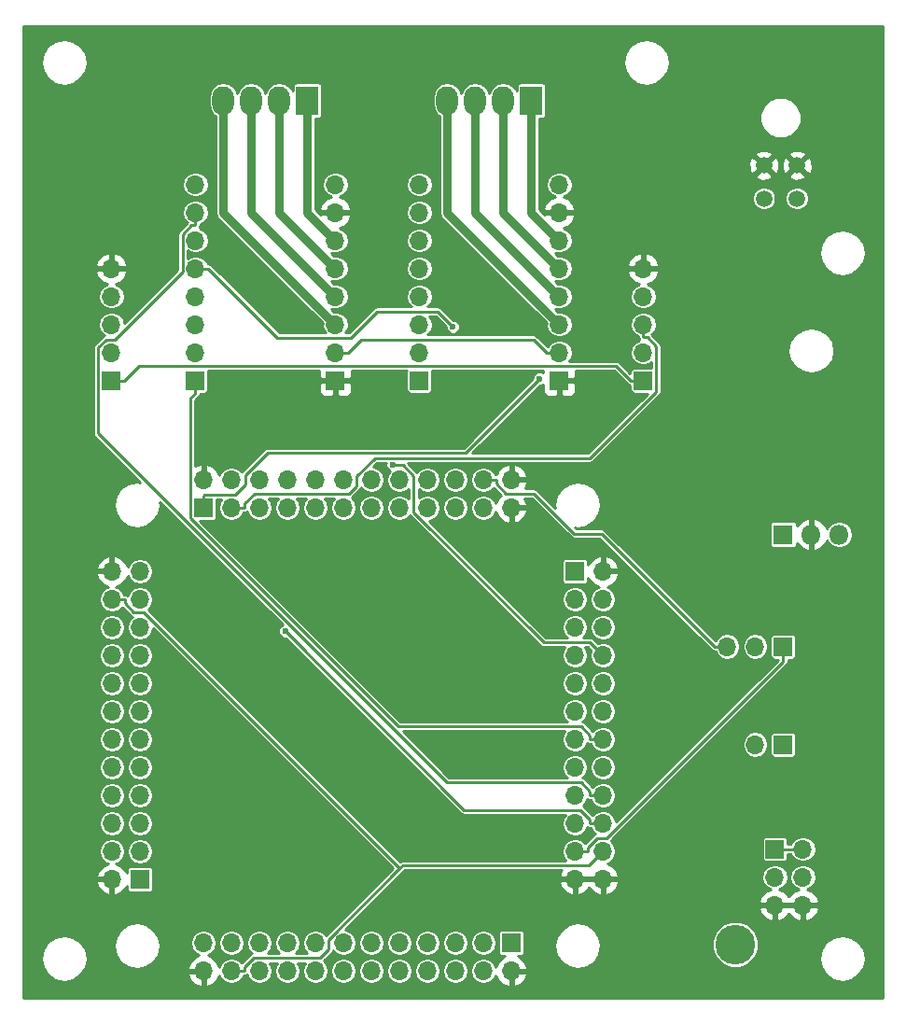
<source format=gbl>
G04 #@! TF.FileFunction,Copper,L2,Bot,Signal*
%FSLAX46Y46*%
G04 Gerber Fmt 4.6, Leading zero omitted, Abs format (unit mm)*
G04 Created by KiCad (PCBNEW 4.0.7+dfsg1-1~bpo9+1) date Mon Mar  5 23:37:55 2018*
%MOMM*%
%LPD*%
G01*
G04 APERTURE LIST*
%ADD10C,0.100000*%
%ADD11R,1.700000X1.700000*%
%ADD12O,1.700000X1.700000*%
%ADD13C,3.600000*%
%ADD14C,1.500000*%
%ADD15R,2.000000X2.600000*%
%ADD16O,2.000000X2.600000*%
%ADD17R,1.800000X1.800000*%
%ADD18O,1.800000X1.800000*%
%ADD19C,0.600000*%
%ADD20C,0.250000*%
%ADD21C,0.800000*%
%ADD22C,0.254000*%
G04 APERTURE END LIST*
D10*
D11*
X143000000Y-66720000D03*
D12*
X143000000Y-64180000D03*
X143000000Y-61640000D03*
X143000000Y-59100000D03*
X143000000Y-56560000D03*
X143000000Y-54020000D03*
X143000000Y-51480000D03*
X143000000Y-48940000D03*
D11*
X130300000Y-66720000D03*
D12*
X130300000Y-64180000D03*
X130300000Y-61640000D03*
X130300000Y-59100000D03*
X130300000Y-56560000D03*
X130300000Y-54020000D03*
X130300000Y-51480000D03*
X130300000Y-48940000D03*
D11*
X150620000Y-66720000D03*
D12*
X150620000Y-64180000D03*
X150620000Y-61640000D03*
X150620000Y-59100000D03*
X150620000Y-56560000D03*
X150620000Y-54020000D03*
X150620000Y-51480000D03*
X150620000Y-48940000D03*
D11*
X163320000Y-66720000D03*
D12*
X163320000Y-64180000D03*
X163320000Y-61640000D03*
X163320000Y-59100000D03*
X163320000Y-56560000D03*
X163320000Y-54020000D03*
X163320000Y-51480000D03*
X163320000Y-48940000D03*
D11*
X164740000Y-84030000D03*
D12*
X167280000Y-84030000D03*
X164740000Y-86570000D03*
X167280000Y-86570000D03*
X164740000Y-89110000D03*
X167280000Y-89110000D03*
X164740000Y-91650000D03*
X167280000Y-91650000D03*
X164740000Y-94190000D03*
X167280000Y-94190000D03*
X164740000Y-96730000D03*
X167280000Y-96730000D03*
X164740000Y-99270000D03*
X167280000Y-99270000D03*
X164740000Y-101810000D03*
X167280000Y-101810000D03*
X164740000Y-104350000D03*
X167280000Y-104350000D03*
X164740000Y-106890000D03*
X167280000Y-106890000D03*
X164740000Y-109430000D03*
X167280000Y-109430000D03*
X164740000Y-111970000D03*
X167280000Y-111970000D03*
D11*
X183640000Y-99740000D03*
D12*
X181100000Y-99740000D03*
D11*
X183640000Y-90850000D03*
D12*
X181100000Y-90850000D03*
X178560000Y-90850000D03*
D11*
X182880000Y-109220000D03*
D12*
X185420000Y-109220000D03*
X182880000Y-111760000D03*
X185420000Y-111760000D03*
X182880000Y-114300000D03*
X185420000Y-114300000D03*
D13*
X179280000Y-117870000D03*
D11*
X170940000Y-66720000D03*
D12*
X170940000Y-64180000D03*
X170940000Y-61640000D03*
X170940000Y-59100000D03*
X170940000Y-56560000D03*
D11*
X122680000Y-66720000D03*
D12*
X122680000Y-64180000D03*
X122680000Y-61640000D03*
X122680000Y-59100000D03*
X122680000Y-56560000D03*
D11*
X131030000Y-78260000D03*
D12*
X131030000Y-75720000D03*
X133570000Y-78260000D03*
X133570000Y-75720000D03*
X136110000Y-78260000D03*
X136110000Y-75720000D03*
X138650000Y-78260000D03*
X138650000Y-75720000D03*
X141190000Y-78260000D03*
X141190000Y-75720000D03*
X143730000Y-78260000D03*
X143730000Y-75720000D03*
X146270000Y-78260000D03*
X146270000Y-75720000D03*
X148810000Y-78260000D03*
X148810000Y-75720000D03*
X151350000Y-78260000D03*
X151350000Y-75720000D03*
X153890000Y-78260000D03*
X153890000Y-75720000D03*
X156430000Y-78260000D03*
X156430000Y-75720000D03*
X158970000Y-78260000D03*
X158970000Y-75720000D03*
D11*
X125260000Y-111970000D03*
D12*
X122720000Y-111970000D03*
X125260000Y-109430000D03*
X122720000Y-109430000D03*
X125260000Y-106890000D03*
X122720000Y-106890000D03*
X125260000Y-104350000D03*
X122720000Y-104350000D03*
X125260000Y-101810000D03*
X122720000Y-101810000D03*
X125260000Y-99270000D03*
X122720000Y-99270000D03*
X125260000Y-96730000D03*
X122720000Y-96730000D03*
X125260000Y-94190000D03*
X122720000Y-94190000D03*
X125260000Y-91650000D03*
X122720000Y-91650000D03*
X125260000Y-89110000D03*
X122720000Y-89110000D03*
X125260000Y-86570000D03*
X122720000Y-86570000D03*
X125260000Y-84030000D03*
X122720000Y-84030000D03*
D14*
X181886000Y-50210000D03*
X181886000Y-47210000D03*
X184886000Y-50210000D03*
X184886000Y-47210000D03*
D15*
X140460000Y-41320000D03*
D16*
X137920000Y-41320000D03*
X135380000Y-41320000D03*
X132840000Y-41320000D03*
D15*
X160780000Y-41320000D03*
D16*
X158240000Y-41320000D03*
X155700000Y-41320000D03*
X153160000Y-41320000D03*
D11*
X158970000Y-117740000D03*
D12*
X158970000Y-120280000D03*
X156430000Y-117740000D03*
X156430000Y-120280000D03*
X153890000Y-117740000D03*
X153890000Y-120280000D03*
X151350000Y-117740000D03*
X151350000Y-120280000D03*
X148810000Y-117740000D03*
X148810000Y-120280000D03*
X146270000Y-117740000D03*
X146270000Y-120280000D03*
X143730000Y-117740000D03*
X143730000Y-120280000D03*
X141190000Y-117740000D03*
X141190000Y-120280000D03*
X138650000Y-117740000D03*
X138650000Y-120280000D03*
X136110000Y-117740000D03*
X136110000Y-120280000D03*
X133570000Y-117740000D03*
X133570000Y-120280000D03*
X131030000Y-117740000D03*
X131030000Y-120280000D03*
D17*
X183640000Y-80690000D03*
D18*
X186180000Y-80690000D03*
X188720000Y-80690000D03*
D19*
X161544012Y-66548000D03*
X148199010Y-74389800D03*
X153669300Y-61858800D03*
X138451400Y-89471800D03*
D20*
X178560000Y-90850000D02*
X177384700Y-90850000D01*
X177384700Y-90850000D02*
X167137600Y-80602900D01*
X167137600Y-80602900D02*
X164662500Y-80602900D01*
X157605300Y-75720000D02*
X156430000Y-75720000D01*
X164662500Y-80602900D02*
X161021600Y-76962000D01*
X161021600Y-76962000D02*
X158479900Y-76962000D01*
X158479900Y-76962000D02*
X157605300Y-76087400D01*
X157605300Y-76087400D02*
X157605300Y-75720000D01*
X133570000Y-120280000D02*
X134745300Y-120280000D01*
X122720000Y-86570000D02*
X123895300Y-86570000D01*
X123895300Y-86937400D02*
X123895300Y-86570000D01*
X124703200Y-87745300D02*
X123895300Y-86937400D01*
X125609400Y-87745300D02*
X124703200Y-87745300D01*
X148835900Y-110971700D02*
X125609400Y-87745300D01*
X149107700Y-110699900D02*
X148835900Y-110971700D01*
X166010100Y-110699900D02*
X149107700Y-110699900D01*
X167280000Y-109430000D02*
X166010100Y-110699900D01*
X134745300Y-119912600D02*
X134745300Y-120280000D01*
X135553200Y-119104700D02*
X134745300Y-119912600D01*
X141584800Y-119104700D02*
X135553200Y-119104700D01*
X142365400Y-118324100D02*
X141584800Y-119104700D01*
X142365400Y-117442200D02*
X142365400Y-118324100D01*
X148835900Y-110971700D02*
X142365400Y-117442200D01*
X161244013Y-66847999D02*
X161544012Y-66548000D01*
X136845800Y-73279900D02*
X154812112Y-73279900D01*
X131030000Y-78260000D02*
X131030000Y-77160000D01*
X134806600Y-76167600D02*
X134806600Y-75319100D01*
X154812112Y-73279900D02*
X161244013Y-66847999D01*
X131030000Y-77160000D02*
X131105300Y-77084700D01*
X131105300Y-77084700D02*
X133889500Y-77084700D01*
X133889500Y-77084700D02*
X134806600Y-76167600D01*
X134806600Y-75319100D02*
X136845800Y-73279900D01*
X170940000Y-61640000D02*
X170940000Y-62815300D01*
X170940000Y-62815300D02*
X171307300Y-62815300D01*
X171307300Y-62815300D02*
X172115400Y-63623400D01*
X144246700Y-76962000D02*
X135675900Y-76962000D01*
X172115400Y-63623400D02*
X172115400Y-67736700D01*
X172115400Y-67736700D02*
X166104800Y-73747300D01*
X144905400Y-76303300D02*
X144246700Y-76962000D01*
X166104800Y-73747300D02*
X146578300Y-73747300D01*
X134745300Y-77892600D02*
X134745300Y-78260000D01*
X146578300Y-73747300D02*
X144905400Y-75420200D01*
X144905400Y-75420200D02*
X144905400Y-76303300D01*
X135675900Y-76962000D02*
X134745300Y-77892600D01*
X134745300Y-78260000D02*
X133570000Y-78260000D01*
X167280000Y-91650000D02*
X166104700Y-90474700D01*
X166104700Y-90474700D02*
X161890900Y-90474700D01*
X161890900Y-90474700D02*
X150114000Y-78697800D01*
X150114000Y-78697800D02*
X150114000Y-75355500D01*
X150114000Y-75355500D02*
X149148300Y-74389800D01*
X149148300Y-74389800D02*
X148623274Y-74389800D01*
X148623274Y-74389800D02*
X148199010Y-74389800D01*
X137748800Y-62833500D02*
X131475300Y-56560000D01*
X144402200Y-62833500D02*
X137748800Y-62833500D01*
X146772700Y-60463000D02*
X144402200Y-62833500D01*
X152273500Y-60463000D02*
X146772700Y-60463000D01*
X153669300Y-61858800D02*
X152273500Y-60463000D01*
X130300000Y-56560000D02*
X131475300Y-56560000D01*
X166104700Y-98902600D02*
X166104700Y-99270000D01*
X165296800Y-98094700D02*
X166104700Y-98902600D01*
X148698700Y-98094700D02*
X165296800Y-98094700D01*
X129825000Y-79221000D02*
X148698700Y-98094700D01*
X129825000Y-68370300D02*
X129825000Y-79221000D01*
X130300000Y-67895300D02*
X129825000Y-68370300D01*
X130300000Y-66720000D02*
X130300000Y-67895300D01*
X167280000Y-99270000D02*
X166104700Y-99270000D01*
X129932600Y-52655300D02*
X130300000Y-52655300D01*
X129124700Y-53463200D02*
X129932600Y-52655300D01*
X129124700Y-56861700D02*
X129124700Y-53463200D01*
X122981800Y-63004600D02*
X129124700Y-56861700D01*
X122189900Y-63004600D02*
X122981800Y-63004600D01*
X121454600Y-63739900D02*
X122189900Y-63004600D01*
X121454600Y-71519700D02*
X121454600Y-63739900D01*
X153109600Y-103174700D02*
X121454600Y-71519700D01*
X165296800Y-103174700D02*
X153109600Y-103174700D01*
X166104700Y-103982600D02*
X165296800Y-103174700D01*
X166104700Y-104350000D02*
X166104700Y-103982600D01*
X167280000Y-104350000D02*
X166104700Y-104350000D01*
X130300000Y-51480000D02*
X130300000Y-52655300D01*
X167280000Y-106890000D02*
X166104700Y-106890000D01*
X166104700Y-106890000D02*
X166104700Y-106522600D01*
X166104700Y-106522600D02*
X165246100Y-105664000D01*
X165246100Y-105664000D02*
X154643600Y-105664000D01*
X154643600Y-105664000D02*
X138451400Y-89471800D01*
X165915300Y-109062600D02*
X165915300Y-109430000D01*
X166723200Y-108254700D02*
X165915300Y-109062600D01*
X167602600Y-108254700D02*
X166723200Y-108254700D01*
X183640000Y-92217300D02*
X167602600Y-108254700D01*
X183640000Y-90850000D02*
X183640000Y-92217300D01*
X164740000Y-109430000D02*
X165915300Y-109430000D01*
X145350600Y-63004700D02*
X144175300Y-64180000D01*
X160969400Y-63004700D02*
X145350600Y-63004700D01*
X162144700Y-64180000D02*
X160969400Y-63004700D01*
X163320000Y-64180000D02*
X162144700Y-64180000D01*
X143000000Y-64180000D02*
X144175300Y-64180000D01*
D21*
X132840000Y-51480000D02*
X132840000Y-41320000D01*
X143000000Y-61640000D02*
X132840000Y-51480000D01*
X135380000Y-51480000D02*
X135380000Y-41320000D01*
X143000000Y-59100000D02*
X135380000Y-51480000D01*
X137920000Y-51480000D02*
X143000000Y-56560000D01*
X137920000Y-41320000D02*
X137920000Y-51480000D01*
X140460000Y-51480000D02*
X143000000Y-54020000D01*
X140460000Y-41320000D02*
X140460000Y-51480000D01*
X153160000Y-51480000D02*
X163320000Y-61640000D01*
X153160000Y-41320000D02*
X153160000Y-51480000D01*
X155700000Y-51480000D02*
X163320000Y-59100000D01*
X155700000Y-41320000D02*
X155700000Y-51480000D01*
X158240000Y-51480000D02*
X163320000Y-56560000D01*
X158240000Y-41320000D02*
X158240000Y-51480000D01*
X160780000Y-51480000D02*
X163320000Y-54020000D01*
X160780000Y-41320000D02*
X160780000Y-51480000D01*
D20*
X122680000Y-66720000D02*
X123855300Y-66720000D01*
X123855300Y-66720000D02*
X125170300Y-65405000D01*
X125170300Y-65405000D02*
X168449700Y-65405000D01*
X168449700Y-65405000D02*
X169764700Y-66720000D01*
X169764700Y-66720000D02*
X169840000Y-66720000D01*
X169840000Y-66720000D02*
X170940000Y-66720000D01*
X182880000Y-109220000D02*
X185420000Y-109220000D01*
D22*
G36*
X192686000Y-122756000D02*
X114650000Y-122756000D01*
X114650000Y-119148000D01*
X116294000Y-119148000D01*
X116454005Y-119952401D01*
X116909662Y-120634338D01*
X117591599Y-121089995D01*
X118396000Y-121250000D01*
X119200401Y-121089995D01*
X119878515Y-120636892D01*
X129588514Y-120636892D01*
X129834817Y-121161358D01*
X130263076Y-121551645D01*
X130673110Y-121721476D01*
X130903000Y-121600155D01*
X130903000Y-120407000D01*
X129709181Y-120407000D01*
X129588514Y-120636892D01*
X119878515Y-120636892D01*
X119882338Y-120634338D01*
X120337995Y-119952401D01*
X120498000Y-119148000D01*
X120337995Y-118343599D01*
X120108409Y-118000000D01*
X122898000Y-118000000D01*
X123058005Y-118804401D01*
X123513662Y-119486338D01*
X124195599Y-119941995D01*
X125000000Y-120102000D01*
X125804401Y-119941995D01*
X126486338Y-119486338D01*
X126941995Y-118804401D01*
X127102000Y-118000000D01*
X126941995Y-117195599D01*
X126486338Y-116513662D01*
X125804401Y-116058005D01*
X125000000Y-115898000D01*
X124195599Y-116058005D01*
X123513662Y-116513662D01*
X123058005Y-117195599D01*
X122898000Y-118000000D01*
X120108409Y-118000000D01*
X119882338Y-117661662D01*
X119200401Y-117206005D01*
X118396000Y-117046000D01*
X117591599Y-117206005D01*
X116909662Y-117661662D01*
X116454005Y-118343599D01*
X116294000Y-119148000D01*
X114650000Y-119148000D01*
X114650000Y-112326890D01*
X121278524Y-112326890D01*
X121448355Y-112736924D01*
X121838642Y-113165183D01*
X122363108Y-113411486D01*
X122593000Y-113290819D01*
X122593000Y-112097000D01*
X121399845Y-112097000D01*
X121278524Y-112326890D01*
X114650000Y-112326890D01*
X114650000Y-111613110D01*
X121278524Y-111613110D01*
X121399845Y-111843000D01*
X122593000Y-111843000D01*
X122593000Y-111823000D01*
X122847000Y-111823000D01*
X122847000Y-111843000D01*
X122867000Y-111843000D01*
X122867000Y-112097000D01*
X122847000Y-112097000D01*
X122847000Y-113290819D01*
X123076892Y-113411486D01*
X123601358Y-113165183D01*
X123991645Y-112736924D01*
X124076594Y-112531826D01*
X124076594Y-112820000D01*
X124099395Y-112941179D01*
X124171012Y-113052474D01*
X124280286Y-113127138D01*
X124410000Y-113153406D01*
X126110000Y-113153406D01*
X126231179Y-113130605D01*
X126342474Y-113058988D01*
X126417138Y-112949714D01*
X126443406Y-112820000D01*
X126443406Y-111120000D01*
X126420605Y-110998821D01*
X126348988Y-110887526D01*
X126239714Y-110812862D01*
X126110000Y-110786594D01*
X124410000Y-110786594D01*
X124288821Y-110809395D01*
X124177526Y-110881012D01*
X124102862Y-110990286D01*
X124076594Y-111120000D01*
X124076594Y-111408174D01*
X123991645Y-111203076D01*
X123601358Y-110774817D01*
X123094965Y-110537001D01*
X123193477Y-110517406D01*
X123575324Y-110262265D01*
X123830465Y-109880418D01*
X123920059Y-109430000D01*
X124059941Y-109430000D01*
X124149535Y-109880418D01*
X124404676Y-110262265D01*
X124786523Y-110517406D01*
X125236941Y-110607000D01*
X125283059Y-110607000D01*
X125733477Y-110517406D01*
X126115324Y-110262265D01*
X126370465Y-109880418D01*
X126460059Y-109430000D01*
X126370465Y-108979582D01*
X126115324Y-108597735D01*
X125733477Y-108342594D01*
X125283059Y-108253000D01*
X125236941Y-108253000D01*
X124786523Y-108342594D01*
X124404676Y-108597735D01*
X124149535Y-108979582D01*
X124059941Y-109430000D01*
X123920059Y-109430000D01*
X123830465Y-108979582D01*
X123575324Y-108597735D01*
X123193477Y-108342594D01*
X122743059Y-108253000D01*
X122696941Y-108253000D01*
X122246523Y-108342594D01*
X121864676Y-108597735D01*
X121609535Y-108979582D01*
X121519941Y-109430000D01*
X121609535Y-109880418D01*
X121864676Y-110262265D01*
X122246523Y-110517406D01*
X122345035Y-110537001D01*
X121838642Y-110774817D01*
X121448355Y-111203076D01*
X121278524Y-111613110D01*
X114650000Y-111613110D01*
X114650000Y-106890000D01*
X121519941Y-106890000D01*
X121609535Y-107340418D01*
X121864676Y-107722265D01*
X122246523Y-107977406D01*
X122696941Y-108067000D01*
X122743059Y-108067000D01*
X123193477Y-107977406D01*
X123575324Y-107722265D01*
X123830465Y-107340418D01*
X123920059Y-106890000D01*
X124059941Y-106890000D01*
X124149535Y-107340418D01*
X124404676Y-107722265D01*
X124786523Y-107977406D01*
X125236941Y-108067000D01*
X125283059Y-108067000D01*
X125733477Y-107977406D01*
X126115324Y-107722265D01*
X126370465Y-107340418D01*
X126460059Y-106890000D01*
X126370465Y-106439582D01*
X126115324Y-106057735D01*
X125733477Y-105802594D01*
X125283059Y-105713000D01*
X125236941Y-105713000D01*
X124786523Y-105802594D01*
X124404676Y-106057735D01*
X124149535Y-106439582D01*
X124059941Y-106890000D01*
X123920059Y-106890000D01*
X123830465Y-106439582D01*
X123575324Y-106057735D01*
X123193477Y-105802594D01*
X122743059Y-105713000D01*
X122696941Y-105713000D01*
X122246523Y-105802594D01*
X121864676Y-106057735D01*
X121609535Y-106439582D01*
X121519941Y-106890000D01*
X114650000Y-106890000D01*
X114650000Y-104350000D01*
X121519941Y-104350000D01*
X121609535Y-104800418D01*
X121864676Y-105182265D01*
X122246523Y-105437406D01*
X122696941Y-105527000D01*
X122743059Y-105527000D01*
X123193477Y-105437406D01*
X123575324Y-105182265D01*
X123830465Y-104800418D01*
X123920059Y-104350000D01*
X124059941Y-104350000D01*
X124149535Y-104800418D01*
X124404676Y-105182265D01*
X124786523Y-105437406D01*
X125236941Y-105527000D01*
X125283059Y-105527000D01*
X125733477Y-105437406D01*
X126115324Y-105182265D01*
X126370465Y-104800418D01*
X126460059Y-104350000D01*
X126370465Y-103899582D01*
X126115324Y-103517735D01*
X125733477Y-103262594D01*
X125283059Y-103173000D01*
X125236941Y-103173000D01*
X124786523Y-103262594D01*
X124404676Y-103517735D01*
X124149535Y-103899582D01*
X124059941Y-104350000D01*
X123920059Y-104350000D01*
X123830465Y-103899582D01*
X123575324Y-103517735D01*
X123193477Y-103262594D01*
X122743059Y-103173000D01*
X122696941Y-103173000D01*
X122246523Y-103262594D01*
X121864676Y-103517735D01*
X121609535Y-103899582D01*
X121519941Y-104350000D01*
X114650000Y-104350000D01*
X114650000Y-101810000D01*
X121519941Y-101810000D01*
X121609535Y-102260418D01*
X121864676Y-102642265D01*
X122246523Y-102897406D01*
X122696941Y-102987000D01*
X122743059Y-102987000D01*
X123193477Y-102897406D01*
X123575324Y-102642265D01*
X123830465Y-102260418D01*
X123920059Y-101810000D01*
X124059941Y-101810000D01*
X124149535Y-102260418D01*
X124404676Y-102642265D01*
X124786523Y-102897406D01*
X125236941Y-102987000D01*
X125283059Y-102987000D01*
X125733477Y-102897406D01*
X126115324Y-102642265D01*
X126370465Y-102260418D01*
X126460059Y-101810000D01*
X126370465Y-101359582D01*
X126115324Y-100977735D01*
X125733477Y-100722594D01*
X125283059Y-100633000D01*
X125236941Y-100633000D01*
X124786523Y-100722594D01*
X124404676Y-100977735D01*
X124149535Y-101359582D01*
X124059941Y-101810000D01*
X123920059Y-101810000D01*
X123830465Y-101359582D01*
X123575324Y-100977735D01*
X123193477Y-100722594D01*
X122743059Y-100633000D01*
X122696941Y-100633000D01*
X122246523Y-100722594D01*
X121864676Y-100977735D01*
X121609535Y-101359582D01*
X121519941Y-101810000D01*
X114650000Y-101810000D01*
X114650000Y-99270000D01*
X121519941Y-99270000D01*
X121609535Y-99720418D01*
X121864676Y-100102265D01*
X122246523Y-100357406D01*
X122696941Y-100447000D01*
X122743059Y-100447000D01*
X123193477Y-100357406D01*
X123575324Y-100102265D01*
X123830465Y-99720418D01*
X123920059Y-99270000D01*
X124059941Y-99270000D01*
X124149535Y-99720418D01*
X124404676Y-100102265D01*
X124786523Y-100357406D01*
X125236941Y-100447000D01*
X125283059Y-100447000D01*
X125733477Y-100357406D01*
X126115324Y-100102265D01*
X126370465Y-99720418D01*
X126460059Y-99270000D01*
X126370465Y-98819582D01*
X126115324Y-98437735D01*
X125733477Y-98182594D01*
X125283059Y-98093000D01*
X125236941Y-98093000D01*
X124786523Y-98182594D01*
X124404676Y-98437735D01*
X124149535Y-98819582D01*
X124059941Y-99270000D01*
X123920059Y-99270000D01*
X123830465Y-98819582D01*
X123575324Y-98437735D01*
X123193477Y-98182594D01*
X122743059Y-98093000D01*
X122696941Y-98093000D01*
X122246523Y-98182594D01*
X121864676Y-98437735D01*
X121609535Y-98819582D01*
X121519941Y-99270000D01*
X114650000Y-99270000D01*
X114650000Y-96730000D01*
X121519941Y-96730000D01*
X121609535Y-97180418D01*
X121864676Y-97562265D01*
X122246523Y-97817406D01*
X122696941Y-97907000D01*
X122743059Y-97907000D01*
X123193477Y-97817406D01*
X123575324Y-97562265D01*
X123830465Y-97180418D01*
X123920059Y-96730000D01*
X124059941Y-96730000D01*
X124149535Y-97180418D01*
X124404676Y-97562265D01*
X124786523Y-97817406D01*
X125236941Y-97907000D01*
X125283059Y-97907000D01*
X125733477Y-97817406D01*
X126115324Y-97562265D01*
X126370465Y-97180418D01*
X126460059Y-96730000D01*
X126370465Y-96279582D01*
X126115324Y-95897735D01*
X125733477Y-95642594D01*
X125283059Y-95553000D01*
X125236941Y-95553000D01*
X124786523Y-95642594D01*
X124404676Y-95897735D01*
X124149535Y-96279582D01*
X124059941Y-96730000D01*
X123920059Y-96730000D01*
X123830465Y-96279582D01*
X123575324Y-95897735D01*
X123193477Y-95642594D01*
X122743059Y-95553000D01*
X122696941Y-95553000D01*
X122246523Y-95642594D01*
X121864676Y-95897735D01*
X121609535Y-96279582D01*
X121519941Y-96730000D01*
X114650000Y-96730000D01*
X114650000Y-94190000D01*
X121519941Y-94190000D01*
X121609535Y-94640418D01*
X121864676Y-95022265D01*
X122246523Y-95277406D01*
X122696941Y-95367000D01*
X122743059Y-95367000D01*
X123193477Y-95277406D01*
X123575324Y-95022265D01*
X123830465Y-94640418D01*
X123920059Y-94190000D01*
X124059941Y-94190000D01*
X124149535Y-94640418D01*
X124404676Y-95022265D01*
X124786523Y-95277406D01*
X125236941Y-95367000D01*
X125283059Y-95367000D01*
X125733477Y-95277406D01*
X126115324Y-95022265D01*
X126370465Y-94640418D01*
X126460059Y-94190000D01*
X126370465Y-93739582D01*
X126115324Y-93357735D01*
X125733477Y-93102594D01*
X125283059Y-93013000D01*
X125236941Y-93013000D01*
X124786523Y-93102594D01*
X124404676Y-93357735D01*
X124149535Y-93739582D01*
X124059941Y-94190000D01*
X123920059Y-94190000D01*
X123830465Y-93739582D01*
X123575324Y-93357735D01*
X123193477Y-93102594D01*
X122743059Y-93013000D01*
X122696941Y-93013000D01*
X122246523Y-93102594D01*
X121864676Y-93357735D01*
X121609535Y-93739582D01*
X121519941Y-94190000D01*
X114650000Y-94190000D01*
X114650000Y-91650000D01*
X121519941Y-91650000D01*
X121609535Y-92100418D01*
X121864676Y-92482265D01*
X122246523Y-92737406D01*
X122696941Y-92827000D01*
X122743059Y-92827000D01*
X123193477Y-92737406D01*
X123575324Y-92482265D01*
X123830465Y-92100418D01*
X123920059Y-91650000D01*
X124059941Y-91650000D01*
X124149535Y-92100418D01*
X124404676Y-92482265D01*
X124786523Y-92737406D01*
X125236941Y-92827000D01*
X125283059Y-92827000D01*
X125733477Y-92737406D01*
X126115324Y-92482265D01*
X126370465Y-92100418D01*
X126460059Y-91650000D01*
X126370465Y-91199582D01*
X126115324Y-90817735D01*
X125733477Y-90562594D01*
X125283059Y-90473000D01*
X125236941Y-90473000D01*
X124786523Y-90562594D01*
X124404676Y-90817735D01*
X124149535Y-91199582D01*
X124059941Y-91650000D01*
X123920059Y-91650000D01*
X123830465Y-91199582D01*
X123575324Y-90817735D01*
X123193477Y-90562594D01*
X122743059Y-90473000D01*
X122696941Y-90473000D01*
X122246523Y-90562594D01*
X121864676Y-90817735D01*
X121609535Y-91199582D01*
X121519941Y-91650000D01*
X114650000Y-91650000D01*
X114650000Y-89110000D01*
X121519941Y-89110000D01*
X121609535Y-89560418D01*
X121864676Y-89942265D01*
X122246523Y-90197406D01*
X122696941Y-90287000D01*
X122743059Y-90287000D01*
X123193477Y-90197406D01*
X123575324Y-89942265D01*
X123830465Y-89560418D01*
X123920059Y-89110000D01*
X123830465Y-88659582D01*
X123575324Y-88277735D01*
X123193477Y-88022594D01*
X122743059Y-87933000D01*
X122696941Y-87933000D01*
X122246523Y-88022594D01*
X121864676Y-88277735D01*
X121609535Y-88659582D01*
X121519941Y-89110000D01*
X114650000Y-89110000D01*
X114650000Y-83673110D01*
X121278524Y-83673110D01*
X121399845Y-83903000D01*
X122593000Y-83903000D01*
X122593000Y-82709181D01*
X122363108Y-82588514D01*
X121838642Y-82834817D01*
X121448355Y-83263076D01*
X121278524Y-83673110D01*
X114650000Y-83673110D01*
X114650000Y-63739900D01*
X121002600Y-63739900D01*
X121002600Y-71519700D01*
X121037006Y-71692673D01*
X121134988Y-71839312D01*
X125241766Y-75946090D01*
X125000000Y-75898000D01*
X124195599Y-76058005D01*
X123513662Y-76513662D01*
X123058005Y-77195599D01*
X122898000Y-78000000D01*
X123058005Y-78804401D01*
X123513662Y-79486338D01*
X124195599Y-79941995D01*
X125000000Y-80102000D01*
X125804401Y-79941995D01*
X126486338Y-79486338D01*
X126941995Y-78804401D01*
X127102000Y-78000000D01*
X127053910Y-77758234D01*
X138195002Y-88899326D01*
X138096697Y-88939945D01*
X137920165Y-89116169D01*
X137824509Y-89346535D01*
X137824291Y-89595971D01*
X137919545Y-89826503D01*
X138095769Y-90003035D01*
X138326135Y-90098691D01*
X138439166Y-90098790D01*
X154323988Y-105983612D01*
X154470627Y-106081594D01*
X154643600Y-106116000D01*
X163845745Y-106116000D01*
X163629535Y-106439582D01*
X163539941Y-106890000D01*
X163629535Y-107340418D01*
X163884676Y-107722265D01*
X164266523Y-107977406D01*
X164716941Y-108067000D01*
X164763059Y-108067000D01*
X165213477Y-107977406D01*
X165595324Y-107722265D01*
X165850465Y-107340418D01*
X165865762Y-107263517D01*
X165931727Y-107307594D01*
X166104700Y-107342000D01*
X166170592Y-107342000D01*
X166424676Y-107722265D01*
X166585922Y-107830006D01*
X166550227Y-107837106D01*
X166403588Y-107935088D01*
X165653650Y-108685026D01*
X165595324Y-108597735D01*
X165213477Y-108342594D01*
X164763059Y-108253000D01*
X164716941Y-108253000D01*
X164266523Y-108342594D01*
X163884676Y-108597735D01*
X163629535Y-108979582D01*
X163539941Y-109430000D01*
X163629535Y-109880418D01*
X163875078Y-110247900D01*
X149107700Y-110247900D01*
X148934727Y-110282306D01*
X148845410Y-110341986D01*
X125989598Y-87486272D01*
X126115324Y-87402265D01*
X126370465Y-87020418D01*
X126460059Y-86570000D01*
X126370465Y-86119582D01*
X126115324Y-85737735D01*
X125733477Y-85482594D01*
X125283059Y-85393000D01*
X125236941Y-85393000D01*
X124786523Y-85482594D01*
X124404676Y-85737735D01*
X124149535Y-86119582D01*
X124134238Y-86196483D01*
X124068273Y-86152406D01*
X123895300Y-86118000D01*
X123829408Y-86118000D01*
X123575324Y-85737735D01*
X123193477Y-85482594D01*
X123094965Y-85462999D01*
X123601358Y-85225183D01*
X123991645Y-84796924D01*
X124140841Y-84436710D01*
X124149535Y-84480418D01*
X124404676Y-84862265D01*
X124786523Y-85117406D01*
X125236941Y-85207000D01*
X125283059Y-85207000D01*
X125733477Y-85117406D01*
X126115324Y-84862265D01*
X126370465Y-84480418D01*
X126460059Y-84030000D01*
X126370465Y-83579582D01*
X126115324Y-83197735D01*
X125733477Y-82942594D01*
X125283059Y-82853000D01*
X125236941Y-82853000D01*
X124786523Y-82942594D01*
X124404676Y-83197735D01*
X124149535Y-83579582D01*
X124140841Y-83623290D01*
X123991645Y-83263076D01*
X123601358Y-82834817D01*
X123076892Y-82588514D01*
X122847000Y-82709181D01*
X122847000Y-83903000D01*
X122867000Y-83903000D01*
X122867000Y-84157000D01*
X122847000Y-84157000D01*
X122847000Y-84177000D01*
X122593000Y-84177000D01*
X122593000Y-84157000D01*
X121399845Y-84157000D01*
X121278524Y-84386890D01*
X121448355Y-84796924D01*
X121838642Y-85225183D01*
X122345035Y-85462999D01*
X122246523Y-85482594D01*
X121864676Y-85737735D01*
X121609535Y-86119582D01*
X121519941Y-86570000D01*
X121609535Y-87020418D01*
X121864676Y-87402265D01*
X122246523Y-87657406D01*
X122696941Y-87747000D01*
X122743059Y-87747000D01*
X123193477Y-87657406D01*
X123575324Y-87402265D01*
X123633650Y-87314974D01*
X124383588Y-88064912D01*
X124530227Y-88162894D01*
X124565922Y-88169994D01*
X124404676Y-88277735D01*
X124149535Y-88659582D01*
X124059941Y-89110000D01*
X124149535Y-89560418D01*
X124404676Y-89942265D01*
X124786523Y-90197406D01*
X125236941Y-90287000D01*
X125283059Y-90287000D01*
X125733477Y-90197406D01*
X126115324Y-89942265D01*
X126370465Y-89560418D01*
X126439290Y-89214410D01*
X148196675Y-110971701D01*
X142126981Y-117041395D01*
X142022265Y-116884676D01*
X141640418Y-116629535D01*
X141190000Y-116539941D01*
X140739582Y-116629535D01*
X140357735Y-116884676D01*
X140102594Y-117266523D01*
X140013000Y-117716941D01*
X140013000Y-117763059D01*
X140102594Y-118213477D01*
X140357735Y-118595324D01*
X140443605Y-118652700D01*
X139396395Y-118652700D01*
X139482265Y-118595324D01*
X139737406Y-118213477D01*
X139827000Y-117763059D01*
X139827000Y-117716941D01*
X139737406Y-117266523D01*
X139482265Y-116884676D01*
X139100418Y-116629535D01*
X138650000Y-116539941D01*
X138199582Y-116629535D01*
X137817735Y-116884676D01*
X137562594Y-117266523D01*
X137473000Y-117716941D01*
X137473000Y-117763059D01*
X137562594Y-118213477D01*
X137817735Y-118595324D01*
X137903605Y-118652700D01*
X136856395Y-118652700D01*
X136942265Y-118595324D01*
X137197406Y-118213477D01*
X137287000Y-117763059D01*
X137287000Y-117716941D01*
X137197406Y-117266523D01*
X136942265Y-116884676D01*
X136560418Y-116629535D01*
X136110000Y-116539941D01*
X135659582Y-116629535D01*
X135277735Y-116884676D01*
X135022594Y-117266523D01*
X134933000Y-117716941D01*
X134933000Y-117763059D01*
X135022594Y-118213477D01*
X135277735Y-118595324D01*
X135407098Y-118681761D01*
X135380227Y-118687106D01*
X135233588Y-118785088D01*
X134479063Y-119539613D01*
X134402265Y-119424676D01*
X134020418Y-119169535D01*
X133570000Y-119079941D01*
X133119582Y-119169535D01*
X132737735Y-119424676D01*
X132482594Y-119806523D01*
X132462999Y-119905035D01*
X132225183Y-119398642D01*
X131796924Y-119008355D01*
X131436710Y-118859159D01*
X131480418Y-118850465D01*
X131862265Y-118595324D01*
X132117406Y-118213477D01*
X132207000Y-117763059D01*
X132207000Y-117716941D01*
X132393000Y-117716941D01*
X132393000Y-117763059D01*
X132482594Y-118213477D01*
X132737735Y-118595324D01*
X133119582Y-118850465D01*
X133570000Y-118940059D01*
X134020418Y-118850465D01*
X134402265Y-118595324D01*
X134657406Y-118213477D01*
X134747000Y-117763059D01*
X134747000Y-117716941D01*
X134657406Y-117266523D01*
X134402265Y-116884676D01*
X134020418Y-116629535D01*
X133570000Y-116539941D01*
X133119582Y-116629535D01*
X132737735Y-116884676D01*
X132482594Y-117266523D01*
X132393000Y-117716941D01*
X132207000Y-117716941D01*
X132117406Y-117266523D01*
X131862265Y-116884676D01*
X131480418Y-116629535D01*
X131030000Y-116539941D01*
X130579582Y-116629535D01*
X130197735Y-116884676D01*
X129942594Y-117266523D01*
X129853000Y-117716941D01*
X129853000Y-117763059D01*
X129942594Y-118213477D01*
X130197735Y-118595324D01*
X130579582Y-118850465D01*
X130623290Y-118859159D01*
X130263076Y-119008355D01*
X129834817Y-119398642D01*
X129588514Y-119923108D01*
X129709181Y-120153000D01*
X130903000Y-120153000D01*
X130903000Y-120133000D01*
X131157000Y-120133000D01*
X131157000Y-120153000D01*
X131177000Y-120153000D01*
X131177000Y-120407000D01*
X131157000Y-120407000D01*
X131157000Y-121600155D01*
X131386890Y-121721476D01*
X131796924Y-121551645D01*
X132225183Y-121161358D01*
X132462999Y-120654965D01*
X132482594Y-120753477D01*
X132737735Y-121135324D01*
X133119582Y-121390465D01*
X133570000Y-121480059D01*
X134020418Y-121390465D01*
X134402265Y-121135324D01*
X134657406Y-120753477D01*
X134661678Y-120732000D01*
X134745300Y-120732000D01*
X134918273Y-120697594D01*
X135000544Y-120642622D01*
X135022594Y-120753477D01*
X135277735Y-121135324D01*
X135659582Y-121390465D01*
X136110000Y-121480059D01*
X136560418Y-121390465D01*
X136942265Y-121135324D01*
X137197406Y-120753477D01*
X137287000Y-120303059D01*
X137287000Y-120256941D01*
X137197406Y-119806523D01*
X137030480Y-119556700D01*
X137729520Y-119556700D01*
X137562594Y-119806523D01*
X137473000Y-120256941D01*
X137473000Y-120303059D01*
X137562594Y-120753477D01*
X137817735Y-121135324D01*
X138199582Y-121390465D01*
X138650000Y-121480059D01*
X139100418Y-121390465D01*
X139482265Y-121135324D01*
X139737406Y-120753477D01*
X139827000Y-120303059D01*
X139827000Y-120256941D01*
X139737406Y-119806523D01*
X139570480Y-119556700D01*
X140269520Y-119556700D01*
X140102594Y-119806523D01*
X140013000Y-120256941D01*
X140013000Y-120303059D01*
X140102594Y-120753477D01*
X140357735Y-121135324D01*
X140739582Y-121390465D01*
X141190000Y-121480059D01*
X141640418Y-121390465D01*
X142022265Y-121135324D01*
X142277406Y-120753477D01*
X142367000Y-120303059D01*
X142367000Y-120256941D01*
X142553000Y-120256941D01*
X142553000Y-120303059D01*
X142642594Y-120753477D01*
X142897735Y-121135324D01*
X143279582Y-121390465D01*
X143730000Y-121480059D01*
X144180418Y-121390465D01*
X144562265Y-121135324D01*
X144817406Y-120753477D01*
X144907000Y-120303059D01*
X144907000Y-120256941D01*
X145093000Y-120256941D01*
X145093000Y-120303059D01*
X145182594Y-120753477D01*
X145437735Y-121135324D01*
X145819582Y-121390465D01*
X146270000Y-121480059D01*
X146720418Y-121390465D01*
X147102265Y-121135324D01*
X147357406Y-120753477D01*
X147447000Y-120303059D01*
X147447000Y-120256941D01*
X147633000Y-120256941D01*
X147633000Y-120303059D01*
X147722594Y-120753477D01*
X147977735Y-121135324D01*
X148359582Y-121390465D01*
X148810000Y-121480059D01*
X149260418Y-121390465D01*
X149642265Y-121135324D01*
X149897406Y-120753477D01*
X149987000Y-120303059D01*
X149987000Y-120256941D01*
X150173000Y-120256941D01*
X150173000Y-120303059D01*
X150262594Y-120753477D01*
X150517735Y-121135324D01*
X150899582Y-121390465D01*
X151350000Y-121480059D01*
X151800418Y-121390465D01*
X152182265Y-121135324D01*
X152437406Y-120753477D01*
X152527000Y-120303059D01*
X152527000Y-120256941D01*
X152713000Y-120256941D01*
X152713000Y-120303059D01*
X152802594Y-120753477D01*
X153057735Y-121135324D01*
X153439582Y-121390465D01*
X153890000Y-121480059D01*
X154340418Y-121390465D01*
X154722265Y-121135324D01*
X154977406Y-120753477D01*
X155067000Y-120303059D01*
X155067000Y-120256941D01*
X155253000Y-120256941D01*
X155253000Y-120303059D01*
X155342594Y-120753477D01*
X155597735Y-121135324D01*
X155979582Y-121390465D01*
X156430000Y-121480059D01*
X156880418Y-121390465D01*
X157262265Y-121135324D01*
X157517406Y-120753477D01*
X157537001Y-120654965D01*
X157774817Y-121161358D01*
X158203076Y-121551645D01*
X158613110Y-121721476D01*
X158843000Y-121600155D01*
X158843000Y-120407000D01*
X159097000Y-120407000D01*
X159097000Y-121600155D01*
X159326890Y-121721476D01*
X159736924Y-121551645D01*
X160165183Y-121161358D01*
X160411486Y-120636892D01*
X160290819Y-120407000D01*
X159097000Y-120407000D01*
X158843000Y-120407000D01*
X158823000Y-120407000D01*
X158823000Y-120153000D01*
X158843000Y-120153000D01*
X158843000Y-120133000D01*
X159097000Y-120133000D01*
X159097000Y-120153000D01*
X160290819Y-120153000D01*
X160411486Y-119923108D01*
X160165183Y-119398642D01*
X159736924Y-119008355D01*
X159531826Y-118923406D01*
X159820000Y-118923406D01*
X159941179Y-118900605D01*
X160052474Y-118828988D01*
X160127138Y-118719714D01*
X160153406Y-118590000D01*
X160153406Y-118000000D01*
X162898000Y-118000000D01*
X163058005Y-118804401D01*
X163513662Y-119486338D01*
X164195599Y-119941995D01*
X165000000Y-120102000D01*
X165804401Y-119941995D01*
X166486338Y-119486338D01*
X166941995Y-118804401D01*
X167044070Y-118291230D01*
X177152632Y-118291230D01*
X177475766Y-119073274D01*
X178073578Y-119672131D01*
X178855057Y-119996630D01*
X179701230Y-119997368D01*
X180483274Y-119674234D01*
X181010427Y-119148000D01*
X186906000Y-119148000D01*
X187066005Y-119952401D01*
X187521662Y-120634338D01*
X188203599Y-121089995D01*
X189008000Y-121250000D01*
X189812401Y-121089995D01*
X190494338Y-120634338D01*
X190949995Y-119952401D01*
X191110000Y-119148000D01*
X190949995Y-118343599D01*
X190494338Y-117661662D01*
X189812401Y-117206005D01*
X189008000Y-117046000D01*
X188203599Y-117206005D01*
X187521662Y-117661662D01*
X187066005Y-118343599D01*
X186906000Y-119148000D01*
X181010427Y-119148000D01*
X181082131Y-119076422D01*
X181406630Y-118294943D01*
X181407368Y-117448770D01*
X181084234Y-116666726D01*
X180486422Y-116067869D01*
X179704943Y-115743370D01*
X178858770Y-115742632D01*
X178076726Y-116065766D01*
X177477869Y-116663578D01*
X177153370Y-117445057D01*
X177152632Y-118291230D01*
X167044070Y-118291230D01*
X167102000Y-118000000D01*
X166941995Y-117195599D01*
X166486338Y-116513662D01*
X165804401Y-116058005D01*
X165000000Y-115898000D01*
X164195599Y-116058005D01*
X163513662Y-116513662D01*
X163058005Y-117195599D01*
X162898000Y-118000000D01*
X160153406Y-118000000D01*
X160153406Y-116890000D01*
X160130605Y-116768821D01*
X160058988Y-116657526D01*
X159949714Y-116582862D01*
X159820000Y-116556594D01*
X158120000Y-116556594D01*
X157998821Y-116579395D01*
X157887526Y-116651012D01*
X157812862Y-116760286D01*
X157786594Y-116890000D01*
X157786594Y-118590000D01*
X157809395Y-118711179D01*
X157881012Y-118822474D01*
X157990286Y-118897138D01*
X158120000Y-118923406D01*
X158408174Y-118923406D01*
X158203076Y-119008355D01*
X157774817Y-119398642D01*
X157537001Y-119905035D01*
X157517406Y-119806523D01*
X157262265Y-119424676D01*
X156880418Y-119169535D01*
X156430000Y-119079941D01*
X155979582Y-119169535D01*
X155597735Y-119424676D01*
X155342594Y-119806523D01*
X155253000Y-120256941D01*
X155067000Y-120256941D01*
X154977406Y-119806523D01*
X154722265Y-119424676D01*
X154340418Y-119169535D01*
X153890000Y-119079941D01*
X153439582Y-119169535D01*
X153057735Y-119424676D01*
X152802594Y-119806523D01*
X152713000Y-120256941D01*
X152527000Y-120256941D01*
X152437406Y-119806523D01*
X152182265Y-119424676D01*
X151800418Y-119169535D01*
X151350000Y-119079941D01*
X150899582Y-119169535D01*
X150517735Y-119424676D01*
X150262594Y-119806523D01*
X150173000Y-120256941D01*
X149987000Y-120256941D01*
X149897406Y-119806523D01*
X149642265Y-119424676D01*
X149260418Y-119169535D01*
X148810000Y-119079941D01*
X148359582Y-119169535D01*
X147977735Y-119424676D01*
X147722594Y-119806523D01*
X147633000Y-120256941D01*
X147447000Y-120256941D01*
X147357406Y-119806523D01*
X147102265Y-119424676D01*
X146720418Y-119169535D01*
X146270000Y-119079941D01*
X145819582Y-119169535D01*
X145437735Y-119424676D01*
X145182594Y-119806523D01*
X145093000Y-120256941D01*
X144907000Y-120256941D01*
X144817406Y-119806523D01*
X144562265Y-119424676D01*
X144180418Y-119169535D01*
X143730000Y-119079941D01*
X143279582Y-119169535D01*
X142897735Y-119424676D01*
X142642594Y-119806523D01*
X142553000Y-120256941D01*
X142367000Y-120256941D01*
X142277406Y-119806523D01*
X142022265Y-119424676D01*
X141951399Y-119377325D01*
X142685012Y-118643712D01*
X142782994Y-118497073D01*
X142794256Y-118440456D01*
X142897735Y-118595324D01*
X143279582Y-118850465D01*
X143730000Y-118940059D01*
X144180418Y-118850465D01*
X144562265Y-118595324D01*
X144817406Y-118213477D01*
X144907000Y-117763059D01*
X144907000Y-117716941D01*
X145093000Y-117716941D01*
X145093000Y-117763059D01*
X145182594Y-118213477D01*
X145437735Y-118595324D01*
X145819582Y-118850465D01*
X146270000Y-118940059D01*
X146720418Y-118850465D01*
X147102265Y-118595324D01*
X147357406Y-118213477D01*
X147447000Y-117763059D01*
X147447000Y-117716941D01*
X147633000Y-117716941D01*
X147633000Y-117763059D01*
X147722594Y-118213477D01*
X147977735Y-118595324D01*
X148359582Y-118850465D01*
X148810000Y-118940059D01*
X149260418Y-118850465D01*
X149642265Y-118595324D01*
X149897406Y-118213477D01*
X149987000Y-117763059D01*
X149987000Y-117716941D01*
X150173000Y-117716941D01*
X150173000Y-117763059D01*
X150262594Y-118213477D01*
X150517735Y-118595324D01*
X150899582Y-118850465D01*
X151350000Y-118940059D01*
X151800418Y-118850465D01*
X152182265Y-118595324D01*
X152437406Y-118213477D01*
X152527000Y-117763059D01*
X152527000Y-117716941D01*
X152713000Y-117716941D01*
X152713000Y-117763059D01*
X152802594Y-118213477D01*
X153057735Y-118595324D01*
X153439582Y-118850465D01*
X153890000Y-118940059D01*
X154340418Y-118850465D01*
X154722265Y-118595324D01*
X154977406Y-118213477D01*
X155067000Y-117763059D01*
X155067000Y-117716941D01*
X155253000Y-117716941D01*
X155253000Y-117763059D01*
X155342594Y-118213477D01*
X155597735Y-118595324D01*
X155979582Y-118850465D01*
X156430000Y-118940059D01*
X156880418Y-118850465D01*
X157262265Y-118595324D01*
X157517406Y-118213477D01*
X157607000Y-117763059D01*
X157607000Y-117716941D01*
X157517406Y-117266523D01*
X157262265Y-116884676D01*
X156880418Y-116629535D01*
X156430000Y-116539941D01*
X155979582Y-116629535D01*
X155597735Y-116884676D01*
X155342594Y-117266523D01*
X155253000Y-117716941D01*
X155067000Y-117716941D01*
X154977406Y-117266523D01*
X154722265Y-116884676D01*
X154340418Y-116629535D01*
X153890000Y-116539941D01*
X153439582Y-116629535D01*
X153057735Y-116884676D01*
X152802594Y-117266523D01*
X152713000Y-117716941D01*
X152527000Y-117716941D01*
X152437406Y-117266523D01*
X152182265Y-116884676D01*
X151800418Y-116629535D01*
X151350000Y-116539941D01*
X150899582Y-116629535D01*
X150517735Y-116884676D01*
X150262594Y-117266523D01*
X150173000Y-117716941D01*
X149987000Y-117716941D01*
X149897406Y-117266523D01*
X149642265Y-116884676D01*
X149260418Y-116629535D01*
X148810000Y-116539941D01*
X148359582Y-116629535D01*
X147977735Y-116884676D01*
X147722594Y-117266523D01*
X147633000Y-117716941D01*
X147447000Y-117716941D01*
X147357406Y-117266523D01*
X147102265Y-116884676D01*
X146720418Y-116629535D01*
X146270000Y-116539941D01*
X145819582Y-116629535D01*
X145437735Y-116884676D01*
X145182594Y-117266523D01*
X145093000Y-117716941D01*
X144907000Y-117716941D01*
X144817406Y-117266523D01*
X144562265Y-116884676D01*
X144180418Y-116629535D01*
X143877536Y-116569288D01*
X145789934Y-114656890D01*
X181438524Y-114656890D01*
X181608355Y-115066924D01*
X181998642Y-115495183D01*
X182523108Y-115741486D01*
X182753000Y-115620819D01*
X182753000Y-114427000D01*
X183007000Y-114427000D01*
X183007000Y-115620819D01*
X183236892Y-115741486D01*
X183761358Y-115495183D01*
X184150000Y-115068729D01*
X184538642Y-115495183D01*
X185063108Y-115741486D01*
X185293000Y-115620819D01*
X185293000Y-114427000D01*
X185547000Y-114427000D01*
X185547000Y-115620819D01*
X185776892Y-115741486D01*
X186301358Y-115495183D01*
X186691645Y-115066924D01*
X186861476Y-114656890D01*
X186740155Y-114427000D01*
X185547000Y-114427000D01*
X185293000Y-114427000D01*
X183007000Y-114427000D01*
X182753000Y-114427000D01*
X181559845Y-114427000D01*
X181438524Y-114656890D01*
X145789934Y-114656890D01*
X146503714Y-113943110D01*
X181438524Y-113943110D01*
X181559845Y-114173000D01*
X182753000Y-114173000D01*
X182753000Y-114153000D01*
X183007000Y-114153000D01*
X183007000Y-114173000D01*
X185293000Y-114173000D01*
X185293000Y-114153000D01*
X185547000Y-114153000D01*
X185547000Y-114173000D01*
X186740155Y-114173000D01*
X186861476Y-113943110D01*
X186691645Y-113533076D01*
X186301358Y-113104817D01*
X185794965Y-112867001D01*
X185893477Y-112847406D01*
X186275324Y-112592265D01*
X186530465Y-112210418D01*
X186620059Y-111760000D01*
X186530465Y-111309582D01*
X186275324Y-110927735D01*
X185893477Y-110672594D01*
X185443059Y-110583000D01*
X185396941Y-110583000D01*
X184946523Y-110672594D01*
X184564676Y-110927735D01*
X184309535Y-111309582D01*
X184219941Y-111760000D01*
X184309535Y-112210418D01*
X184564676Y-112592265D01*
X184946523Y-112847406D01*
X185045035Y-112867001D01*
X184538642Y-113104817D01*
X184150000Y-113531271D01*
X183761358Y-113104817D01*
X183254965Y-112867001D01*
X183353477Y-112847406D01*
X183735324Y-112592265D01*
X183990465Y-112210418D01*
X184080059Y-111760000D01*
X183990465Y-111309582D01*
X183735324Y-110927735D01*
X183353477Y-110672594D01*
X182903059Y-110583000D01*
X182856941Y-110583000D01*
X182406523Y-110672594D01*
X182024676Y-110927735D01*
X181769535Y-111309582D01*
X181679941Y-111760000D01*
X181769535Y-112210418D01*
X182024676Y-112592265D01*
X182406523Y-112847406D01*
X182505035Y-112867001D01*
X181998642Y-113104817D01*
X181608355Y-113533076D01*
X181438524Y-113943110D01*
X146503714Y-113943110D01*
X148119934Y-112326890D01*
X163298524Y-112326890D01*
X163468355Y-112736924D01*
X163858642Y-113165183D01*
X164383108Y-113411486D01*
X164613000Y-113290819D01*
X164613000Y-112097000D01*
X164867000Y-112097000D01*
X164867000Y-113290819D01*
X165096892Y-113411486D01*
X165621358Y-113165183D01*
X166010000Y-112738729D01*
X166398642Y-113165183D01*
X166923108Y-113411486D01*
X167153000Y-113290819D01*
X167153000Y-112097000D01*
X167407000Y-112097000D01*
X167407000Y-113290819D01*
X167636892Y-113411486D01*
X168161358Y-113165183D01*
X168551645Y-112736924D01*
X168721476Y-112326890D01*
X168600155Y-112097000D01*
X167407000Y-112097000D01*
X167153000Y-112097000D01*
X164867000Y-112097000D01*
X164613000Y-112097000D01*
X163419845Y-112097000D01*
X163298524Y-112326890D01*
X148119934Y-112326890D01*
X149155510Y-111291314D01*
X149155513Y-111291312D01*
X149155515Y-111291309D01*
X149294924Y-111151900D01*
X163514993Y-111151900D01*
X163468355Y-111203076D01*
X163298524Y-111613110D01*
X163419845Y-111843000D01*
X164613000Y-111843000D01*
X164613000Y-111823000D01*
X164867000Y-111823000D01*
X164867000Y-111843000D01*
X167153000Y-111843000D01*
X167153000Y-111823000D01*
X167407000Y-111823000D01*
X167407000Y-111843000D01*
X168600155Y-111843000D01*
X168721476Y-111613110D01*
X168551645Y-111203076D01*
X168161358Y-110774817D01*
X167654965Y-110537001D01*
X167753477Y-110517406D01*
X168135324Y-110262265D01*
X168390465Y-109880418D01*
X168480059Y-109430000D01*
X168390465Y-108979582D01*
X168135324Y-108597735D01*
X167993531Y-108502993D01*
X168126524Y-108370000D01*
X181696594Y-108370000D01*
X181696594Y-110070000D01*
X181719395Y-110191179D01*
X181791012Y-110302474D01*
X181900286Y-110377138D01*
X182030000Y-110403406D01*
X183730000Y-110403406D01*
X183851179Y-110380605D01*
X183962474Y-110308988D01*
X184037138Y-110199714D01*
X184063406Y-110070000D01*
X184063406Y-109672000D01*
X184310592Y-109672000D01*
X184564676Y-110052265D01*
X184946523Y-110307406D01*
X185396941Y-110397000D01*
X185443059Y-110397000D01*
X185893477Y-110307406D01*
X186275324Y-110052265D01*
X186530465Y-109670418D01*
X186620059Y-109220000D01*
X186530465Y-108769582D01*
X186275324Y-108387735D01*
X185893477Y-108132594D01*
X185443059Y-108043000D01*
X185396941Y-108043000D01*
X184946523Y-108132594D01*
X184564676Y-108387735D01*
X184310592Y-108768000D01*
X184063406Y-108768000D01*
X184063406Y-108370000D01*
X184040605Y-108248821D01*
X183968988Y-108137526D01*
X183859714Y-108062862D01*
X183730000Y-108036594D01*
X182030000Y-108036594D01*
X181908821Y-108059395D01*
X181797526Y-108131012D01*
X181722862Y-108240286D01*
X181696594Y-108370000D01*
X168126524Y-108370000D01*
X176779583Y-99716941D01*
X179923000Y-99716941D01*
X179923000Y-99763059D01*
X180012594Y-100213477D01*
X180267735Y-100595324D01*
X180649582Y-100850465D01*
X181100000Y-100940059D01*
X181550418Y-100850465D01*
X181932265Y-100595324D01*
X182187406Y-100213477D01*
X182277000Y-99763059D01*
X182277000Y-99716941D01*
X182187406Y-99266523D01*
X181935823Y-98890000D01*
X182456594Y-98890000D01*
X182456594Y-100590000D01*
X182479395Y-100711179D01*
X182551012Y-100822474D01*
X182660286Y-100897138D01*
X182790000Y-100923406D01*
X184490000Y-100923406D01*
X184611179Y-100900605D01*
X184722474Y-100828988D01*
X184797138Y-100719714D01*
X184823406Y-100590000D01*
X184823406Y-98890000D01*
X184800605Y-98768821D01*
X184728988Y-98657526D01*
X184619714Y-98582862D01*
X184490000Y-98556594D01*
X182790000Y-98556594D01*
X182668821Y-98579395D01*
X182557526Y-98651012D01*
X182482862Y-98760286D01*
X182456594Y-98890000D01*
X181935823Y-98890000D01*
X181932265Y-98884676D01*
X181550418Y-98629535D01*
X181100000Y-98539941D01*
X180649582Y-98629535D01*
X180267735Y-98884676D01*
X180012594Y-99266523D01*
X179923000Y-99716941D01*
X176779583Y-99716941D01*
X183959613Y-92536912D01*
X184057594Y-92390273D01*
X184092000Y-92217300D01*
X184092000Y-92033406D01*
X184490000Y-92033406D01*
X184611179Y-92010605D01*
X184722474Y-91938988D01*
X184797138Y-91829714D01*
X184823406Y-91700000D01*
X184823406Y-90000000D01*
X184800605Y-89878821D01*
X184728988Y-89767526D01*
X184619714Y-89692862D01*
X184490000Y-89666594D01*
X182790000Y-89666594D01*
X182668821Y-89689395D01*
X182557526Y-89761012D01*
X182482862Y-89870286D01*
X182456594Y-90000000D01*
X182456594Y-91700000D01*
X182479395Y-91821179D01*
X182551012Y-91932474D01*
X182660286Y-92007138D01*
X182790000Y-92033406D01*
X183184669Y-92033406D01*
X168454843Y-106763233D01*
X168390465Y-106439582D01*
X168135324Y-106057735D01*
X167753477Y-105802594D01*
X167303059Y-105713000D01*
X167256941Y-105713000D01*
X166806523Y-105802594D01*
X166424676Y-106057735D01*
X166366350Y-106145026D01*
X165565712Y-105344388D01*
X165459201Y-105273219D01*
X165595324Y-105182265D01*
X165850465Y-104800418D01*
X165865762Y-104723517D01*
X165931727Y-104767594D01*
X166104700Y-104802000D01*
X166170592Y-104802000D01*
X166424676Y-105182265D01*
X166806523Y-105437406D01*
X167256941Y-105527000D01*
X167303059Y-105527000D01*
X167753477Y-105437406D01*
X168135324Y-105182265D01*
X168390465Y-104800418D01*
X168480059Y-104350000D01*
X168390465Y-103899582D01*
X168135324Y-103517735D01*
X167753477Y-103262594D01*
X167303059Y-103173000D01*
X167256941Y-103173000D01*
X166806523Y-103262594D01*
X166424676Y-103517735D01*
X166366350Y-103605026D01*
X165616412Y-102855088D01*
X165469773Y-102757106D01*
X165434078Y-102750006D01*
X165595324Y-102642265D01*
X165850465Y-102260418D01*
X165940059Y-101810000D01*
X166079941Y-101810000D01*
X166169535Y-102260418D01*
X166424676Y-102642265D01*
X166806523Y-102897406D01*
X167256941Y-102987000D01*
X167303059Y-102987000D01*
X167753477Y-102897406D01*
X168135324Y-102642265D01*
X168390465Y-102260418D01*
X168480059Y-101810000D01*
X168390465Y-101359582D01*
X168135324Y-100977735D01*
X167753477Y-100722594D01*
X167303059Y-100633000D01*
X167256941Y-100633000D01*
X166806523Y-100722594D01*
X166424676Y-100977735D01*
X166169535Y-101359582D01*
X166079941Y-101810000D01*
X165940059Y-101810000D01*
X165850465Y-101359582D01*
X165595324Y-100977735D01*
X165213477Y-100722594D01*
X164763059Y-100633000D01*
X164716941Y-100633000D01*
X164266523Y-100722594D01*
X163884676Y-100977735D01*
X163629535Y-101359582D01*
X163539941Y-101810000D01*
X163629535Y-102260418D01*
X163884676Y-102642265D01*
X164005056Y-102722700D01*
X153296824Y-102722700D01*
X149120824Y-98546700D01*
X163811868Y-98546700D01*
X163629535Y-98819582D01*
X163539941Y-99270000D01*
X163629535Y-99720418D01*
X163884676Y-100102265D01*
X164266523Y-100357406D01*
X164716941Y-100447000D01*
X164763059Y-100447000D01*
X165213477Y-100357406D01*
X165595324Y-100102265D01*
X165850465Y-99720418D01*
X165865762Y-99643517D01*
X165931727Y-99687594D01*
X166104700Y-99722000D01*
X166170592Y-99722000D01*
X166424676Y-100102265D01*
X166806523Y-100357406D01*
X167256941Y-100447000D01*
X167303059Y-100447000D01*
X167753477Y-100357406D01*
X168135324Y-100102265D01*
X168390465Y-99720418D01*
X168480059Y-99270000D01*
X168390465Y-98819582D01*
X168135324Y-98437735D01*
X167753477Y-98182594D01*
X167303059Y-98093000D01*
X167256941Y-98093000D01*
X166806523Y-98182594D01*
X166424676Y-98437735D01*
X166366350Y-98525026D01*
X165616412Y-97775088D01*
X165469773Y-97677106D01*
X165434078Y-97670006D01*
X165595324Y-97562265D01*
X165850465Y-97180418D01*
X165940059Y-96730000D01*
X166079941Y-96730000D01*
X166169535Y-97180418D01*
X166424676Y-97562265D01*
X166806523Y-97817406D01*
X167256941Y-97907000D01*
X167303059Y-97907000D01*
X167753477Y-97817406D01*
X168135324Y-97562265D01*
X168390465Y-97180418D01*
X168480059Y-96730000D01*
X168390465Y-96279582D01*
X168135324Y-95897735D01*
X167753477Y-95642594D01*
X167303059Y-95553000D01*
X167256941Y-95553000D01*
X166806523Y-95642594D01*
X166424676Y-95897735D01*
X166169535Y-96279582D01*
X166079941Y-96730000D01*
X165940059Y-96730000D01*
X165850465Y-96279582D01*
X165595324Y-95897735D01*
X165213477Y-95642594D01*
X164763059Y-95553000D01*
X164716941Y-95553000D01*
X164266523Y-95642594D01*
X163884676Y-95897735D01*
X163629535Y-96279582D01*
X163539941Y-96730000D01*
X163629535Y-97180418D01*
X163884676Y-97562265D01*
X164005056Y-97642700D01*
X148885925Y-97642700D01*
X145433225Y-94190000D01*
X163539941Y-94190000D01*
X163629535Y-94640418D01*
X163884676Y-95022265D01*
X164266523Y-95277406D01*
X164716941Y-95367000D01*
X164763059Y-95367000D01*
X165213477Y-95277406D01*
X165595324Y-95022265D01*
X165850465Y-94640418D01*
X165940059Y-94190000D01*
X166079941Y-94190000D01*
X166169535Y-94640418D01*
X166424676Y-95022265D01*
X166806523Y-95277406D01*
X167256941Y-95367000D01*
X167303059Y-95367000D01*
X167753477Y-95277406D01*
X168135324Y-95022265D01*
X168390465Y-94640418D01*
X168480059Y-94190000D01*
X168390465Y-93739582D01*
X168135324Y-93357735D01*
X167753477Y-93102594D01*
X167303059Y-93013000D01*
X167256941Y-93013000D01*
X166806523Y-93102594D01*
X166424676Y-93357735D01*
X166169535Y-93739582D01*
X166079941Y-94190000D01*
X165940059Y-94190000D01*
X165850465Y-93739582D01*
X165595324Y-93357735D01*
X165213477Y-93102594D01*
X164763059Y-93013000D01*
X164716941Y-93013000D01*
X164266523Y-93102594D01*
X163884676Y-93357735D01*
X163629535Y-93739582D01*
X163539941Y-94190000D01*
X145433225Y-94190000D01*
X130686630Y-79443406D01*
X131880000Y-79443406D01*
X132001179Y-79420605D01*
X132112474Y-79348988D01*
X132187138Y-79239714D01*
X132213406Y-79110000D01*
X132213406Y-77536700D01*
X132649520Y-77536700D01*
X132482594Y-77786523D01*
X132393000Y-78236941D01*
X132393000Y-78283059D01*
X132482594Y-78733477D01*
X132737735Y-79115324D01*
X133119582Y-79370465D01*
X133570000Y-79460059D01*
X134020418Y-79370465D01*
X134402265Y-79115324D01*
X134657406Y-78733477D01*
X134661678Y-78712000D01*
X134745300Y-78712000D01*
X134918273Y-78677594D01*
X135000544Y-78622622D01*
X135022594Y-78733477D01*
X135277735Y-79115324D01*
X135659582Y-79370465D01*
X136110000Y-79460059D01*
X136560418Y-79370465D01*
X136942265Y-79115324D01*
X137197406Y-78733477D01*
X137287000Y-78283059D01*
X137287000Y-78236941D01*
X137197406Y-77786523D01*
X136948495Y-77414000D01*
X137811505Y-77414000D01*
X137562594Y-77786523D01*
X137473000Y-78236941D01*
X137473000Y-78283059D01*
X137562594Y-78733477D01*
X137817735Y-79115324D01*
X138199582Y-79370465D01*
X138650000Y-79460059D01*
X139100418Y-79370465D01*
X139482265Y-79115324D01*
X139737406Y-78733477D01*
X139827000Y-78283059D01*
X139827000Y-78236941D01*
X139737406Y-77786523D01*
X139488495Y-77414000D01*
X140351505Y-77414000D01*
X140102594Y-77786523D01*
X140013000Y-78236941D01*
X140013000Y-78283059D01*
X140102594Y-78733477D01*
X140357735Y-79115324D01*
X140739582Y-79370465D01*
X141190000Y-79460059D01*
X141640418Y-79370465D01*
X142022265Y-79115324D01*
X142277406Y-78733477D01*
X142367000Y-78283059D01*
X142367000Y-78236941D01*
X142277406Y-77786523D01*
X142028495Y-77414000D01*
X142891505Y-77414000D01*
X142642594Y-77786523D01*
X142553000Y-78236941D01*
X142553000Y-78283059D01*
X142642594Y-78733477D01*
X142897735Y-79115324D01*
X143279582Y-79370465D01*
X143730000Y-79460059D01*
X144180418Y-79370465D01*
X144562265Y-79115324D01*
X144817406Y-78733477D01*
X144907000Y-78283059D01*
X144907000Y-78236941D01*
X145093000Y-78236941D01*
X145093000Y-78283059D01*
X145182594Y-78733477D01*
X145437735Y-79115324D01*
X145819582Y-79370465D01*
X146270000Y-79460059D01*
X146720418Y-79370465D01*
X147102265Y-79115324D01*
X147357406Y-78733477D01*
X147447000Y-78283059D01*
X147447000Y-78236941D01*
X147357406Y-77786523D01*
X147102265Y-77404676D01*
X146720418Y-77149535D01*
X146270000Y-77059941D01*
X145819582Y-77149535D01*
X145437735Y-77404676D01*
X145182594Y-77786523D01*
X145093000Y-78236941D01*
X144907000Y-78236941D01*
X144817406Y-77786523D01*
X144562265Y-77404676D01*
X144472200Y-77344496D01*
X144566312Y-77281612D01*
X145225012Y-76622913D01*
X145322994Y-76476274D01*
X145328702Y-76447576D01*
X145334133Y-76420272D01*
X145437735Y-76575324D01*
X145819582Y-76830465D01*
X146270000Y-76920059D01*
X146720418Y-76830465D01*
X147102265Y-76575324D01*
X147357406Y-76193477D01*
X147447000Y-75743059D01*
X147447000Y-75696941D01*
X147357406Y-75246523D01*
X147102265Y-74864676D01*
X146720418Y-74609535D01*
X146415868Y-74548956D01*
X146765524Y-74199300D01*
X147599207Y-74199300D01*
X147572119Y-74264535D01*
X147571901Y-74513971D01*
X147667155Y-74744503D01*
X147843379Y-74921035D01*
X147919075Y-74952467D01*
X147722594Y-75246523D01*
X147633000Y-75696941D01*
X147633000Y-75743059D01*
X147722594Y-76193477D01*
X147977735Y-76575324D01*
X148359582Y-76830465D01*
X148810000Y-76920059D01*
X149260418Y-76830465D01*
X149642265Y-76575324D01*
X149662000Y-76545788D01*
X149662000Y-77434212D01*
X149642265Y-77404676D01*
X149260418Y-77149535D01*
X148810000Y-77059941D01*
X148359582Y-77149535D01*
X147977735Y-77404676D01*
X147722594Y-77786523D01*
X147633000Y-78236941D01*
X147633000Y-78283059D01*
X147722594Y-78733477D01*
X147977735Y-79115324D01*
X148359582Y-79370465D01*
X148810000Y-79460059D01*
X149260418Y-79370465D01*
X149642265Y-79115324D01*
X149751037Y-78952534D01*
X149794388Y-79017412D01*
X161571288Y-90794312D01*
X161717927Y-90892294D01*
X161890900Y-90926700D01*
X163811868Y-90926700D01*
X163629535Y-91199582D01*
X163539941Y-91650000D01*
X163629535Y-92100418D01*
X163884676Y-92482265D01*
X164266523Y-92737406D01*
X164716941Y-92827000D01*
X164763059Y-92827000D01*
X165213477Y-92737406D01*
X165595324Y-92482265D01*
X165850465Y-92100418D01*
X165940059Y-91650000D01*
X165850465Y-91199582D01*
X165668132Y-90926700D01*
X165917476Y-90926700D01*
X166177876Y-91187100D01*
X166169535Y-91199582D01*
X166079941Y-91650000D01*
X166169535Y-92100418D01*
X166424676Y-92482265D01*
X166806523Y-92737406D01*
X167256941Y-92827000D01*
X167303059Y-92827000D01*
X167753477Y-92737406D01*
X168135324Y-92482265D01*
X168390465Y-92100418D01*
X168480059Y-91650000D01*
X168390465Y-91199582D01*
X168135324Y-90817735D01*
X167753477Y-90562594D01*
X167303059Y-90473000D01*
X167256941Y-90473000D01*
X166827621Y-90558397D01*
X166424312Y-90155088D01*
X166277673Y-90057106D01*
X166104700Y-90022700D01*
X165474944Y-90022700D01*
X165595324Y-89942265D01*
X165850465Y-89560418D01*
X165940059Y-89110000D01*
X166079941Y-89110000D01*
X166169535Y-89560418D01*
X166424676Y-89942265D01*
X166806523Y-90197406D01*
X167256941Y-90287000D01*
X167303059Y-90287000D01*
X167753477Y-90197406D01*
X168135324Y-89942265D01*
X168390465Y-89560418D01*
X168480059Y-89110000D01*
X168390465Y-88659582D01*
X168135324Y-88277735D01*
X167753477Y-88022594D01*
X167303059Y-87933000D01*
X167256941Y-87933000D01*
X166806523Y-88022594D01*
X166424676Y-88277735D01*
X166169535Y-88659582D01*
X166079941Y-89110000D01*
X165940059Y-89110000D01*
X165850465Y-88659582D01*
X165595324Y-88277735D01*
X165213477Y-88022594D01*
X164763059Y-87933000D01*
X164716941Y-87933000D01*
X164266523Y-88022594D01*
X163884676Y-88277735D01*
X163629535Y-88659582D01*
X163539941Y-89110000D01*
X163629535Y-89560418D01*
X163884676Y-89942265D01*
X164005056Y-90022700D01*
X162078124Y-90022700D01*
X158625424Y-86570000D01*
X163539941Y-86570000D01*
X163629535Y-87020418D01*
X163884676Y-87402265D01*
X164266523Y-87657406D01*
X164716941Y-87747000D01*
X164763059Y-87747000D01*
X165213477Y-87657406D01*
X165595324Y-87402265D01*
X165850465Y-87020418D01*
X165940059Y-86570000D01*
X165850465Y-86119582D01*
X165595324Y-85737735D01*
X165213477Y-85482594D01*
X164763059Y-85393000D01*
X164716941Y-85393000D01*
X164266523Y-85482594D01*
X163884676Y-85737735D01*
X163629535Y-86119582D01*
X163539941Y-86570000D01*
X158625424Y-86570000D01*
X155235424Y-83180000D01*
X163556594Y-83180000D01*
X163556594Y-84880000D01*
X163579395Y-85001179D01*
X163651012Y-85112474D01*
X163760286Y-85187138D01*
X163890000Y-85213406D01*
X165590000Y-85213406D01*
X165711179Y-85190605D01*
X165822474Y-85118988D01*
X165897138Y-85009714D01*
X165923406Y-84880000D01*
X165923406Y-84591826D01*
X166008355Y-84796924D01*
X166398642Y-85225183D01*
X166905035Y-85462999D01*
X166806523Y-85482594D01*
X166424676Y-85737735D01*
X166169535Y-86119582D01*
X166079941Y-86570000D01*
X166169535Y-87020418D01*
X166424676Y-87402265D01*
X166806523Y-87657406D01*
X167256941Y-87747000D01*
X167303059Y-87747000D01*
X167753477Y-87657406D01*
X168135324Y-87402265D01*
X168390465Y-87020418D01*
X168480059Y-86570000D01*
X168390465Y-86119582D01*
X168135324Y-85737735D01*
X167753477Y-85482594D01*
X167654965Y-85462999D01*
X168161358Y-85225183D01*
X168551645Y-84796924D01*
X168721476Y-84386890D01*
X168600155Y-84157000D01*
X167407000Y-84157000D01*
X167407000Y-84177000D01*
X167153000Y-84177000D01*
X167153000Y-84157000D01*
X167133000Y-84157000D01*
X167133000Y-83903000D01*
X167153000Y-83903000D01*
X167153000Y-82709181D01*
X167407000Y-82709181D01*
X167407000Y-83903000D01*
X168600155Y-83903000D01*
X168721476Y-83673110D01*
X168551645Y-83263076D01*
X168161358Y-82834817D01*
X167636892Y-82588514D01*
X167407000Y-82709181D01*
X167153000Y-82709181D01*
X166923108Y-82588514D01*
X166398642Y-82834817D01*
X166008355Y-83263076D01*
X165923406Y-83468174D01*
X165923406Y-83180000D01*
X165900605Y-83058821D01*
X165828988Y-82947526D01*
X165719714Y-82872862D01*
X165590000Y-82846594D01*
X163890000Y-82846594D01*
X163768821Y-82869395D01*
X163657526Y-82941012D01*
X163582862Y-83050286D01*
X163556594Y-83180000D01*
X155235424Y-83180000D01*
X151488028Y-79432604D01*
X151800418Y-79370465D01*
X152182265Y-79115324D01*
X152437406Y-78733477D01*
X152527000Y-78283059D01*
X152527000Y-78236941D01*
X152713000Y-78236941D01*
X152713000Y-78283059D01*
X152802594Y-78733477D01*
X153057735Y-79115324D01*
X153439582Y-79370465D01*
X153890000Y-79460059D01*
X154340418Y-79370465D01*
X154722265Y-79115324D01*
X154977406Y-78733477D01*
X155067000Y-78283059D01*
X155067000Y-78236941D01*
X154977406Y-77786523D01*
X154722265Y-77404676D01*
X154340418Y-77149535D01*
X153890000Y-77059941D01*
X153439582Y-77149535D01*
X153057735Y-77404676D01*
X152802594Y-77786523D01*
X152713000Y-78236941D01*
X152527000Y-78236941D01*
X152437406Y-77786523D01*
X152182265Y-77404676D01*
X151800418Y-77149535D01*
X151350000Y-77059941D01*
X150899582Y-77149535D01*
X150566000Y-77372426D01*
X150566000Y-76607574D01*
X150899582Y-76830465D01*
X151350000Y-76920059D01*
X151800418Y-76830465D01*
X152182265Y-76575324D01*
X152437406Y-76193477D01*
X152527000Y-75743059D01*
X152527000Y-75696941D01*
X152713000Y-75696941D01*
X152713000Y-75743059D01*
X152802594Y-76193477D01*
X153057735Y-76575324D01*
X153439582Y-76830465D01*
X153890000Y-76920059D01*
X154340418Y-76830465D01*
X154722265Y-76575324D01*
X154977406Y-76193477D01*
X155067000Y-75743059D01*
X155067000Y-75696941D01*
X155253000Y-75696941D01*
X155253000Y-75743059D01*
X155342594Y-76193477D01*
X155597735Y-76575324D01*
X155979582Y-76830465D01*
X156430000Y-76920059D01*
X156880418Y-76830465D01*
X157262265Y-76575324D01*
X157339063Y-76460387D01*
X158027259Y-77148583D01*
X157774817Y-77378642D01*
X157537001Y-77885035D01*
X157517406Y-77786523D01*
X157262265Y-77404676D01*
X156880418Y-77149535D01*
X156430000Y-77059941D01*
X155979582Y-77149535D01*
X155597735Y-77404676D01*
X155342594Y-77786523D01*
X155253000Y-78236941D01*
X155253000Y-78283059D01*
X155342594Y-78733477D01*
X155597735Y-79115324D01*
X155979582Y-79370465D01*
X156430000Y-79460059D01*
X156880418Y-79370465D01*
X157262265Y-79115324D01*
X157517406Y-78733477D01*
X157537001Y-78634965D01*
X157774817Y-79141358D01*
X158203076Y-79531645D01*
X158613110Y-79701476D01*
X158843000Y-79580155D01*
X158843000Y-78387000D01*
X159097000Y-78387000D01*
X159097000Y-79580155D01*
X159326890Y-79701476D01*
X159736924Y-79531645D01*
X160165183Y-79141358D01*
X160411486Y-78616892D01*
X160290819Y-78387000D01*
X159097000Y-78387000D01*
X158843000Y-78387000D01*
X158823000Y-78387000D01*
X158823000Y-78133000D01*
X158843000Y-78133000D01*
X158843000Y-78113000D01*
X159097000Y-78113000D01*
X159097000Y-78133000D01*
X160290819Y-78133000D01*
X160411486Y-77903108D01*
X160181788Y-77414000D01*
X160834376Y-77414000D01*
X164342888Y-80922512D01*
X164489527Y-81020494D01*
X164662500Y-81054900D01*
X166950376Y-81054900D01*
X177065088Y-91169612D01*
X177211727Y-91267594D01*
X177384700Y-91302000D01*
X177468322Y-91302000D01*
X177472594Y-91323477D01*
X177727735Y-91705324D01*
X178109582Y-91960465D01*
X178560000Y-92050059D01*
X179010418Y-91960465D01*
X179392265Y-91705324D01*
X179647406Y-91323477D01*
X179737000Y-90873059D01*
X179737000Y-90826941D01*
X179923000Y-90826941D01*
X179923000Y-90873059D01*
X180012594Y-91323477D01*
X180267735Y-91705324D01*
X180649582Y-91960465D01*
X181100000Y-92050059D01*
X181550418Y-91960465D01*
X181932265Y-91705324D01*
X182187406Y-91323477D01*
X182277000Y-90873059D01*
X182277000Y-90826941D01*
X182187406Y-90376523D01*
X181932265Y-89994676D01*
X181550418Y-89739535D01*
X181100000Y-89649941D01*
X180649582Y-89739535D01*
X180267735Y-89994676D01*
X180012594Y-90376523D01*
X179923000Y-90826941D01*
X179737000Y-90826941D01*
X179647406Y-90376523D01*
X179392265Y-89994676D01*
X179010418Y-89739535D01*
X178560000Y-89649941D01*
X178109582Y-89739535D01*
X177727735Y-89994676D01*
X177503777Y-90329853D01*
X167457212Y-80283288D01*
X167310573Y-80185306D01*
X167137600Y-80150900D01*
X164849724Y-80150900D01*
X164751368Y-80052544D01*
X165000000Y-80102000D01*
X165804401Y-79941995D01*
X166031876Y-79790000D01*
X182406594Y-79790000D01*
X182406594Y-81590000D01*
X182429395Y-81711179D01*
X182501012Y-81822474D01*
X182610286Y-81897138D01*
X182740000Y-81923406D01*
X184540000Y-81923406D01*
X184661179Y-81900605D01*
X184772474Y-81828988D01*
X184847138Y-81719714D01*
X184873406Y-81590000D01*
X184873406Y-81492578D01*
X185272424Y-81927966D01*
X185815258Y-82181046D01*
X186053000Y-82060997D01*
X186053000Y-80817000D01*
X186033000Y-80817000D01*
X186033000Y-80563000D01*
X186053000Y-80563000D01*
X186053000Y-79319003D01*
X186307000Y-79319003D01*
X186307000Y-80563000D01*
X186327000Y-80563000D01*
X186327000Y-80817000D01*
X186307000Y-80817000D01*
X186307000Y-82060997D01*
X186544742Y-82181046D01*
X187087576Y-81927966D01*
X187492240Y-81486417D01*
X187602650Y-81219848D01*
X187828342Y-81557620D01*
X188226409Y-81823600D01*
X188695962Y-81917000D01*
X188744038Y-81917000D01*
X189213591Y-81823600D01*
X189611658Y-81557620D01*
X189877638Y-81159553D01*
X189971038Y-80690000D01*
X189877638Y-80220447D01*
X189611658Y-79822380D01*
X189213591Y-79556400D01*
X188744038Y-79463000D01*
X188695962Y-79463000D01*
X188226409Y-79556400D01*
X187828342Y-79822380D01*
X187602650Y-80160152D01*
X187492240Y-79893583D01*
X187087576Y-79452034D01*
X186544742Y-79198954D01*
X186307000Y-79319003D01*
X186053000Y-79319003D01*
X185815258Y-79198954D01*
X185272424Y-79452034D01*
X184873406Y-79887422D01*
X184873406Y-79790000D01*
X184850605Y-79668821D01*
X184778988Y-79557526D01*
X184669714Y-79482862D01*
X184540000Y-79456594D01*
X182740000Y-79456594D01*
X182618821Y-79479395D01*
X182507526Y-79551012D01*
X182432862Y-79660286D01*
X182406594Y-79790000D01*
X166031876Y-79790000D01*
X166486338Y-79486338D01*
X166941995Y-78804401D01*
X167102000Y-78000000D01*
X166941995Y-77195599D01*
X166486338Y-76513662D01*
X165804401Y-76058005D01*
X165000000Y-75898000D01*
X164195599Y-76058005D01*
X163513662Y-76513662D01*
X163058005Y-77195599D01*
X162898000Y-78000000D01*
X162947456Y-78248632D01*
X161341212Y-76642388D01*
X161194573Y-76544406D01*
X161021600Y-76510000D01*
X160208087Y-76510000D01*
X160411486Y-76076892D01*
X160290819Y-75847000D01*
X159097000Y-75847000D01*
X159097000Y-75867000D01*
X158843000Y-75867000D01*
X158843000Y-75847000D01*
X158823000Y-75847000D01*
X158823000Y-75593000D01*
X158843000Y-75593000D01*
X158843000Y-74399845D01*
X159097000Y-74399845D01*
X159097000Y-75593000D01*
X160290819Y-75593000D01*
X160411486Y-75363108D01*
X160165183Y-74838642D01*
X159736924Y-74448355D01*
X159326890Y-74278524D01*
X159097000Y-74399845D01*
X158843000Y-74399845D01*
X158613110Y-74278524D01*
X158203076Y-74448355D01*
X157774817Y-74838642D01*
X157573179Y-75268000D01*
X157521678Y-75268000D01*
X157517406Y-75246523D01*
X157262265Y-74864676D01*
X156880418Y-74609535D01*
X156430000Y-74519941D01*
X155979582Y-74609535D01*
X155597735Y-74864676D01*
X155342594Y-75246523D01*
X155253000Y-75696941D01*
X155067000Y-75696941D01*
X154977406Y-75246523D01*
X154722265Y-74864676D01*
X154340418Y-74609535D01*
X153890000Y-74519941D01*
X153439582Y-74609535D01*
X153057735Y-74864676D01*
X152802594Y-75246523D01*
X152713000Y-75696941D01*
X152527000Y-75696941D01*
X152437406Y-75246523D01*
X152182265Y-74864676D01*
X151800418Y-74609535D01*
X151350000Y-74519941D01*
X150899582Y-74609535D01*
X150517735Y-74864676D01*
X150415462Y-75017738D01*
X149597024Y-74199300D01*
X166104800Y-74199300D01*
X166277773Y-74164894D01*
X166424412Y-74066912D01*
X172435012Y-68056312D01*
X172532994Y-67909673D01*
X172567400Y-67736700D01*
X172567400Y-64030000D01*
X184062309Y-64030000D01*
X184220411Y-64824833D01*
X184670648Y-65498661D01*
X185344476Y-65948898D01*
X186139309Y-66107000D01*
X186220691Y-66107000D01*
X187015524Y-65948898D01*
X187689352Y-65498661D01*
X188139589Y-64824833D01*
X188297691Y-64030000D01*
X188139589Y-63235167D01*
X187689352Y-62561339D01*
X187015524Y-62111102D01*
X186220691Y-61953000D01*
X186139309Y-61953000D01*
X185344476Y-62111102D01*
X184670648Y-62561339D01*
X184220411Y-63235167D01*
X184062309Y-64030000D01*
X172567400Y-64030000D01*
X172567400Y-63623400D01*
X172532994Y-63450427D01*
X172435012Y-63303788D01*
X171680327Y-62549103D01*
X171795324Y-62472265D01*
X172050465Y-62090418D01*
X172140059Y-61640000D01*
X172050465Y-61189582D01*
X171795324Y-60807735D01*
X171413477Y-60552594D01*
X170963059Y-60463000D01*
X170916941Y-60463000D01*
X170466523Y-60552594D01*
X170084676Y-60807735D01*
X169829535Y-61189582D01*
X169739941Y-61640000D01*
X169829535Y-62090418D01*
X170084676Y-62472265D01*
X170466523Y-62727406D01*
X170488000Y-62731678D01*
X170488000Y-62815300D01*
X170522406Y-62988273D01*
X170577378Y-63070544D01*
X170466523Y-63092594D01*
X170084676Y-63347735D01*
X169829535Y-63729582D01*
X169739941Y-64180000D01*
X169829535Y-64630418D01*
X170084676Y-65012265D01*
X170466523Y-65267406D01*
X170916941Y-65357000D01*
X170963059Y-65357000D01*
X171413477Y-65267406D01*
X171663400Y-65100413D01*
X171663400Y-65536594D01*
X170090000Y-65536594D01*
X169968821Y-65559395D01*
X169857526Y-65631012D01*
X169782862Y-65740286D01*
X169756594Y-65870000D01*
X169756594Y-66072670D01*
X168769312Y-65085388D01*
X168622673Y-64987406D01*
X168449700Y-64953000D01*
X164214923Y-64953000D01*
X164430465Y-64630418D01*
X164520059Y-64180000D01*
X164430465Y-63729582D01*
X164175324Y-63347735D01*
X163793477Y-63092594D01*
X163343059Y-63003000D01*
X163296941Y-63003000D01*
X162846523Y-63092594D01*
X162464676Y-63347735D01*
X162259191Y-63655267D01*
X161289012Y-62685088D01*
X161142373Y-62587106D01*
X160969400Y-62552700D01*
X151354944Y-62552700D01*
X151475324Y-62472265D01*
X151730465Y-62090418D01*
X151820059Y-61640000D01*
X151730465Y-61189582D01*
X151546996Y-60915000D01*
X152086276Y-60915000D01*
X153042289Y-61871013D01*
X153042191Y-61982971D01*
X153137445Y-62213503D01*
X153313669Y-62390035D01*
X153544035Y-62485691D01*
X153793471Y-62485909D01*
X154024003Y-62390655D01*
X154200535Y-62214431D01*
X154296191Y-61984065D01*
X154296409Y-61734629D01*
X154201155Y-61504097D01*
X154024931Y-61327565D01*
X153794565Y-61231909D01*
X153681534Y-61231810D01*
X152593112Y-60143388D01*
X152446473Y-60045406D01*
X152273500Y-60011000D01*
X151357488Y-60011000D01*
X151475324Y-59932265D01*
X151730465Y-59550418D01*
X151820059Y-59100000D01*
X151730465Y-58649582D01*
X151475324Y-58267735D01*
X151093477Y-58012594D01*
X150643059Y-57923000D01*
X150596941Y-57923000D01*
X150146523Y-58012594D01*
X149764676Y-58267735D01*
X149509535Y-58649582D01*
X149419941Y-59100000D01*
X149509535Y-59550418D01*
X149764676Y-59932265D01*
X149882512Y-60011000D01*
X146772700Y-60011000D01*
X146599727Y-60045406D01*
X146453088Y-60143388D01*
X144214976Y-62381500D01*
X143915971Y-62381500D01*
X144110465Y-62090418D01*
X144200059Y-61640000D01*
X144110465Y-61189582D01*
X143855324Y-60807735D01*
X143473477Y-60552594D01*
X143023059Y-60463000D01*
X142976941Y-60463000D01*
X142872006Y-60483873D01*
X142587710Y-60199577D01*
X142976941Y-60277000D01*
X143023059Y-60277000D01*
X143473477Y-60187406D01*
X143855324Y-59932265D01*
X144110465Y-59550418D01*
X144200059Y-59100000D01*
X144110465Y-58649582D01*
X143855324Y-58267735D01*
X143473477Y-58012594D01*
X143023059Y-57923000D01*
X142976941Y-57923000D01*
X142872006Y-57943873D01*
X142587710Y-57659577D01*
X142976941Y-57737000D01*
X143023059Y-57737000D01*
X143473477Y-57647406D01*
X143855324Y-57392265D01*
X144110465Y-57010418D01*
X144200059Y-56560000D01*
X149419941Y-56560000D01*
X149509535Y-57010418D01*
X149764676Y-57392265D01*
X150146523Y-57647406D01*
X150596941Y-57737000D01*
X150643059Y-57737000D01*
X151093477Y-57647406D01*
X151475324Y-57392265D01*
X151730465Y-57010418D01*
X151820059Y-56560000D01*
X151730465Y-56109582D01*
X151475324Y-55727735D01*
X151093477Y-55472594D01*
X150643059Y-55383000D01*
X150596941Y-55383000D01*
X150146523Y-55472594D01*
X149764676Y-55727735D01*
X149509535Y-56109582D01*
X149419941Y-56560000D01*
X144200059Y-56560000D01*
X144110465Y-56109582D01*
X143855324Y-55727735D01*
X143473477Y-55472594D01*
X143023059Y-55383000D01*
X142976941Y-55383000D01*
X142872007Y-55403873D01*
X142587711Y-55119577D01*
X142976941Y-55197000D01*
X143023059Y-55197000D01*
X143473477Y-55107406D01*
X143855324Y-54852265D01*
X144110465Y-54470418D01*
X144200059Y-54020000D01*
X149419941Y-54020000D01*
X149509535Y-54470418D01*
X149764676Y-54852265D01*
X150146523Y-55107406D01*
X150596941Y-55197000D01*
X150643059Y-55197000D01*
X151093477Y-55107406D01*
X151475324Y-54852265D01*
X151730465Y-54470418D01*
X151820059Y-54020000D01*
X151730465Y-53569582D01*
X151475324Y-53187735D01*
X151093477Y-52932594D01*
X150643059Y-52843000D01*
X150596941Y-52843000D01*
X150146523Y-52932594D01*
X149764676Y-53187735D01*
X149509535Y-53569582D01*
X149419941Y-54020000D01*
X144200059Y-54020000D01*
X144110465Y-53569582D01*
X143855324Y-53187735D01*
X143473477Y-52932594D01*
X143374965Y-52912999D01*
X143881358Y-52675183D01*
X144271645Y-52246924D01*
X144441476Y-51836890D01*
X144320155Y-51607000D01*
X143127000Y-51607000D01*
X143127000Y-51627000D01*
X142873000Y-51627000D01*
X142873000Y-51607000D01*
X141679845Y-51607000D01*
X141657491Y-51649358D01*
X141488134Y-51480000D01*
X149419941Y-51480000D01*
X149509535Y-51930418D01*
X149764676Y-52312265D01*
X150146523Y-52567406D01*
X150596941Y-52657000D01*
X150643059Y-52657000D01*
X151093477Y-52567406D01*
X151475324Y-52312265D01*
X151730465Y-51930418D01*
X151820059Y-51480000D01*
X151730465Y-51029582D01*
X151475324Y-50647735D01*
X151093477Y-50392594D01*
X150643059Y-50303000D01*
X150596941Y-50303000D01*
X150146523Y-50392594D01*
X149764676Y-50647735D01*
X149509535Y-51029582D01*
X149419941Y-51480000D01*
X141488134Y-51480000D01*
X141187000Y-51178866D01*
X141187000Y-51123110D01*
X141558524Y-51123110D01*
X141679845Y-51353000D01*
X142873000Y-51353000D01*
X142873000Y-51333000D01*
X143127000Y-51333000D01*
X143127000Y-51353000D01*
X144320155Y-51353000D01*
X144441476Y-51123110D01*
X144271645Y-50713076D01*
X143881358Y-50284817D01*
X143374965Y-50047001D01*
X143473477Y-50027406D01*
X143855324Y-49772265D01*
X144110465Y-49390418D01*
X144200059Y-48940000D01*
X149419941Y-48940000D01*
X149509535Y-49390418D01*
X149764676Y-49772265D01*
X150146523Y-50027406D01*
X150596941Y-50117000D01*
X150643059Y-50117000D01*
X151093477Y-50027406D01*
X151475324Y-49772265D01*
X151730465Y-49390418D01*
X151820059Y-48940000D01*
X151730465Y-48489582D01*
X151475324Y-48107735D01*
X151093477Y-47852594D01*
X150643059Y-47763000D01*
X150596941Y-47763000D01*
X150146523Y-47852594D01*
X149764676Y-48107735D01*
X149509535Y-48489582D01*
X149419941Y-48940000D01*
X144200059Y-48940000D01*
X144110465Y-48489582D01*
X143855324Y-48107735D01*
X143473477Y-47852594D01*
X143023059Y-47763000D01*
X142976941Y-47763000D01*
X142526523Y-47852594D01*
X142144676Y-48107735D01*
X141889535Y-48489582D01*
X141799941Y-48940000D01*
X141889535Y-49390418D01*
X142144676Y-49772265D01*
X142526523Y-50027406D01*
X142625035Y-50047001D01*
X142118642Y-50284817D01*
X141728355Y-50713076D01*
X141558524Y-51123110D01*
X141187000Y-51123110D01*
X141187000Y-42953406D01*
X141460000Y-42953406D01*
X141581179Y-42930605D01*
X141692474Y-42858988D01*
X141767138Y-42749714D01*
X141793406Y-42620000D01*
X141793406Y-40988125D01*
X151833000Y-40988125D01*
X151833000Y-41651875D01*
X151934012Y-42159696D01*
X152221669Y-42590206D01*
X152433000Y-42731413D01*
X152433000Y-51479995D01*
X152432999Y-51480000D01*
X152458262Y-51607000D01*
X152488340Y-51758211D01*
X152645933Y-51994067D01*
X162148465Y-61496598D01*
X162119941Y-61640000D01*
X162209535Y-62090418D01*
X162464676Y-62472265D01*
X162846523Y-62727406D01*
X163296941Y-62817000D01*
X163343059Y-62817000D01*
X163793477Y-62727406D01*
X164175324Y-62472265D01*
X164430465Y-62090418D01*
X164520059Y-61640000D01*
X164430465Y-61189582D01*
X164175324Y-60807735D01*
X163793477Y-60552594D01*
X163343059Y-60463000D01*
X163296941Y-60463000D01*
X163192006Y-60483873D01*
X162907710Y-60199577D01*
X163296941Y-60277000D01*
X163343059Y-60277000D01*
X163793477Y-60187406D01*
X164175324Y-59932265D01*
X164430465Y-59550418D01*
X164520059Y-59100000D01*
X164430465Y-58649582D01*
X164175324Y-58267735D01*
X163793477Y-58012594D01*
X163343059Y-57923000D01*
X163296941Y-57923000D01*
X163192006Y-57943873D01*
X162907710Y-57659577D01*
X163296941Y-57737000D01*
X163343059Y-57737000D01*
X163793477Y-57647406D01*
X164175324Y-57392265D01*
X164430465Y-57010418D01*
X164449068Y-56916890D01*
X169498524Y-56916890D01*
X169668355Y-57326924D01*
X170058642Y-57755183D01*
X170565035Y-57992999D01*
X170466523Y-58012594D01*
X170084676Y-58267735D01*
X169829535Y-58649582D01*
X169739941Y-59100000D01*
X169829535Y-59550418D01*
X170084676Y-59932265D01*
X170466523Y-60187406D01*
X170916941Y-60277000D01*
X170963059Y-60277000D01*
X171413477Y-60187406D01*
X171795324Y-59932265D01*
X172050465Y-59550418D01*
X172140059Y-59100000D01*
X172050465Y-58649582D01*
X171795324Y-58267735D01*
X171413477Y-58012594D01*
X171314965Y-57992999D01*
X171821358Y-57755183D01*
X172211645Y-57326924D01*
X172381476Y-56916890D01*
X172260155Y-56687000D01*
X171067000Y-56687000D01*
X171067000Y-56707000D01*
X170813000Y-56707000D01*
X170813000Y-56687000D01*
X169619845Y-56687000D01*
X169498524Y-56916890D01*
X164449068Y-56916890D01*
X164520059Y-56560000D01*
X164449069Y-56203110D01*
X169498524Y-56203110D01*
X169619845Y-56433000D01*
X170813000Y-56433000D01*
X170813000Y-55239181D01*
X171067000Y-55239181D01*
X171067000Y-56433000D01*
X172260155Y-56433000D01*
X172381476Y-56203110D01*
X172211645Y-55793076D01*
X171821358Y-55364817D01*
X171342644Y-55140000D01*
X186906000Y-55140000D01*
X187066005Y-55944401D01*
X187521662Y-56626338D01*
X188203599Y-57081995D01*
X189008000Y-57242000D01*
X189812401Y-57081995D01*
X190494338Y-56626338D01*
X190949995Y-55944401D01*
X191110000Y-55140000D01*
X190949995Y-54335599D01*
X190494338Y-53653662D01*
X189812401Y-53198005D01*
X189008000Y-53038000D01*
X188203599Y-53198005D01*
X187521662Y-53653662D01*
X187066005Y-54335599D01*
X186906000Y-55140000D01*
X171342644Y-55140000D01*
X171296892Y-55118514D01*
X171067000Y-55239181D01*
X170813000Y-55239181D01*
X170583108Y-55118514D01*
X170058642Y-55364817D01*
X169668355Y-55793076D01*
X169498524Y-56203110D01*
X164449069Y-56203110D01*
X164430465Y-56109582D01*
X164175324Y-55727735D01*
X163793477Y-55472594D01*
X163343059Y-55383000D01*
X163296941Y-55383000D01*
X163192007Y-55403873D01*
X162907711Y-55119577D01*
X163296941Y-55197000D01*
X163343059Y-55197000D01*
X163793477Y-55107406D01*
X164175324Y-54852265D01*
X164430465Y-54470418D01*
X164520059Y-54020000D01*
X164430465Y-53569582D01*
X164175324Y-53187735D01*
X163793477Y-52932594D01*
X163694965Y-52912999D01*
X164201358Y-52675183D01*
X164591645Y-52246924D01*
X164761476Y-51836890D01*
X164640155Y-51607000D01*
X163447000Y-51607000D01*
X163447000Y-51627000D01*
X163193000Y-51627000D01*
X163193000Y-51607000D01*
X161999845Y-51607000D01*
X161977491Y-51649358D01*
X161507000Y-51178866D01*
X161507000Y-51123110D01*
X161878524Y-51123110D01*
X161999845Y-51353000D01*
X163193000Y-51353000D01*
X163193000Y-51333000D01*
X163447000Y-51333000D01*
X163447000Y-51353000D01*
X164640155Y-51353000D01*
X164761476Y-51123110D01*
X164591645Y-50713076D01*
X164327553Y-50423289D01*
X180808813Y-50423289D01*
X180972431Y-50819275D01*
X181275132Y-51122504D01*
X181670832Y-51286813D01*
X182099289Y-51287187D01*
X182495275Y-51123569D01*
X182798504Y-50820868D01*
X182962813Y-50425168D01*
X182962814Y-50423289D01*
X183808813Y-50423289D01*
X183972431Y-50819275D01*
X184275132Y-51122504D01*
X184670832Y-51286813D01*
X185099289Y-51287187D01*
X185495275Y-51123569D01*
X185798504Y-50820868D01*
X185962813Y-50425168D01*
X185963187Y-49996711D01*
X185799569Y-49600725D01*
X185496868Y-49297496D01*
X185101168Y-49133187D01*
X184672711Y-49132813D01*
X184276725Y-49296431D01*
X183973496Y-49599132D01*
X183809187Y-49994832D01*
X183808813Y-50423289D01*
X182962814Y-50423289D01*
X182963187Y-49996711D01*
X182799569Y-49600725D01*
X182496868Y-49297496D01*
X182101168Y-49133187D01*
X181672711Y-49132813D01*
X181276725Y-49296431D01*
X180973496Y-49599132D01*
X180809187Y-49994832D01*
X180808813Y-50423289D01*
X164327553Y-50423289D01*
X164201358Y-50284817D01*
X163694965Y-50047001D01*
X163793477Y-50027406D01*
X164175324Y-49772265D01*
X164430465Y-49390418D01*
X164520059Y-48940000D01*
X164430465Y-48489582D01*
X164224624Y-48181517D01*
X181094088Y-48181517D01*
X181162077Y-48422460D01*
X181681171Y-48607201D01*
X182231448Y-48579230D01*
X182609923Y-48422460D01*
X182677912Y-48181517D01*
X184094088Y-48181517D01*
X184162077Y-48422460D01*
X184681171Y-48607201D01*
X185231448Y-48579230D01*
X185609923Y-48422460D01*
X185677912Y-48181517D01*
X184886000Y-47389605D01*
X184094088Y-48181517D01*
X182677912Y-48181517D01*
X181886000Y-47389605D01*
X181094088Y-48181517D01*
X164224624Y-48181517D01*
X164175324Y-48107735D01*
X163793477Y-47852594D01*
X163343059Y-47763000D01*
X163296941Y-47763000D01*
X162846523Y-47852594D01*
X162464676Y-48107735D01*
X162209535Y-48489582D01*
X162119941Y-48940000D01*
X162209535Y-49390418D01*
X162464676Y-49772265D01*
X162846523Y-50027406D01*
X162945035Y-50047001D01*
X162438642Y-50284817D01*
X162048355Y-50713076D01*
X161878524Y-51123110D01*
X161507000Y-51123110D01*
X161507000Y-47005171D01*
X180488799Y-47005171D01*
X180516770Y-47555448D01*
X180673540Y-47933923D01*
X180914483Y-48001912D01*
X181706395Y-47210000D01*
X182065605Y-47210000D01*
X182857517Y-48001912D01*
X183098460Y-47933923D01*
X183283201Y-47414829D01*
X183262378Y-47005171D01*
X183488799Y-47005171D01*
X183516770Y-47555448D01*
X183673540Y-47933923D01*
X183914483Y-48001912D01*
X184706395Y-47210000D01*
X185065605Y-47210000D01*
X185857517Y-48001912D01*
X186098460Y-47933923D01*
X186283201Y-47414829D01*
X186255230Y-46864552D01*
X186098460Y-46486077D01*
X185857517Y-46418088D01*
X185065605Y-47210000D01*
X184706395Y-47210000D01*
X183914483Y-46418088D01*
X183673540Y-46486077D01*
X183488799Y-47005171D01*
X183262378Y-47005171D01*
X183255230Y-46864552D01*
X183098460Y-46486077D01*
X182857517Y-46418088D01*
X182065605Y-47210000D01*
X181706395Y-47210000D01*
X180914483Y-46418088D01*
X180673540Y-46486077D01*
X180488799Y-47005171D01*
X161507000Y-47005171D01*
X161507000Y-46238483D01*
X181094088Y-46238483D01*
X181886000Y-47030395D01*
X182677912Y-46238483D01*
X184094088Y-46238483D01*
X184886000Y-47030395D01*
X185677912Y-46238483D01*
X185609923Y-45997540D01*
X185090829Y-45812799D01*
X184540552Y-45840770D01*
X184162077Y-45997540D01*
X184094088Y-46238483D01*
X182677912Y-46238483D01*
X182609923Y-45997540D01*
X182090829Y-45812799D01*
X181540552Y-45840770D01*
X181162077Y-45997540D01*
X181094088Y-46238483D01*
X161507000Y-46238483D01*
X161507000Y-43261720D01*
X181508675Y-43261720D01*
X181793829Y-43951846D01*
X182321376Y-44480316D01*
X183011004Y-44766674D01*
X183757720Y-44767325D01*
X184447846Y-44482171D01*
X184976316Y-43954624D01*
X185262674Y-43264996D01*
X185263325Y-42518280D01*
X184978171Y-41828154D01*
X184450624Y-41299684D01*
X183760996Y-41013326D01*
X183014280Y-41012675D01*
X182324154Y-41297829D01*
X181795684Y-41825376D01*
X181509326Y-42515004D01*
X181508675Y-43261720D01*
X161507000Y-43261720D01*
X161507000Y-42953406D01*
X161780000Y-42953406D01*
X161901179Y-42930605D01*
X162012474Y-42858988D01*
X162087138Y-42749714D01*
X162113406Y-42620000D01*
X162113406Y-40020000D01*
X162090605Y-39898821D01*
X162018988Y-39787526D01*
X161909714Y-39712862D01*
X161780000Y-39686594D01*
X159780000Y-39686594D01*
X159658821Y-39709395D01*
X159547526Y-39781012D01*
X159472862Y-39890286D01*
X159446594Y-40020000D01*
X159446594Y-40451279D01*
X159178331Y-40049794D01*
X158747821Y-39762137D01*
X158240000Y-39661125D01*
X157732179Y-39762137D01*
X157301669Y-40049794D01*
X157014012Y-40480304D01*
X156970000Y-40701567D01*
X156925988Y-40480304D01*
X156638331Y-40049794D01*
X156207821Y-39762137D01*
X155700000Y-39661125D01*
X155192179Y-39762137D01*
X154761669Y-40049794D01*
X154474012Y-40480304D01*
X154430000Y-40701567D01*
X154385988Y-40480304D01*
X154098331Y-40049794D01*
X153667821Y-39762137D01*
X153160000Y-39661125D01*
X152652179Y-39762137D01*
X152221669Y-40049794D01*
X151934012Y-40480304D01*
X151833000Y-40988125D01*
X141793406Y-40988125D01*
X141793406Y-40020000D01*
X141770605Y-39898821D01*
X141698988Y-39787526D01*
X141589714Y-39712862D01*
X141460000Y-39686594D01*
X139460000Y-39686594D01*
X139338821Y-39709395D01*
X139227526Y-39781012D01*
X139152862Y-39890286D01*
X139126594Y-40020000D01*
X139126594Y-40451279D01*
X138858331Y-40049794D01*
X138427821Y-39762137D01*
X137920000Y-39661125D01*
X137412179Y-39762137D01*
X136981669Y-40049794D01*
X136694012Y-40480304D01*
X136650000Y-40701567D01*
X136605988Y-40480304D01*
X136318331Y-40049794D01*
X135887821Y-39762137D01*
X135380000Y-39661125D01*
X134872179Y-39762137D01*
X134441669Y-40049794D01*
X134154012Y-40480304D01*
X134110000Y-40701567D01*
X134065988Y-40480304D01*
X133778331Y-40049794D01*
X133347821Y-39762137D01*
X132840000Y-39661125D01*
X132332179Y-39762137D01*
X131901669Y-40049794D01*
X131614012Y-40480304D01*
X131513000Y-40988125D01*
X131513000Y-41651875D01*
X131614012Y-42159696D01*
X131901669Y-42590206D01*
X132113000Y-42731413D01*
X132113000Y-51479995D01*
X132112999Y-51480000D01*
X132138262Y-51607000D01*
X132168340Y-51758211D01*
X132325933Y-51994067D01*
X141828465Y-61496598D01*
X141799941Y-61640000D01*
X141889535Y-62090418D01*
X142084029Y-62381500D01*
X137936024Y-62381500D01*
X131794912Y-56240388D01*
X131648273Y-56142406D01*
X131475300Y-56108000D01*
X131409408Y-56108000D01*
X131155324Y-55727735D01*
X130773477Y-55472594D01*
X130323059Y-55383000D01*
X130276941Y-55383000D01*
X129826523Y-55472594D01*
X129576700Y-55639520D01*
X129576700Y-54940480D01*
X129826523Y-55107406D01*
X130276941Y-55197000D01*
X130323059Y-55197000D01*
X130773477Y-55107406D01*
X131155324Y-54852265D01*
X131410465Y-54470418D01*
X131500059Y-54020000D01*
X131410465Y-53569582D01*
X131155324Y-53187735D01*
X130773477Y-52932594D01*
X130662622Y-52910544D01*
X130717594Y-52828273D01*
X130752000Y-52655300D01*
X130752000Y-52571678D01*
X130773477Y-52567406D01*
X131155324Y-52312265D01*
X131410465Y-51930418D01*
X131500059Y-51480000D01*
X131410465Y-51029582D01*
X131155324Y-50647735D01*
X130773477Y-50392594D01*
X130323059Y-50303000D01*
X130276941Y-50303000D01*
X129826523Y-50392594D01*
X129444676Y-50647735D01*
X129189535Y-51029582D01*
X129099941Y-51480000D01*
X129189535Y-51930418D01*
X129444676Y-52312265D01*
X129559613Y-52389063D01*
X128805088Y-53143588D01*
X128707106Y-53290227D01*
X128672700Y-53463200D01*
X128672700Y-56674475D01*
X123851376Y-61495800D01*
X123790465Y-61189582D01*
X123535324Y-60807735D01*
X123153477Y-60552594D01*
X122703059Y-60463000D01*
X122656941Y-60463000D01*
X122206523Y-60552594D01*
X121824676Y-60807735D01*
X121569535Y-61189582D01*
X121479941Y-61640000D01*
X121569535Y-62090418D01*
X121824676Y-62472265D01*
X122006663Y-62593864D01*
X121870288Y-62684988D01*
X121134988Y-63420288D01*
X121037006Y-63566927D01*
X121002600Y-63739900D01*
X114650000Y-63739900D01*
X114650000Y-56916890D01*
X121238524Y-56916890D01*
X121408355Y-57326924D01*
X121798642Y-57755183D01*
X122305035Y-57992999D01*
X122206523Y-58012594D01*
X121824676Y-58267735D01*
X121569535Y-58649582D01*
X121479941Y-59100000D01*
X121569535Y-59550418D01*
X121824676Y-59932265D01*
X122206523Y-60187406D01*
X122656941Y-60277000D01*
X122703059Y-60277000D01*
X123153477Y-60187406D01*
X123535324Y-59932265D01*
X123790465Y-59550418D01*
X123880059Y-59100000D01*
X123790465Y-58649582D01*
X123535324Y-58267735D01*
X123153477Y-58012594D01*
X123054965Y-57992999D01*
X123561358Y-57755183D01*
X123951645Y-57326924D01*
X124121476Y-56916890D01*
X124000155Y-56687000D01*
X122807000Y-56687000D01*
X122807000Y-56707000D01*
X122553000Y-56707000D01*
X122553000Y-56687000D01*
X121359845Y-56687000D01*
X121238524Y-56916890D01*
X114650000Y-56916890D01*
X114650000Y-56203110D01*
X121238524Y-56203110D01*
X121359845Y-56433000D01*
X122553000Y-56433000D01*
X122553000Y-55239181D01*
X122807000Y-55239181D01*
X122807000Y-56433000D01*
X124000155Y-56433000D01*
X124121476Y-56203110D01*
X123951645Y-55793076D01*
X123561358Y-55364817D01*
X123036892Y-55118514D01*
X122807000Y-55239181D01*
X122553000Y-55239181D01*
X122323108Y-55118514D01*
X121798642Y-55364817D01*
X121408355Y-55793076D01*
X121238524Y-56203110D01*
X114650000Y-56203110D01*
X114650000Y-48940000D01*
X129099941Y-48940000D01*
X129189535Y-49390418D01*
X129444676Y-49772265D01*
X129826523Y-50027406D01*
X130276941Y-50117000D01*
X130323059Y-50117000D01*
X130773477Y-50027406D01*
X131155324Y-49772265D01*
X131410465Y-49390418D01*
X131500059Y-48940000D01*
X131410465Y-48489582D01*
X131155324Y-48107735D01*
X130773477Y-47852594D01*
X130323059Y-47763000D01*
X130276941Y-47763000D01*
X129826523Y-47852594D01*
X129444676Y-48107735D01*
X129189535Y-48489582D01*
X129099941Y-48940000D01*
X114650000Y-48940000D01*
X114650000Y-37868000D01*
X116294000Y-37868000D01*
X116454005Y-38672401D01*
X116909662Y-39354338D01*
X117591599Y-39809995D01*
X118396000Y-39970000D01*
X119200401Y-39809995D01*
X119882338Y-39354338D01*
X120337995Y-38672401D01*
X120498000Y-37868000D01*
X169126000Y-37868000D01*
X169286005Y-38672401D01*
X169741662Y-39354338D01*
X170423599Y-39809995D01*
X171228000Y-39970000D01*
X172032401Y-39809995D01*
X172714338Y-39354338D01*
X173169995Y-38672401D01*
X173330000Y-37868000D01*
X173169995Y-37063599D01*
X172714338Y-36381662D01*
X172032401Y-35926005D01*
X171228000Y-35766000D01*
X170423599Y-35926005D01*
X169741662Y-36381662D01*
X169286005Y-37063599D01*
X169126000Y-37868000D01*
X120498000Y-37868000D01*
X120337995Y-37063599D01*
X119882338Y-36381662D01*
X119200401Y-35926005D01*
X118396000Y-35766000D01*
X117591599Y-35926005D01*
X116909662Y-36381662D01*
X116454005Y-37063599D01*
X116294000Y-37868000D01*
X114650000Y-37868000D01*
X114650000Y-34560000D01*
X192686000Y-34560000D01*
X192686000Y-122756000D01*
X192686000Y-122756000D01*
G37*
X192686000Y-122756000D02*
X114650000Y-122756000D01*
X114650000Y-119148000D01*
X116294000Y-119148000D01*
X116454005Y-119952401D01*
X116909662Y-120634338D01*
X117591599Y-121089995D01*
X118396000Y-121250000D01*
X119200401Y-121089995D01*
X119878515Y-120636892D01*
X129588514Y-120636892D01*
X129834817Y-121161358D01*
X130263076Y-121551645D01*
X130673110Y-121721476D01*
X130903000Y-121600155D01*
X130903000Y-120407000D01*
X129709181Y-120407000D01*
X129588514Y-120636892D01*
X119878515Y-120636892D01*
X119882338Y-120634338D01*
X120337995Y-119952401D01*
X120498000Y-119148000D01*
X120337995Y-118343599D01*
X120108409Y-118000000D01*
X122898000Y-118000000D01*
X123058005Y-118804401D01*
X123513662Y-119486338D01*
X124195599Y-119941995D01*
X125000000Y-120102000D01*
X125804401Y-119941995D01*
X126486338Y-119486338D01*
X126941995Y-118804401D01*
X127102000Y-118000000D01*
X126941995Y-117195599D01*
X126486338Y-116513662D01*
X125804401Y-116058005D01*
X125000000Y-115898000D01*
X124195599Y-116058005D01*
X123513662Y-116513662D01*
X123058005Y-117195599D01*
X122898000Y-118000000D01*
X120108409Y-118000000D01*
X119882338Y-117661662D01*
X119200401Y-117206005D01*
X118396000Y-117046000D01*
X117591599Y-117206005D01*
X116909662Y-117661662D01*
X116454005Y-118343599D01*
X116294000Y-119148000D01*
X114650000Y-119148000D01*
X114650000Y-112326890D01*
X121278524Y-112326890D01*
X121448355Y-112736924D01*
X121838642Y-113165183D01*
X122363108Y-113411486D01*
X122593000Y-113290819D01*
X122593000Y-112097000D01*
X121399845Y-112097000D01*
X121278524Y-112326890D01*
X114650000Y-112326890D01*
X114650000Y-111613110D01*
X121278524Y-111613110D01*
X121399845Y-111843000D01*
X122593000Y-111843000D01*
X122593000Y-111823000D01*
X122847000Y-111823000D01*
X122847000Y-111843000D01*
X122867000Y-111843000D01*
X122867000Y-112097000D01*
X122847000Y-112097000D01*
X122847000Y-113290819D01*
X123076892Y-113411486D01*
X123601358Y-113165183D01*
X123991645Y-112736924D01*
X124076594Y-112531826D01*
X124076594Y-112820000D01*
X124099395Y-112941179D01*
X124171012Y-113052474D01*
X124280286Y-113127138D01*
X124410000Y-113153406D01*
X126110000Y-113153406D01*
X126231179Y-113130605D01*
X126342474Y-113058988D01*
X126417138Y-112949714D01*
X126443406Y-112820000D01*
X126443406Y-111120000D01*
X126420605Y-110998821D01*
X126348988Y-110887526D01*
X126239714Y-110812862D01*
X126110000Y-110786594D01*
X124410000Y-110786594D01*
X124288821Y-110809395D01*
X124177526Y-110881012D01*
X124102862Y-110990286D01*
X124076594Y-111120000D01*
X124076594Y-111408174D01*
X123991645Y-111203076D01*
X123601358Y-110774817D01*
X123094965Y-110537001D01*
X123193477Y-110517406D01*
X123575324Y-110262265D01*
X123830465Y-109880418D01*
X123920059Y-109430000D01*
X124059941Y-109430000D01*
X124149535Y-109880418D01*
X124404676Y-110262265D01*
X124786523Y-110517406D01*
X125236941Y-110607000D01*
X125283059Y-110607000D01*
X125733477Y-110517406D01*
X126115324Y-110262265D01*
X126370465Y-109880418D01*
X126460059Y-109430000D01*
X126370465Y-108979582D01*
X126115324Y-108597735D01*
X125733477Y-108342594D01*
X125283059Y-108253000D01*
X125236941Y-108253000D01*
X124786523Y-108342594D01*
X124404676Y-108597735D01*
X124149535Y-108979582D01*
X124059941Y-109430000D01*
X123920059Y-109430000D01*
X123830465Y-108979582D01*
X123575324Y-108597735D01*
X123193477Y-108342594D01*
X122743059Y-108253000D01*
X122696941Y-108253000D01*
X122246523Y-108342594D01*
X121864676Y-108597735D01*
X121609535Y-108979582D01*
X121519941Y-109430000D01*
X121609535Y-109880418D01*
X121864676Y-110262265D01*
X122246523Y-110517406D01*
X122345035Y-110537001D01*
X121838642Y-110774817D01*
X121448355Y-111203076D01*
X121278524Y-111613110D01*
X114650000Y-111613110D01*
X114650000Y-106890000D01*
X121519941Y-106890000D01*
X121609535Y-107340418D01*
X121864676Y-107722265D01*
X122246523Y-107977406D01*
X122696941Y-108067000D01*
X122743059Y-108067000D01*
X123193477Y-107977406D01*
X123575324Y-107722265D01*
X123830465Y-107340418D01*
X123920059Y-106890000D01*
X124059941Y-106890000D01*
X124149535Y-107340418D01*
X124404676Y-107722265D01*
X124786523Y-107977406D01*
X125236941Y-108067000D01*
X125283059Y-108067000D01*
X125733477Y-107977406D01*
X126115324Y-107722265D01*
X126370465Y-107340418D01*
X126460059Y-106890000D01*
X126370465Y-106439582D01*
X126115324Y-106057735D01*
X125733477Y-105802594D01*
X125283059Y-105713000D01*
X125236941Y-105713000D01*
X124786523Y-105802594D01*
X124404676Y-106057735D01*
X124149535Y-106439582D01*
X124059941Y-106890000D01*
X123920059Y-106890000D01*
X123830465Y-106439582D01*
X123575324Y-106057735D01*
X123193477Y-105802594D01*
X122743059Y-105713000D01*
X122696941Y-105713000D01*
X122246523Y-105802594D01*
X121864676Y-106057735D01*
X121609535Y-106439582D01*
X121519941Y-106890000D01*
X114650000Y-106890000D01*
X114650000Y-104350000D01*
X121519941Y-104350000D01*
X121609535Y-104800418D01*
X121864676Y-105182265D01*
X122246523Y-105437406D01*
X122696941Y-105527000D01*
X122743059Y-105527000D01*
X123193477Y-105437406D01*
X123575324Y-105182265D01*
X123830465Y-104800418D01*
X123920059Y-104350000D01*
X124059941Y-104350000D01*
X124149535Y-104800418D01*
X124404676Y-105182265D01*
X124786523Y-105437406D01*
X125236941Y-105527000D01*
X125283059Y-105527000D01*
X125733477Y-105437406D01*
X126115324Y-105182265D01*
X126370465Y-104800418D01*
X126460059Y-104350000D01*
X126370465Y-103899582D01*
X126115324Y-103517735D01*
X125733477Y-103262594D01*
X125283059Y-103173000D01*
X125236941Y-103173000D01*
X124786523Y-103262594D01*
X124404676Y-103517735D01*
X124149535Y-103899582D01*
X124059941Y-104350000D01*
X123920059Y-104350000D01*
X123830465Y-103899582D01*
X123575324Y-103517735D01*
X123193477Y-103262594D01*
X122743059Y-103173000D01*
X122696941Y-103173000D01*
X122246523Y-103262594D01*
X121864676Y-103517735D01*
X121609535Y-103899582D01*
X121519941Y-104350000D01*
X114650000Y-104350000D01*
X114650000Y-101810000D01*
X121519941Y-101810000D01*
X121609535Y-102260418D01*
X121864676Y-102642265D01*
X122246523Y-102897406D01*
X122696941Y-102987000D01*
X122743059Y-102987000D01*
X123193477Y-102897406D01*
X123575324Y-102642265D01*
X123830465Y-102260418D01*
X123920059Y-101810000D01*
X124059941Y-101810000D01*
X124149535Y-102260418D01*
X124404676Y-102642265D01*
X124786523Y-102897406D01*
X125236941Y-102987000D01*
X125283059Y-102987000D01*
X125733477Y-102897406D01*
X126115324Y-102642265D01*
X126370465Y-102260418D01*
X126460059Y-101810000D01*
X126370465Y-101359582D01*
X126115324Y-100977735D01*
X125733477Y-100722594D01*
X125283059Y-100633000D01*
X125236941Y-100633000D01*
X124786523Y-100722594D01*
X124404676Y-100977735D01*
X124149535Y-101359582D01*
X124059941Y-101810000D01*
X123920059Y-101810000D01*
X123830465Y-101359582D01*
X123575324Y-100977735D01*
X123193477Y-100722594D01*
X122743059Y-100633000D01*
X122696941Y-100633000D01*
X122246523Y-100722594D01*
X121864676Y-100977735D01*
X121609535Y-101359582D01*
X121519941Y-101810000D01*
X114650000Y-101810000D01*
X114650000Y-99270000D01*
X121519941Y-99270000D01*
X121609535Y-99720418D01*
X121864676Y-100102265D01*
X122246523Y-100357406D01*
X122696941Y-100447000D01*
X122743059Y-100447000D01*
X123193477Y-100357406D01*
X123575324Y-100102265D01*
X123830465Y-99720418D01*
X123920059Y-99270000D01*
X124059941Y-99270000D01*
X124149535Y-99720418D01*
X124404676Y-100102265D01*
X124786523Y-100357406D01*
X125236941Y-100447000D01*
X125283059Y-100447000D01*
X125733477Y-100357406D01*
X126115324Y-100102265D01*
X126370465Y-99720418D01*
X126460059Y-99270000D01*
X126370465Y-98819582D01*
X126115324Y-98437735D01*
X125733477Y-98182594D01*
X125283059Y-98093000D01*
X125236941Y-98093000D01*
X124786523Y-98182594D01*
X124404676Y-98437735D01*
X124149535Y-98819582D01*
X124059941Y-99270000D01*
X123920059Y-99270000D01*
X123830465Y-98819582D01*
X123575324Y-98437735D01*
X123193477Y-98182594D01*
X122743059Y-98093000D01*
X122696941Y-98093000D01*
X122246523Y-98182594D01*
X121864676Y-98437735D01*
X121609535Y-98819582D01*
X121519941Y-99270000D01*
X114650000Y-99270000D01*
X114650000Y-96730000D01*
X121519941Y-96730000D01*
X121609535Y-97180418D01*
X121864676Y-97562265D01*
X122246523Y-97817406D01*
X122696941Y-97907000D01*
X122743059Y-97907000D01*
X123193477Y-97817406D01*
X123575324Y-97562265D01*
X123830465Y-97180418D01*
X123920059Y-96730000D01*
X124059941Y-96730000D01*
X124149535Y-97180418D01*
X124404676Y-97562265D01*
X124786523Y-97817406D01*
X125236941Y-97907000D01*
X125283059Y-97907000D01*
X125733477Y-97817406D01*
X126115324Y-97562265D01*
X126370465Y-97180418D01*
X126460059Y-96730000D01*
X126370465Y-96279582D01*
X126115324Y-95897735D01*
X125733477Y-95642594D01*
X125283059Y-95553000D01*
X125236941Y-95553000D01*
X124786523Y-95642594D01*
X124404676Y-95897735D01*
X124149535Y-96279582D01*
X124059941Y-96730000D01*
X123920059Y-96730000D01*
X123830465Y-96279582D01*
X123575324Y-95897735D01*
X123193477Y-95642594D01*
X122743059Y-95553000D01*
X122696941Y-95553000D01*
X122246523Y-95642594D01*
X121864676Y-95897735D01*
X121609535Y-96279582D01*
X121519941Y-96730000D01*
X114650000Y-96730000D01*
X114650000Y-94190000D01*
X121519941Y-94190000D01*
X121609535Y-94640418D01*
X121864676Y-95022265D01*
X122246523Y-95277406D01*
X122696941Y-95367000D01*
X122743059Y-95367000D01*
X123193477Y-95277406D01*
X123575324Y-95022265D01*
X123830465Y-94640418D01*
X123920059Y-94190000D01*
X124059941Y-94190000D01*
X124149535Y-94640418D01*
X124404676Y-95022265D01*
X124786523Y-95277406D01*
X125236941Y-95367000D01*
X125283059Y-95367000D01*
X125733477Y-95277406D01*
X126115324Y-95022265D01*
X126370465Y-94640418D01*
X126460059Y-94190000D01*
X126370465Y-93739582D01*
X126115324Y-93357735D01*
X125733477Y-93102594D01*
X125283059Y-93013000D01*
X125236941Y-93013000D01*
X124786523Y-93102594D01*
X124404676Y-93357735D01*
X124149535Y-93739582D01*
X124059941Y-94190000D01*
X123920059Y-94190000D01*
X123830465Y-93739582D01*
X123575324Y-93357735D01*
X123193477Y-93102594D01*
X122743059Y-93013000D01*
X122696941Y-93013000D01*
X122246523Y-93102594D01*
X121864676Y-93357735D01*
X121609535Y-93739582D01*
X121519941Y-94190000D01*
X114650000Y-94190000D01*
X114650000Y-91650000D01*
X121519941Y-91650000D01*
X121609535Y-92100418D01*
X121864676Y-92482265D01*
X122246523Y-92737406D01*
X122696941Y-92827000D01*
X122743059Y-92827000D01*
X123193477Y-92737406D01*
X123575324Y-92482265D01*
X123830465Y-92100418D01*
X123920059Y-91650000D01*
X124059941Y-91650000D01*
X124149535Y-92100418D01*
X124404676Y-92482265D01*
X124786523Y-92737406D01*
X125236941Y-92827000D01*
X125283059Y-92827000D01*
X125733477Y-92737406D01*
X126115324Y-92482265D01*
X126370465Y-92100418D01*
X126460059Y-91650000D01*
X126370465Y-91199582D01*
X126115324Y-90817735D01*
X125733477Y-90562594D01*
X125283059Y-90473000D01*
X125236941Y-90473000D01*
X124786523Y-90562594D01*
X124404676Y-90817735D01*
X124149535Y-91199582D01*
X124059941Y-91650000D01*
X123920059Y-91650000D01*
X123830465Y-91199582D01*
X123575324Y-90817735D01*
X123193477Y-90562594D01*
X122743059Y-90473000D01*
X122696941Y-90473000D01*
X122246523Y-90562594D01*
X121864676Y-90817735D01*
X121609535Y-91199582D01*
X121519941Y-91650000D01*
X114650000Y-91650000D01*
X114650000Y-89110000D01*
X121519941Y-89110000D01*
X121609535Y-89560418D01*
X121864676Y-89942265D01*
X122246523Y-90197406D01*
X122696941Y-90287000D01*
X122743059Y-90287000D01*
X123193477Y-90197406D01*
X123575324Y-89942265D01*
X123830465Y-89560418D01*
X123920059Y-89110000D01*
X123830465Y-88659582D01*
X123575324Y-88277735D01*
X123193477Y-88022594D01*
X122743059Y-87933000D01*
X122696941Y-87933000D01*
X122246523Y-88022594D01*
X121864676Y-88277735D01*
X121609535Y-88659582D01*
X121519941Y-89110000D01*
X114650000Y-89110000D01*
X114650000Y-83673110D01*
X121278524Y-83673110D01*
X121399845Y-83903000D01*
X122593000Y-83903000D01*
X122593000Y-82709181D01*
X122363108Y-82588514D01*
X121838642Y-82834817D01*
X121448355Y-83263076D01*
X121278524Y-83673110D01*
X114650000Y-83673110D01*
X114650000Y-63739900D01*
X121002600Y-63739900D01*
X121002600Y-71519700D01*
X121037006Y-71692673D01*
X121134988Y-71839312D01*
X125241766Y-75946090D01*
X125000000Y-75898000D01*
X124195599Y-76058005D01*
X123513662Y-76513662D01*
X123058005Y-77195599D01*
X122898000Y-78000000D01*
X123058005Y-78804401D01*
X123513662Y-79486338D01*
X124195599Y-79941995D01*
X125000000Y-80102000D01*
X125804401Y-79941995D01*
X126486338Y-79486338D01*
X126941995Y-78804401D01*
X127102000Y-78000000D01*
X127053910Y-77758234D01*
X138195002Y-88899326D01*
X138096697Y-88939945D01*
X137920165Y-89116169D01*
X137824509Y-89346535D01*
X137824291Y-89595971D01*
X137919545Y-89826503D01*
X138095769Y-90003035D01*
X138326135Y-90098691D01*
X138439166Y-90098790D01*
X154323988Y-105983612D01*
X154470627Y-106081594D01*
X154643600Y-106116000D01*
X163845745Y-106116000D01*
X163629535Y-106439582D01*
X163539941Y-106890000D01*
X163629535Y-107340418D01*
X163884676Y-107722265D01*
X164266523Y-107977406D01*
X164716941Y-108067000D01*
X164763059Y-108067000D01*
X165213477Y-107977406D01*
X165595324Y-107722265D01*
X165850465Y-107340418D01*
X165865762Y-107263517D01*
X165931727Y-107307594D01*
X166104700Y-107342000D01*
X166170592Y-107342000D01*
X166424676Y-107722265D01*
X166585922Y-107830006D01*
X166550227Y-107837106D01*
X166403588Y-107935088D01*
X165653650Y-108685026D01*
X165595324Y-108597735D01*
X165213477Y-108342594D01*
X164763059Y-108253000D01*
X164716941Y-108253000D01*
X164266523Y-108342594D01*
X163884676Y-108597735D01*
X163629535Y-108979582D01*
X163539941Y-109430000D01*
X163629535Y-109880418D01*
X163875078Y-110247900D01*
X149107700Y-110247900D01*
X148934727Y-110282306D01*
X148845410Y-110341986D01*
X125989598Y-87486272D01*
X126115324Y-87402265D01*
X126370465Y-87020418D01*
X126460059Y-86570000D01*
X126370465Y-86119582D01*
X126115324Y-85737735D01*
X125733477Y-85482594D01*
X125283059Y-85393000D01*
X125236941Y-85393000D01*
X124786523Y-85482594D01*
X124404676Y-85737735D01*
X124149535Y-86119582D01*
X124134238Y-86196483D01*
X124068273Y-86152406D01*
X123895300Y-86118000D01*
X123829408Y-86118000D01*
X123575324Y-85737735D01*
X123193477Y-85482594D01*
X123094965Y-85462999D01*
X123601358Y-85225183D01*
X123991645Y-84796924D01*
X124140841Y-84436710D01*
X124149535Y-84480418D01*
X124404676Y-84862265D01*
X124786523Y-85117406D01*
X125236941Y-85207000D01*
X125283059Y-85207000D01*
X125733477Y-85117406D01*
X126115324Y-84862265D01*
X126370465Y-84480418D01*
X126460059Y-84030000D01*
X126370465Y-83579582D01*
X126115324Y-83197735D01*
X125733477Y-82942594D01*
X125283059Y-82853000D01*
X125236941Y-82853000D01*
X124786523Y-82942594D01*
X124404676Y-83197735D01*
X124149535Y-83579582D01*
X124140841Y-83623290D01*
X123991645Y-83263076D01*
X123601358Y-82834817D01*
X123076892Y-82588514D01*
X122847000Y-82709181D01*
X122847000Y-83903000D01*
X122867000Y-83903000D01*
X122867000Y-84157000D01*
X122847000Y-84157000D01*
X122847000Y-84177000D01*
X122593000Y-84177000D01*
X122593000Y-84157000D01*
X121399845Y-84157000D01*
X121278524Y-84386890D01*
X121448355Y-84796924D01*
X121838642Y-85225183D01*
X122345035Y-85462999D01*
X122246523Y-85482594D01*
X121864676Y-85737735D01*
X121609535Y-86119582D01*
X121519941Y-86570000D01*
X121609535Y-87020418D01*
X121864676Y-87402265D01*
X122246523Y-87657406D01*
X122696941Y-87747000D01*
X122743059Y-87747000D01*
X123193477Y-87657406D01*
X123575324Y-87402265D01*
X123633650Y-87314974D01*
X124383588Y-88064912D01*
X124530227Y-88162894D01*
X124565922Y-88169994D01*
X124404676Y-88277735D01*
X124149535Y-88659582D01*
X124059941Y-89110000D01*
X124149535Y-89560418D01*
X124404676Y-89942265D01*
X124786523Y-90197406D01*
X125236941Y-90287000D01*
X125283059Y-90287000D01*
X125733477Y-90197406D01*
X126115324Y-89942265D01*
X126370465Y-89560418D01*
X126439290Y-89214410D01*
X148196675Y-110971701D01*
X142126981Y-117041395D01*
X142022265Y-116884676D01*
X141640418Y-116629535D01*
X141190000Y-116539941D01*
X140739582Y-116629535D01*
X140357735Y-116884676D01*
X140102594Y-117266523D01*
X140013000Y-117716941D01*
X140013000Y-117763059D01*
X140102594Y-118213477D01*
X140357735Y-118595324D01*
X140443605Y-118652700D01*
X139396395Y-118652700D01*
X139482265Y-118595324D01*
X139737406Y-118213477D01*
X139827000Y-117763059D01*
X139827000Y-117716941D01*
X139737406Y-117266523D01*
X139482265Y-116884676D01*
X139100418Y-116629535D01*
X138650000Y-116539941D01*
X138199582Y-116629535D01*
X137817735Y-116884676D01*
X137562594Y-117266523D01*
X137473000Y-117716941D01*
X137473000Y-117763059D01*
X137562594Y-118213477D01*
X137817735Y-118595324D01*
X137903605Y-118652700D01*
X136856395Y-118652700D01*
X136942265Y-118595324D01*
X137197406Y-118213477D01*
X137287000Y-117763059D01*
X137287000Y-117716941D01*
X137197406Y-117266523D01*
X136942265Y-116884676D01*
X136560418Y-116629535D01*
X136110000Y-116539941D01*
X135659582Y-116629535D01*
X135277735Y-116884676D01*
X135022594Y-117266523D01*
X134933000Y-117716941D01*
X134933000Y-117763059D01*
X135022594Y-118213477D01*
X135277735Y-118595324D01*
X135407098Y-118681761D01*
X135380227Y-118687106D01*
X135233588Y-118785088D01*
X134479063Y-119539613D01*
X134402265Y-119424676D01*
X134020418Y-119169535D01*
X133570000Y-119079941D01*
X133119582Y-119169535D01*
X132737735Y-119424676D01*
X132482594Y-119806523D01*
X132462999Y-119905035D01*
X132225183Y-119398642D01*
X131796924Y-119008355D01*
X131436710Y-118859159D01*
X131480418Y-118850465D01*
X131862265Y-118595324D01*
X132117406Y-118213477D01*
X132207000Y-117763059D01*
X132207000Y-117716941D01*
X132393000Y-117716941D01*
X132393000Y-117763059D01*
X132482594Y-118213477D01*
X132737735Y-118595324D01*
X133119582Y-118850465D01*
X133570000Y-118940059D01*
X134020418Y-118850465D01*
X134402265Y-118595324D01*
X134657406Y-118213477D01*
X134747000Y-117763059D01*
X134747000Y-117716941D01*
X134657406Y-117266523D01*
X134402265Y-116884676D01*
X134020418Y-116629535D01*
X133570000Y-116539941D01*
X133119582Y-116629535D01*
X132737735Y-116884676D01*
X132482594Y-117266523D01*
X132393000Y-117716941D01*
X132207000Y-117716941D01*
X132117406Y-117266523D01*
X131862265Y-116884676D01*
X131480418Y-116629535D01*
X131030000Y-116539941D01*
X130579582Y-116629535D01*
X130197735Y-116884676D01*
X129942594Y-117266523D01*
X129853000Y-117716941D01*
X129853000Y-117763059D01*
X129942594Y-118213477D01*
X130197735Y-118595324D01*
X130579582Y-118850465D01*
X130623290Y-118859159D01*
X130263076Y-119008355D01*
X129834817Y-119398642D01*
X129588514Y-119923108D01*
X129709181Y-120153000D01*
X130903000Y-120153000D01*
X130903000Y-120133000D01*
X131157000Y-120133000D01*
X131157000Y-120153000D01*
X131177000Y-120153000D01*
X131177000Y-120407000D01*
X131157000Y-120407000D01*
X131157000Y-121600155D01*
X131386890Y-121721476D01*
X131796924Y-121551645D01*
X132225183Y-121161358D01*
X132462999Y-120654965D01*
X132482594Y-120753477D01*
X132737735Y-121135324D01*
X133119582Y-121390465D01*
X133570000Y-121480059D01*
X134020418Y-121390465D01*
X134402265Y-121135324D01*
X134657406Y-120753477D01*
X134661678Y-120732000D01*
X134745300Y-120732000D01*
X134918273Y-120697594D01*
X135000544Y-120642622D01*
X135022594Y-120753477D01*
X135277735Y-121135324D01*
X135659582Y-121390465D01*
X136110000Y-121480059D01*
X136560418Y-121390465D01*
X136942265Y-121135324D01*
X137197406Y-120753477D01*
X137287000Y-120303059D01*
X137287000Y-120256941D01*
X137197406Y-119806523D01*
X137030480Y-119556700D01*
X137729520Y-119556700D01*
X137562594Y-119806523D01*
X137473000Y-120256941D01*
X137473000Y-120303059D01*
X137562594Y-120753477D01*
X137817735Y-121135324D01*
X138199582Y-121390465D01*
X138650000Y-121480059D01*
X139100418Y-121390465D01*
X139482265Y-121135324D01*
X139737406Y-120753477D01*
X139827000Y-120303059D01*
X139827000Y-120256941D01*
X139737406Y-119806523D01*
X139570480Y-119556700D01*
X140269520Y-119556700D01*
X140102594Y-119806523D01*
X140013000Y-120256941D01*
X140013000Y-120303059D01*
X140102594Y-120753477D01*
X140357735Y-121135324D01*
X140739582Y-121390465D01*
X141190000Y-121480059D01*
X141640418Y-121390465D01*
X142022265Y-121135324D01*
X142277406Y-120753477D01*
X142367000Y-120303059D01*
X142367000Y-120256941D01*
X142553000Y-120256941D01*
X142553000Y-120303059D01*
X142642594Y-120753477D01*
X142897735Y-121135324D01*
X143279582Y-121390465D01*
X143730000Y-121480059D01*
X144180418Y-121390465D01*
X144562265Y-121135324D01*
X144817406Y-120753477D01*
X144907000Y-120303059D01*
X144907000Y-120256941D01*
X145093000Y-120256941D01*
X145093000Y-120303059D01*
X145182594Y-120753477D01*
X145437735Y-121135324D01*
X145819582Y-121390465D01*
X146270000Y-121480059D01*
X146720418Y-121390465D01*
X147102265Y-121135324D01*
X147357406Y-120753477D01*
X147447000Y-120303059D01*
X147447000Y-120256941D01*
X147633000Y-120256941D01*
X147633000Y-120303059D01*
X147722594Y-120753477D01*
X147977735Y-121135324D01*
X148359582Y-121390465D01*
X148810000Y-121480059D01*
X149260418Y-121390465D01*
X149642265Y-121135324D01*
X149897406Y-120753477D01*
X149987000Y-120303059D01*
X149987000Y-120256941D01*
X150173000Y-120256941D01*
X150173000Y-120303059D01*
X150262594Y-120753477D01*
X150517735Y-121135324D01*
X150899582Y-121390465D01*
X151350000Y-121480059D01*
X151800418Y-121390465D01*
X152182265Y-121135324D01*
X152437406Y-120753477D01*
X152527000Y-120303059D01*
X152527000Y-120256941D01*
X152713000Y-120256941D01*
X152713000Y-120303059D01*
X152802594Y-120753477D01*
X153057735Y-121135324D01*
X153439582Y-121390465D01*
X153890000Y-121480059D01*
X154340418Y-121390465D01*
X154722265Y-121135324D01*
X154977406Y-120753477D01*
X155067000Y-120303059D01*
X155067000Y-120256941D01*
X155253000Y-120256941D01*
X155253000Y-120303059D01*
X155342594Y-120753477D01*
X155597735Y-121135324D01*
X155979582Y-121390465D01*
X156430000Y-121480059D01*
X156880418Y-121390465D01*
X157262265Y-121135324D01*
X157517406Y-120753477D01*
X157537001Y-120654965D01*
X157774817Y-121161358D01*
X158203076Y-121551645D01*
X158613110Y-121721476D01*
X158843000Y-121600155D01*
X158843000Y-120407000D01*
X159097000Y-120407000D01*
X159097000Y-121600155D01*
X159326890Y-121721476D01*
X159736924Y-121551645D01*
X160165183Y-121161358D01*
X160411486Y-120636892D01*
X160290819Y-120407000D01*
X159097000Y-120407000D01*
X158843000Y-120407000D01*
X158823000Y-120407000D01*
X158823000Y-120153000D01*
X158843000Y-120153000D01*
X158843000Y-120133000D01*
X159097000Y-120133000D01*
X159097000Y-120153000D01*
X160290819Y-120153000D01*
X160411486Y-119923108D01*
X160165183Y-119398642D01*
X159736924Y-119008355D01*
X159531826Y-118923406D01*
X159820000Y-118923406D01*
X159941179Y-118900605D01*
X160052474Y-118828988D01*
X160127138Y-118719714D01*
X160153406Y-118590000D01*
X160153406Y-118000000D01*
X162898000Y-118000000D01*
X163058005Y-118804401D01*
X163513662Y-119486338D01*
X164195599Y-119941995D01*
X165000000Y-120102000D01*
X165804401Y-119941995D01*
X166486338Y-119486338D01*
X166941995Y-118804401D01*
X167044070Y-118291230D01*
X177152632Y-118291230D01*
X177475766Y-119073274D01*
X178073578Y-119672131D01*
X178855057Y-119996630D01*
X179701230Y-119997368D01*
X180483274Y-119674234D01*
X181010427Y-119148000D01*
X186906000Y-119148000D01*
X187066005Y-119952401D01*
X187521662Y-120634338D01*
X188203599Y-121089995D01*
X189008000Y-121250000D01*
X189812401Y-121089995D01*
X190494338Y-120634338D01*
X190949995Y-119952401D01*
X191110000Y-119148000D01*
X190949995Y-118343599D01*
X190494338Y-117661662D01*
X189812401Y-117206005D01*
X189008000Y-117046000D01*
X188203599Y-117206005D01*
X187521662Y-117661662D01*
X187066005Y-118343599D01*
X186906000Y-119148000D01*
X181010427Y-119148000D01*
X181082131Y-119076422D01*
X181406630Y-118294943D01*
X181407368Y-117448770D01*
X181084234Y-116666726D01*
X180486422Y-116067869D01*
X179704943Y-115743370D01*
X178858770Y-115742632D01*
X178076726Y-116065766D01*
X177477869Y-116663578D01*
X177153370Y-117445057D01*
X177152632Y-118291230D01*
X167044070Y-118291230D01*
X167102000Y-118000000D01*
X166941995Y-117195599D01*
X166486338Y-116513662D01*
X165804401Y-116058005D01*
X165000000Y-115898000D01*
X164195599Y-116058005D01*
X163513662Y-116513662D01*
X163058005Y-117195599D01*
X162898000Y-118000000D01*
X160153406Y-118000000D01*
X160153406Y-116890000D01*
X160130605Y-116768821D01*
X160058988Y-116657526D01*
X159949714Y-116582862D01*
X159820000Y-116556594D01*
X158120000Y-116556594D01*
X157998821Y-116579395D01*
X157887526Y-116651012D01*
X157812862Y-116760286D01*
X157786594Y-116890000D01*
X157786594Y-118590000D01*
X157809395Y-118711179D01*
X157881012Y-118822474D01*
X157990286Y-118897138D01*
X158120000Y-118923406D01*
X158408174Y-118923406D01*
X158203076Y-119008355D01*
X157774817Y-119398642D01*
X157537001Y-119905035D01*
X157517406Y-119806523D01*
X157262265Y-119424676D01*
X156880418Y-119169535D01*
X156430000Y-119079941D01*
X155979582Y-119169535D01*
X155597735Y-119424676D01*
X155342594Y-119806523D01*
X155253000Y-120256941D01*
X155067000Y-120256941D01*
X154977406Y-119806523D01*
X154722265Y-119424676D01*
X154340418Y-119169535D01*
X153890000Y-119079941D01*
X153439582Y-119169535D01*
X153057735Y-119424676D01*
X152802594Y-119806523D01*
X152713000Y-120256941D01*
X152527000Y-120256941D01*
X152437406Y-119806523D01*
X152182265Y-119424676D01*
X151800418Y-119169535D01*
X151350000Y-119079941D01*
X150899582Y-119169535D01*
X150517735Y-119424676D01*
X150262594Y-119806523D01*
X150173000Y-120256941D01*
X149987000Y-120256941D01*
X149897406Y-119806523D01*
X149642265Y-119424676D01*
X149260418Y-119169535D01*
X148810000Y-119079941D01*
X148359582Y-119169535D01*
X147977735Y-119424676D01*
X147722594Y-119806523D01*
X147633000Y-120256941D01*
X147447000Y-120256941D01*
X147357406Y-119806523D01*
X147102265Y-119424676D01*
X146720418Y-119169535D01*
X146270000Y-119079941D01*
X145819582Y-119169535D01*
X145437735Y-119424676D01*
X145182594Y-119806523D01*
X145093000Y-120256941D01*
X144907000Y-120256941D01*
X144817406Y-119806523D01*
X144562265Y-119424676D01*
X144180418Y-119169535D01*
X143730000Y-119079941D01*
X143279582Y-119169535D01*
X142897735Y-119424676D01*
X142642594Y-119806523D01*
X142553000Y-120256941D01*
X142367000Y-120256941D01*
X142277406Y-119806523D01*
X142022265Y-119424676D01*
X141951399Y-119377325D01*
X142685012Y-118643712D01*
X142782994Y-118497073D01*
X142794256Y-118440456D01*
X142897735Y-118595324D01*
X143279582Y-118850465D01*
X143730000Y-118940059D01*
X144180418Y-118850465D01*
X144562265Y-118595324D01*
X144817406Y-118213477D01*
X144907000Y-117763059D01*
X144907000Y-117716941D01*
X145093000Y-117716941D01*
X145093000Y-117763059D01*
X145182594Y-118213477D01*
X145437735Y-118595324D01*
X145819582Y-118850465D01*
X146270000Y-118940059D01*
X146720418Y-118850465D01*
X147102265Y-118595324D01*
X147357406Y-118213477D01*
X147447000Y-117763059D01*
X147447000Y-117716941D01*
X147633000Y-117716941D01*
X147633000Y-117763059D01*
X147722594Y-118213477D01*
X147977735Y-118595324D01*
X148359582Y-118850465D01*
X148810000Y-118940059D01*
X149260418Y-118850465D01*
X149642265Y-118595324D01*
X149897406Y-118213477D01*
X149987000Y-117763059D01*
X149987000Y-117716941D01*
X150173000Y-117716941D01*
X150173000Y-117763059D01*
X150262594Y-118213477D01*
X150517735Y-118595324D01*
X150899582Y-118850465D01*
X151350000Y-118940059D01*
X151800418Y-118850465D01*
X152182265Y-118595324D01*
X152437406Y-118213477D01*
X152527000Y-117763059D01*
X152527000Y-117716941D01*
X152713000Y-117716941D01*
X152713000Y-117763059D01*
X152802594Y-118213477D01*
X153057735Y-118595324D01*
X153439582Y-118850465D01*
X153890000Y-118940059D01*
X154340418Y-118850465D01*
X154722265Y-118595324D01*
X154977406Y-118213477D01*
X155067000Y-117763059D01*
X155067000Y-117716941D01*
X155253000Y-117716941D01*
X155253000Y-117763059D01*
X155342594Y-118213477D01*
X155597735Y-118595324D01*
X155979582Y-118850465D01*
X156430000Y-118940059D01*
X156880418Y-118850465D01*
X157262265Y-118595324D01*
X157517406Y-118213477D01*
X157607000Y-117763059D01*
X157607000Y-117716941D01*
X157517406Y-117266523D01*
X157262265Y-116884676D01*
X156880418Y-116629535D01*
X156430000Y-116539941D01*
X155979582Y-116629535D01*
X155597735Y-116884676D01*
X155342594Y-117266523D01*
X155253000Y-117716941D01*
X155067000Y-117716941D01*
X154977406Y-117266523D01*
X154722265Y-116884676D01*
X154340418Y-116629535D01*
X153890000Y-116539941D01*
X153439582Y-116629535D01*
X153057735Y-116884676D01*
X152802594Y-117266523D01*
X152713000Y-117716941D01*
X152527000Y-117716941D01*
X152437406Y-117266523D01*
X152182265Y-116884676D01*
X151800418Y-116629535D01*
X151350000Y-116539941D01*
X150899582Y-116629535D01*
X150517735Y-116884676D01*
X150262594Y-117266523D01*
X150173000Y-117716941D01*
X149987000Y-117716941D01*
X149897406Y-117266523D01*
X149642265Y-116884676D01*
X149260418Y-116629535D01*
X148810000Y-116539941D01*
X148359582Y-116629535D01*
X147977735Y-116884676D01*
X147722594Y-117266523D01*
X147633000Y-117716941D01*
X147447000Y-117716941D01*
X147357406Y-117266523D01*
X147102265Y-116884676D01*
X146720418Y-116629535D01*
X146270000Y-116539941D01*
X145819582Y-116629535D01*
X145437735Y-116884676D01*
X145182594Y-117266523D01*
X145093000Y-117716941D01*
X144907000Y-117716941D01*
X144817406Y-117266523D01*
X144562265Y-116884676D01*
X144180418Y-116629535D01*
X143877536Y-116569288D01*
X145789934Y-114656890D01*
X181438524Y-114656890D01*
X181608355Y-115066924D01*
X181998642Y-115495183D01*
X182523108Y-115741486D01*
X182753000Y-115620819D01*
X182753000Y-114427000D01*
X183007000Y-114427000D01*
X183007000Y-115620819D01*
X183236892Y-115741486D01*
X183761358Y-115495183D01*
X184150000Y-115068729D01*
X184538642Y-115495183D01*
X185063108Y-115741486D01*
X185293000Y-115620819D01*
X185293000Y-114427000D01*
X185547000Y-114427000D01*
X185547000Y-115620819D01*
X185776892Y-115741486D01*
X186301358Y-115495183D01*
X186691645Y-115066924D01*
X186861476Y-114656890D01*
X186740155Y-114427000D01*
X185547000Y-114427000D01*
X185293000Y-114427000D01*
X183007000Y-114427000D01*
X182753000Y-114427000D01*
X181559845Y-114427000D01*
X181438524Y-114656890D01*
X145789934Y-114656890D01*
X146503714Y-113943110D01*
X181438524Y-113943110D01*
X181559845Y-114173000D01*
X182753000Y-114173000D01*
X182753000Y-114153000D01*
X183007000Y-114153000D01*
X183007000Y-114173000D01*
X185293000Y-114173000D01*
X185293000Y-114153000D01*
X185547000Y-114153000D01*
X185547000Y-114173000D01*
X186740155Y-114173000D01*
X186861476Y-113943110D01*
X186691645Y-113533076D01*
X186301358Y-113104817D01*
X185794965Y-112867001D01*
X185893477Y-112847406D01*
X186275324Y-112592265D01*
X186530465Y-112210418D01*
X186620059Y-111760000D01*
X186530465Y-111309582D01*
X186275324Y-110927735D01*
X185893477Y-110672594D01*
X185443059Y-110583000D01*
X185396941Y-110583000D01*
X184946523Y-110672594D01*
X184564676Y-110927735D01*
X184309535Y-111309582D01*
X184219941Y-111760000D01*
X184309535Y-112210418D01*
X184564676Y-112592265D01*
X184946523Y-112847406D01*
X185045035Y-112867001D01*
X184538642Y-113104817D01*
X184150000Y-113531271D01*
X183761358Y-113104817D01*
X183254965Y-112867001D01*
X183353477Y-112847406D01*
X183735324Y-112592265D01*
X183990465Y-112210418D01*
X184080059Y-111760000D01*
X183990465Y-111309582D01*
X183735324Y-110927735D01*
X183353477Y-110672594D01*
X182903059Y-110583000D01*
X182856941Y-110583000D01*
X182406523Y-110672594D01*
X182024676Y-110927735D01*
X181769535Y-111309582D01*
X181679941Y-111760000D01*
X181769535Y-112210418D01*
X182024676Y-112592265D01*
X182406523Y-112847406D01*
X182505035Y-112867001D01*
X181998642Y-113104817D01*
X181608355Y-113533076D01*
X181438524Y-113943110D01*
X146503714Y-113943110D01*
X148119934Y-112326890D01*
X163298524Y-112326890D01*
X163468355Y-112736924D01*
X163858642Y-113165183D01*
X164383108Y-113411486D01*
X164613000Y-113290819D01*
X164613000Y-112097000D01*
X164867000Y-112097000D01*
X164867000Y-113290819D01*
X165096892Y-113411486D01*
X165621358Y-113165183D01*
X166010000Y-112738729D01*
X166398642Y-113165183D01*
X166923108Y-113411486D01*
X167153000Y-113290819D01*
X167153000Y-112097000D01*
X167407000Y-112097000D01*
X167407000Y-113290819D01*
X167636892Y-113411486D01*
X168161358Y-113165183D01*
X168551645Y-112736924D01*
X168721476Y-112326890D01*
X168600155Y-112097000D01*
X167407000Y-112097000D01*
X167153000Y-112097000D01*
X164867000Y-112097000D01*
X164613000Y-112097000D01*
X163419845Y-112097000D01*
X163298524Y-112326890D01*
X148119934Y-112326890D01*
X149155510Y-111291314D01*
X149155513Y-111291312D01*
X149155515Y-111291309D01*
X149294924Y-111151900D01*
X163514993Y-111151900D01*
X163468355Y-111203076D01*
X163298524Y-111613110D01*
X163419845Y-111843000D01*
X164613000Y-111843000D01*
X164613000Y-111823000D01*
X164867000Y-111823000D01*
X164867000Y-111843000D01*
X167153000Y-111843000D01*
X167153000Y-111823000D01*
X167407000Y-111823000D01*
X167407000Y-111843000D01*
X168600155Y-111843000D01*
X168721476Y-111613110D01*
X168551645Y-111203076D01*
X168161358Y-110774817D01*
X167654965Y-110537001D01*
X167753477Y-110517406D01*
X168135324Y-110262265D01*
X168390465Y-109880418D01*
X168480059Y-109430000D01*
X168390465Y-108979582D01*
X168135324Y-108597735D01*
X167993531Y-108502993D01*
X168126524Y-108370000D01*
X181696594Y-108370000D01*
X181696594Y-110070000D01*
X181719395Y-110191179D01*
X181791012Y-110302474D01*
X181900286Y-110377138D01*
X182030000Y-110403406D01*
X183730000Y-110403406D01*
X183851179Y-110380605D01*
X183962474Y-110308988D01*
X184037138Y-110199714D01*
X184063406Y-110070000D01*
X184063406Y-109672000D01*
X184310592Y-109672000D01*
X184564676Y-110052265D01*
X184946523Y-110307406D01*
X185396941Y-110397000D01*
X185443059Y-110397000D01*
X185893477Y-110307406D01*
X186275324Y-110052265D01*
X186530465Y-109670418D01*
X186620059Y-109220000D01*
X186530465Y-108769582D01*
X186275324Y-108387735D01*
X185893477Y-108132594D01*
X185443059Y-108043000D01*
X185396941Y-108043000D01*
X184946523Y-108132594D01*
X184564676Y-108387735D01*
X184310592Y-108768000D01*
X184063406Y-108768000D01*
X184063406Y-108370000D01*
X184040605Y-108248821D01*
X183968988Y-108137526D01*
X183859714Y-108062862D01*
X183730000Y-108036594D01*
X182030000Y-108036594D01*
X181908821Y-108059395D01*
X181797526Y-108131012D01*
X181722862Y-108240286D01*
X181696594Y-108370000D01*
X168126524Y-108370000D01*
X176779583Y-99716941D01*
X179923000Y-99716941D01*
X179923000Y-99763059D01*
X180012594Y-100213477D01*
X180267735Y-100595324D01*
X180649582Y-100850465D01*
X181100000Y-100940059D01*
X181550418Y-100850465D01*
X181932265Y-100595324D01*
X182187406Y-100213477D01*
X182277000Y-99763059D01*
X182277000Y-99716941D01*
X182187406Y-99266523D01*
X181935823Y-98890000D01*
X182456594Y-98890000D01*
X182456594Y-100590000D01*
X182479395Y-100711179D01*
X182551012Y-100822474D01*
X182660286Y-100897138D01*
X182790000Y-100923406D01*
X184490000Y-100923406D01*
X184611179Y-100900605D01*
X184722474Y-100828988D01*
X184797138Y-100719714D01*
X184823406Y-100590000D01*
X184823406Y-98890000D01*
X184800605Y-98768821D01*
X184728988Y-98657526D01*
X184619714Y-98582862D01*
X184490000Y-98556594D01*
X182790000Y-98556594D01*
X182668821Y-98579395D01*
X182557526Y-98651012D01*
X182482862Y-98760286D01*
X182456594Y-98890000D01*
X181935823Y-98890000D01*
X181932265Y-98884676D01*
X181550418Y-98629535D01*
X181100000Y-98539941D01*
X180649582Y-98629535D01*
X180267735Y-98884676D01*
X180012594Y-99266523D01*
X179923000Y-99716941D01*
X176779583Y-99716941D01*
X183959613Y-92536912D01*
X184057594Y-92390273D01*
X184092000Y-92217300D01*
X184092000Y-92033406D01*
X184490000Y-92033406D01*
X184611179Y-92010605D01*
X184722474Y-91938988D01*
X184797138Y-91829714D01*
X184823406Y-91700000D01*
X184823406Y-90000000D01*
X184800605Y-89878821D01*
X184728988Y-89767526D01*
X184619714Y-89692862D01*
X184490000Y-89666594D01*
X182790000Y-89666594D01*
X182668821Y-89689395D01*
X182557526Y-89761012D01*
X182482862Y-89870286D01*
X182456594Y-90000000D01*
X182456594Y-91700000D01*
X182479395Y-91821179D01*
X182551012Y-91932474D01*
X182660286Y-92007138D01*
X182790000Y-92033406D01*
X183184669Y-92033406D01*
X168454843Y-106763233D01*
X168390465Y-106439582D01*
X168135324Y-106057735D01*
X167753477Y-105802594D01*
X167303059Y-105713000D01*
X167256941Y-105713000D01*
X166806523Y-105802594D01*
X166424676Y-106057735D01*
X166366350Y-106145026D01*
X165565712Y-105344388D01*
X165459201Y-105273219D01*
X165595324Y-105182265D01*
X165850465Y-104800418D01*
X165865762Y-104723517D01*
X165931727Y-104767594D01*
X166104700Y-104802000D01*
X166170592Y-104802000D01*
X166424676Y-105182265D01*
X166806523Y-105437406D01*
X167256941Y-105527000D01*
X167303059Y-105527000D01*
X167753477Y-105437406D01*
X168135324Y-105182265D01*
X168390465Y-104800418D01*
X168480059Y-104350000D01*
X168390465Y-103899582D01*
X168135324Y-103517735D01*
X167753477Y-103262594D01*
X167303059Y-103173000D01*
X167256941Y-103173000D01*
X166806523Y-103262594D01*
X166424676Y-103517735D01*
X166366350Y-103605026D01*
X165616412Y-102855088D01*
X165469773Y-102757106D01*
X165434078Y-102750006D01*
X165595324Y-102642265D01*
X165850465Y-102260418D01*
X165940059Y-101810000D01*
X166079941Y-101810000D01*
X166169535Y-102260418D01*
X166424676Y-102642265D01*
X166806523Y-102897406D01*
X167256941Y-102987000D01*
X167303059Y-102987000D01*
X167753477Y-102897406D01*
X168135324Y-102642265D01*
X168390465Y-102260418D01*
X168480059Y-101810000D01*
X168390465Y-101359582D01*
X168135324Y-100977735D01*
X167753477Y-100722594D01*
X167303059Y-100633000D01*
X167256941Y-100633000D01*
X166806523Y-100722594D01*
X166424676Y-100977735D01*
X166169535Y-101359582D01*
X166079941Y-101810000D01*
X165940059Y-101810000D01*
X165850465Y-101359582D01*
X165595324Y-100977735D01*
X165213477Y-100722594D01*
X164763059Y-100633000D01*
X164716941Y-100633000D01*
X164266523Y-100722594D01*
X163884676Y-100977735D01*
X163629535Y-101359582D01*
X163539941Y-101810000D01*
X163629535Y-102260418D01*
X163884676Y-102642265D01*
X164005056Y-102722700D01*
X153296824Y-102722700D01*
X149120824Y-98546700D01*
X163811868Y-98546700D01*
X163629535Y-98819582D01*
X163539941Y-99270000D01*
X163629535Y-99720418D01*
X163884676Y-100102265D01*
X164266523Y-100357406D01*
X164716941Y-100447000D01*
X164763059Y-100447000D01*
X165213477Y-100357406D01*
X165595324Y-100102265D01*
X165850465Y-99720418D01*
X165865762Y-99643517D01*
X165931727Y-99687594D01*
X166104700Y-99722000D01*
X166170592Y-99722000D01*
X166424676Y-100102265D01*
X166806523Y-100357406D01*
X167256941Y-100447000D01*
X167303059Y-100447000D01*
X167753477Y-100357406D01*
X168135324Y-100102265D01*
X168390465Y-99720418D01*
X168480059Y-99270000D01*
X168390465Y-98819582D01*
X168135324Y-98437735D01*
X167753477Y-98182594D01*
X167303059Y-98093000D01*
X167256941Y-98093000D01*
X166806523Y-98182594D01*
X166424676Y-98437735D01*
X166366350Y-98525026D01*
X165616412Y-97775088D01*
X165469773Y-97677106D01*
X165434078Y-97670006D01*
X165595324Y-97562265D01*
X165850465Y-97180418D01*
X165940059Y-96730000D01*
X166079941Y-96730000D01*
X166169535Y-97180418D01*
X166424676Y-97562265D01*
X166806523Y-97817406D01*
X167256941Y-97907000D01*
X167303059Y-97907000D01*
X167753477Y-97817406D01*
X168135324Y-97562265D01*
X168390465Y-97180418D01*
X168480059Y-96730000D01*
X168390465Y-96279582D01*
X168135324Y-95897735D01*
X167753477Y-95642594D01*
X167303059Y-95553000D01*
X167256941Y-95553000D01*
X166806523Y-95642594D01*
X166424676Y-95897735D01*
X166169535Y-96279582D01*
X166079941Y-96730000D01*
X165940059Y-96730000D01*
X165850465Y-96279582D01*
X165595324Y-95897735D01*
X165213477Y-95642594D01*
X164763059Y-95553000D01*
X164716941Y-95553000D01*
X164266523Y-95642594D01*
X163884676Y-95897735D01*
X163629535Y-96279582D01*
X163539941Y-96730000D01*
X163629535Y-97180418D01*
X163884676Y-97562265D01*
X164005056Y-97642700D01*
X148885925Y-97642700D01*
X145433225Y-94190000D01*
X163539941Y-94190000D01*
X163629535Y-94640418D01*
X163884676Y-95022265D01*
X164266523Y-95277406D01*
X164716941Y-95367000D01*
X164763059Y-95367000D01*
X165213477Y-95277406D01*
X165595324Y-95022265D01*
X165850465Y-94640418D01*
X165940059Y-94190000D01*
X166079941Y-94190000D01*
X166169535Y-94640418D01*
X166424676Y-95022265D01*
X166806523Y-95277406D01*
X167256941Y-95367000D01*
X167303059Y-95367000D01*
X167753477Y-95277406D01*
X168135324Y-95022265D01*
X168390465Y-94640418D01*
X168480059Y-94190000D01*
X168390465Y-93739582D01*
X168135324Y-93357735D01*
X167753477Y-93102594D01*
X167303059Y-93013000D01*
X167256941Y-93013000D01*
X166806523Y-93102594D01*
X166424676Y-93357735D01*
X166169535Y-93739582D01*
X166079941Y-94190000D01*
X165940059Y-94190000D01*
X165850465Y-93739582D01*
X165595324Y-93357735D01*
X165213477Y-93102594D01*
X164763059Y-93013000D01*
X164716941Y-93013000D01*
X164266523Y-93102594D01*
X163884676Y-93357735D01*
X163629535Y-93739582D01*
X163539941Y-94190000D01*
X145433225Y-94190000D01*
X130686630Y-79443406D01*
X131880000Y-79443406D01*
X132001179Y-79420605D01*
X132112474Y-79348988D01*
X132187138Y-79239714D01*
X132213406Y-79110000D01*
X132213406Y-77536700D01*
X132649520Y-77536700D01*
X132482594Y-77786523D01*
X132393000Y-78236941D01*
X132393000Y-78283059D01*
X132482594Y-78733477D01*
X132737735Y-79115324D01*
X133119582Y-79370465D01*
X133570000Y-79460059D01*
X134020418Y-79370465D01*
X134402265Y-79115324D01*
X134657406Y-78733477D01*
X134661678Y-78712000D01*
X134745300Y-78712000D01*
X134918273Y-78677594D01*
X135000544Y-78622622D01*
X135022594Y-78733477D01*
X135277735Y-79115324D01*
X135659582Y-79370465D01*
X136110000Y-79460059D01*
X136560418Y-79370465D01*
X136942265Y-79115324D01*
X137197406Y-78733477D01*
X137287000Y-78283059D01*
X137287000Y-78236941D01*
X137197406Y-77786523D01*
X136948495Y-77414000D01*
X137811505Y-77414000D01*
X137562594Y-77786523D01*
X137473000Y-78236941D01*
X137473000Y-78283059D01*
X137562594Y-78733477D01*
X137817735Y-79115324D01*
X138199582Y-79370465D01*
X138650000Y-79460059D01*
X139100418Y-79370465D01*
X139482265Y-79115324D01*
X139737406Y-78733477D01*
X139827000Y-78283059D01*
X139827000Y-78236941D01*
X139737406Y-77786523D01*
X139488495Y-77414000D01*
X140351505Y-77414000D01*
X140102594Y-77786523D01*
X140013000Y-78236941D01*
X140013000Y-78283059D01*
X140102594Y-78733477D01*
X140357735Y-79115324D01*
X140739582Y-79370465D01*
X141190000Y-79460059D01*
X141640418Y-79370465D01*
X142022265Y-79115324D01*
X142277406Y-78733477D01*
X142367000Y-78283059D01*
X142367000Y-78236941D01*
X142277406Y-77786523D01*
X142028495Y-77414000D01*
X142891505Y-77414000D01*
X142642594Y-77786523D01*
X142553000Y-78236941D01*
X142553000Y-78283059D01*
X142642594Y-78733477D01*
X142897735Y-79115324D01*
X143279582Y-79370465D01*
X143730000Y-79460059D01*
X144180418Y-79370465D01*
X144562265Y-79115324D01*
X144817406Y-78733477D01*
X144907000Y-78283059D01*
X144907000Y-78236941D01*
X145093000Y-78236941D01*
X145093000Y-78283059D01*
X145182594Y-78733477D01*
X145437735Y-79115324D01*
X145819582Y-79370465D01*
X146270000Y-79460059D01*
X146720418Y-79370465D01*
X147102265Y-79115324D01*
X147357406Y-78733477D01*
X147447000Y-78283059D01*
X147447000Y-78236941D01*
X147357406Y-77786523D01*
X147102265Y-77404676D01*
X146720418Y-77149535D01*
X146270000Y-77059941D01*
X145819582Y-77149535D01*
X145437735Y-77404676D01*
X145182594Y-77786523D01*
X145093000Y-78236941D01*
X144907000Y-78236941D01*
X144817406Y-77786523D01*
X144562265Y-77404676D01*
X144472200Y-77344496D01*
X144566312Y-77281612D01*
X145225012Y-76622913D01*
X145322994Y-76476274D01*
X145328702Y-76447576D01*
X145334133Y-76420272D01*
X145437735Y-76575324D01*
X145819582Y-76830465D01*
X146270000Y-76920059D01*
X146720418Y-76830465D01*
X147102265Y-76575324D01*
X147357406Y-76193477D01*
X147447000Y-75743059D01*
X147447000Y-75696941D01*
X147357406Y-75246523D01*
X147102265Y-74864676D01*
X146720418Y-74609535D01*
X146415868Y-74548956D01*
X146765524Y-74199300D01*
X147599207Y-74199300D01*
X147572119Y-74264535D01*
X147571901Y-74513971D01*
X147667155Y-74744503D01*
X147843379Y-74921035D01*
X147919075Y-74952467D01*
X147722594Y-75246523D01*
X147633000Y-75696941D01*
X147633000Y-75743059D01*
X147722594Y-76193477D01*
X147977735Y-76575324D01*
X148359582Y-76830465D01*
X148810000Y-76920059D01*
X149260418Y-76830465D01*
X149642265Y-76575324D01*
X149662000Y-76545788D01*
X149662000Y-77434212D01*
X149642265Y-77404676D01*
X149260418Y-77149535D01*
X148810000Y-77059941D01*
X148359582Y-77149535D01*
X147977735Y-77404676D01*
X147722594Y-77786523D01*
X147633000Y-78236941D01*
X147633000Y-78283059D01*
X147722594Y-78733477D01*
X147977735Y-79115324D01*
X148359582Y-79370465D01*
X148810000Y-79460059D01*
X149260418Y-79370465D01*
X149642265Y-79115324D01*
X149751037Y-78952534D01*
X149794388Y-79017412D01*
X161571288Y-90794312D01*
X161717927Y-90892294D01*
X161890900Y-90926700D01*
X163811868Y-90926700D01*
X163629535Y-91199582D01*
X163539941Y-91650000D01*
X163629535Y-92100418D01*
X163884676Y-92482265D01*
X164266523Y-92737406D01*
X164716941Y-92827000D01*
X164763059Y-92827000D01*
X165213477Y-92737406D01*
X165595324Y-92482265D01*
X165850465Y-92100418D01*
X165940059Y-91650000D01*
X165850465Y-91199582D01*
X165668132Y-90926700D01*
X165917476Y-90926700D01*
X166177876Y-91187100D01*
X166169535Y-91199582D01*
X166079941Y-91650000D01*
X166169535Y-92100418D01*
X166424676Y-92482265D01*
X166806523Y-92737406D01*
X167256941Y-92827000D01*
X167303059Y-92827000D01*
X167753477Y-92737406D01*
X168135324Y-92482265D01*
X168390465Y-92100418D01*
X168480059Y-91650000D01*
X168390465Y-91199582D01*
X168135324Y-90817735D01*
X167753477Y-90562594D01*
X167303059Y-90473000D01*
X167256941Y-90473000D01*
X166827621Y-90558397D01*
X166424312Y-90155088D01*
X166277673Y-90057106D01*
X166104700Y-90022700D01*
X165474944Y-90022700D01*
X165595324Y-89942265D01*
X165850465Y-89560418D01*
X165940059Y-89110000D01*
X166079941Y-89110000D01*
X166169535Y-89560418D01*
X166424676Y-89942265D01*
X166806523Y-90197406D01*
X167256941Y-90287000D01*
X167303059Y-90287000D01*
X167753477Y-90197406D01*
X168135324Y-89942265D01*
X168390465Y-89560418D01*
X168480059Y-89110000D01*
X168390465Y-88659582D01*
X168135324Y-88277735D01*
X167753477Y-88022594D01*
X167303059Y-87933000D01*
X167256941Y-87933000D01*
X166806523Y-88022594D01*
X166424676Y-88277735D01*
X166169535Y-88659582D01*
X166079941Y-89110000D01*
X165940059Y-89110000D01*
X165850465Y-88659582D01*
X165595324Y-88277735D01*
X165213477Y-88022594D01*
X164763059Y-87933000D01*
X164716941Y-87933000D01*
X164266523Y-88022594D01*
X163884676Y-88277735D01*
X163629535Y-88659582D01*
X163539941Y-89110000D01*
X163629535Y-89560418D01*
X163884676Y-89942265D01*
X164005056Y-90022700D01*
X162078124Y-90022700D01*
X158625424Y-86570000D01*
X163539941Y-86570000D01*
X163629535Y-87020418D01*
X163884676Y-87402265D01*
X164266523Y-87657406D01*
X164716941Y-87747000D01*
X164763059Y-87747000D01*
X165213477Y-87657406D01*
X165595324Y-87402265D01*
X165850465Y-87020418D01*
X165940059Y-86570000D01*
X165850465Y-86119582D01*
X165595324Y-85737735D01*
X165213477Y-85482594D01*
X164763059Y-85393000D01*
X164716941Y-85393000D01*
X164266523Y-85482594D01*
X163884676Y-85737735D01*
X163629535Y-86119582D01*
X163539941Y-86570000D01*
X158625424Y-86570000D01*
X155235424Y-83180000D01*
X163556594Y-83180000D01*
X163556594Y-84880000D01*
X163579395Y-85001179D01*
X163651012Y-85112474D01*
X163760286Y-85187138D01*
X163890000Y-85213406D01*
X165590000Y-85213406D01*
X165711179Y-85190605D01*
X165822474Y-85118988D01*
X165897138Y-85009714D01*
X165923406Y-84880000D01*
X165923406Y-84591826D01*
X166008355Y-84796924D01*
X166398642Y-85225183D01*
X166905035Y-85462999D01*
X166806523Y-85482594D01*
X166424676Y-85737735D01*
X166169535Y-86119582D01*
X166079941Y-86570000D01*
X166169535Y-87020418D01*
X166424676Y-87402265D01*
X166806523Y-87657406D01*
X167256941Y-87747000D01*
X167303059Y-87747000D01*
X167753477Y-87657406D01*
X168135324Y-87402265D01*
X168390465Y-87020418D01*
X168480059Y-86570000D01*
X168390465Y-86119582D01*
X168135324Y-85737735D01*
X167753477Y-85482594D01*
X167654965Y-85462999D01*
X168161358Y-85225183D01*
X168551645Y-84796924D01*
X168721476Y-84386890D01*
X168600155Y-84157000D01*
X167407000Y-84157000D01*
X167407000Y-84177000D01*
X167153000Y-84177000D01*
X167153000Y-84157000D01*
X167133000Y-84157000D01*
X167133000Y-83903000D01*
X167153000Y-83903000D01*
X167153000Y-82709181D01*
X167407000Y-82709181D01*
X167407000Y-83903000D01*
X168600155Y-83903000D01*
X168721476Y-83673110D01*
X168551645Y-83263076D01*
X168161358Y-82834817D01*
X167636892Y-82588514D01*
X167407000Y-82709181D01*
X167153000Y-82709181D01*
X166923108Y-82588514D01*
X166398642Y-82834817D01*
X166008355Y-83263076D01*
X165923406Y-83468174D01*
X165923406Y-83180000D01*
X165900605Y-83058821D01*
X165828988Y-82947526D01*
X165719714Y-82872862D01*
X165590000Y-82846594D01*
X163890000Y-82846594D01*
X163768821Y-82869395D01*
X163657526Y-82941012D01*
X163582862Y-83050286D01*
X163556594Y-83180000D01*
X155235424Y-83180000D01*
X151488028Y-79432604D01*
X151800418Y-79370465D01*
X152182265Y-79115324D01*
X152437406Y-78733477D01*
X152527000Y-78283059D01*
X152527000Y-78236941D01*
X152713000Y-78236941D01*
X152713000Y-78283059D01*
X152802594Y-78733477D01*
X153057735Y-79115324D01*
X153439582Y-79370465D01*
X153890000Y-79460059D01*
X154340418Y-79370465D01*
X154722265Y-79115324D01*
X154977406Y-78733477D01*
X155067000Y-78283059D01*
X155067000Y-78236941D01*
X154977406Y-77786523D01*
X154722265Y-77404676D01*
X154340418Y-77149535D01*
X153890000Y-77059941D01*
X153439582Y-77149535D01*
X153057735Y-77404676D01*
X152802594Y-77786523D01*
X152713000Y-78236941D01*
X152527000Y-78236941D01*
X152437406Y-77786523D01*
X152182265Y-77404676D01*
X151800418Y-77149535D01*
X151350000Y-77059941D01*
X150899582Y-77149535D01*
X150566000Y-77372426D01*
X150566000Y-76607574D01*
X150899582Y-76830465D01*
X151350000Y-76920059D01*
X151800418Y-76830465D01*
X152182265Y-76575324D01*
X152437406Y-76193477D01*
X152527000Y-75743059D01*
X152527000Y-75696941D01*
X152713000Y-75696941D01*
X152713000Y-75743059D01*
X152802594Y-76193477D01*
X153057735Y-76575324D01*
X153439582Y-76830465D01*
X153890000Y-76920059D01*
X154340418Y-76830465D01*
X154722265Y-76575324D01*
X154977406Y-76193477D01*
X155067000Y-75743059D01*
X155067000Y-75696941D01*
X155253000Y-75696941D01*
X155253000Y-75743059D01*
X155342594Y-76193477D01*
X155597735Y-76575324D01*
X155979582Y-76830465D01*
X156430000Y-76920059D01*
X156880418Y-76830465D01*
X157262265Y-76575324D01*
X157339063Y-76460387D01*
X158027259Y-77148583D01*
X157774817Y-77378642D01*
X157537001Y-77885035D01*
X157517406Y-77786523D01*
X157262265Y-77404676D01*
X156880418Y-77149535D01*
X156430000Y-77059941D01*
X155979582Y-77149535D01*
X155597735Y-77404676D01*
X155342594Y-77786523D01*
X155253000Y-78236941D01*
X155253000Y-78283059D01*
X155342594Y-78733477D01*
X155597735Y-79115324D01*
X155979582Y-79370465D01*
X156430000Y-79460059D01*
X156880418Y-79370465D01*
X157262265Y-79115324D01*
X157517406Y-78733477D01*
X157537001Y-78634965D01*
X157774817Y-79141358D01*
X158203076Y-79531645D01*
X158613110Y-79701476D01*
X158843000Y-79580155D01*
X158843000Y-78387000D01*
X159097000Y-78387000D01*
X159097000Y-79580155D01*
X159326890Y-79701476D01*
X159736924Y-79531645D01*
X160165183Y-79141358D01*
X160411486Y-78616892D01*
X160290819Y-78387000D01*
X159097000Y-78387000D01*
X158843000Y-78387000D01*
X158823000Y-78387000D01*
X158823000Y-78133000D01*
X158843000Y-78133000D01*
X158843000Y-78113000D01*
X159097000Y-78113000D01*
X159097000Y-78133000D01*
X160290819Y-78133000D01*
X160411486Y-77903108D01*
X160181788Y-77414000D01*
X160834376Y-77414000D01*
X164342888Y-80922512D01*
X164489527Y-81020494D01*
X164662500Y-81054900D01*
X166950376Y-81054900D01*
X177065088Y-91169612D01*
X177211727Y-91267594D01*
X177384700Y-91302000D01*
X177468322Y-91302000D01*
X177472594Y-91323477D01*
X177727735Y-91705324D01*
X178109582Y-91960465D01*
X178560000Y-92050059D01*
X179010418Y-91960465D01*
X179392265Y-91705324D01*
X179647406Y-91323477D01*
X179737000Y-90873059D01*
X179737000Y-90826941D01*
X179923000Y-90826941D01*
X179923000Y-90873059D01*
X180012594Y-91323477D01*
X180267735Y-91705324D01*
X180649582Y-91960465D01*
X181100000Y-92050059D01*
X181550418Y-91960465D01*
X181932265Y-91705324D01*
X182187406Y-91323477D01*
X182277000Y-90873059D01*
X182277000Y-90826941D01*
X182187406Y-90376523D01*
X181932265Y-89994676D01*
X181550418Y-89739535D01*
X181100000Y-89649941D01*
X180649582Y-89739535D01*
X180267735Y-89994676D01*
X180012594Y-90376523D01*
X179923000Y-90826941D01*
X179737000Y-90826941D01*
X179647406Y-90376523D01*
X179392265Y-89994676D01*
X179010418Y-89739535D01*
X178560000Y-89649941D01*
X178109582Y-89739535D01*
X177727735Y-89994676D01*
X177503777Y-90329853D01*
X167457212Y-80283288D01*
X167310573Y-80185306D01*
X167137600Y-80150900D01*
X164849724Y-80150900D01*
X164751368Y-80052544D01*
X165000000Y-80102000D01*
X165804401Y-79941995D01*
X166031876Y-79790000D01*
X182406594Y-79790000D01*
X182406594Y-81590000D01*
X182429395Y-81711179D01*
X182501012Y-81822474D01*
X182610286Y-81897138D01*
X182740000Y-81923406D01*
X184540000Y-81923406D01*
X184661179Y-81900605D01*
X184772474Y-81828988D01*
X184847138Y-81719714D01*
X184873406Y-81590000D01*
X184873406Y-81492578D01*
X185272424Y-81927966D01*
X185815258Y-82181046D01*
X186053000Y-82060997D01*
X186053000Y-80817000D01*
X186033000Y-80817000D01*
X186033000Y-80563000D01*
X186053000Y-80563000D01*
X186053000Y-79319003D01*
X186307000Y-79319003D01*
X186307000Y-80563000D01*
X186327000Y-80563000D01*
X186327000Y-80817000D01*
X186307000Y-80817000D01*
X186307000Y-82060997D01*
X186544742Y-82181046D01*
X187087576Y-81927966D01*
X187492240Y-81486417D01*
X187602650Y-81219848D01*
X187828342Y-81557620D01*
X188226409Y-81823600D01*
X188695962Y-81917000D01*
X188744038Y-81917000D01*
X189213591Y-81823600D01*
X189611658Y-81557620D01*
X189877638Y-81159553D01*
X189971038Y-80690000D01*
X189877638Y-80220447D01*
X189611658Y-79822380D01*
X189213591Y-79556400D01*
X188744038Y-79463000D01*
X188695962Y-79463000D01*
X188226409Y-79556400D01*
X187828342Y-79822380D01*
X187602650Y-80160152D01*
X187492240Y-79893583D01*
X187087576Y-79452034D01*
X186544742Y-79198954D01*
X186307000Y-79319003D01*
X186053000Y-79319003D01*
X185815258Y-79198954D01*
X185272424Y-79452034D01*
X184873406Y-79887422D01*
X184873406Y-79790000D01*
X184850605Y-79668821D01*
X184778988Y-79557526D01*
X184669714Y-79482862D01*
X184540000Y-79456594D01*
X182740000Y-79456594D01*
X182618821Y-79479395D01*
X182507526Y-79551012D01*
X182432862Y-79660286D01*
X182406594Y-79790000D01*
X166031876Y-79790000D01*
X166486338Y-79486338D01*
X166941995Y-78804401D01*
X167102000Y-78000000D01*
X166941995Y-77195599D01*
X166486338Y-76513662D01*
X165804401Y-76058005D01*
X165000000Y-75898000D01*
X164195599Y-76058005D01*
X163513662Y-76513662D01*
X163058005Y-77195599D01*
X162898000Y-78000000D01*
X162947456Y-78248632D01*
X161341212Y-76642388D01*
X161194573Y-76544406D01*
X161021600Y-76510000D01*
X160208087Y-76510000D01*
X160411486Y-76076892D01*
X160290819Y-75847000D01*
X159097000Y-75847000D01*
X159097000Y-75867000D01*
X158843000Y-75867000D01*
X158843000Y-75847000D01*
X158823000Y-75847000D01*
X158823000Y-75593000D01*
X158843000Y-75593000D01*
X158843000Y-74399845D01*
X159097000Y-74399845D01*
X159097000Y-75593000D01*
X160290819Y-75593000D01*
X160411486Y-75363108D01*
X160165183Y-74838642D01*
X159736924Y-74448355D01*
X159326890Y-74278524D01*
X159097000Y-74399845D01*
X158843000Y-74399845D01*
X158613110Y-74278524D01*
X158203076Y-74448355D01*
X157774817Y-74838642D01*
X157573179Y-75268000D01*
X157521678Y-75268000D01*
X157517406Y-75246523D01*
X157262265Y-74864676D01*
X156880418Y-74609535D01*
X156430000Y-74519941D01*
X155979582Y-74609535D01*
X155597735Y-74864676D01*
X155342594Y-75246523D01*
X155253000Y-75696941D01*
X155067000Y-75696941D01*
X154977406Y-75246523D01*
X154722265Y-74864676D01*
X154340418Y-74609535D01*
X153890000Y-74519941D01*
X153439582Y-74609535D01*
X153057735Y-74864676D01*
X152802594Y-75246523D01*
X152713000Y-75696941D01*
X152527000Y-75696941D01*
X152437406Y-75246523D01*
X152182265Y-74864676D01*
X151800418Y-74609535D01*
X151350000Y-74519941D01*
X150899582Y-74609535D01*
X150517735Y-74864676D01*
X150415462Y-75017738D01*
X149597024Y-74199300D01*
X166104800Y-74199300D01*
X166277773Y-74164894D01*
X166424412Y-74066912D01*
X172435012Y-68056312D01*
X172532994Y-67909673D01*
X172567400Y-67736700D01*
X172567400Y-64030000D01*
X184062309Y-64030000D01*
X184220411Y-64824833D01*
X184670648Y-65498661D01*
X185344476Y-65948898D01*
X186139309Y-66107000D01*
X186220691Y-66107000D01*
X187015524Y-65948898D01*
X187689352Y-65498661D01*
X188139589Y-64824833D01*
X188297691Y-64030000D01*
X188139589Y-63235167D01*
X187689352Y-62561339D01*
X187015524Y-62111102D01*
X186220691Y-61953000D01*
X186139309Y-61953000D01*
X185344476Y-62111102D01*
X184670648Y-62561339D01*
X184220411Y-63235167D01*
X184062309Y-64030000D01*
X172567400Y-64030000D01*
X172567400Y-63623400D01*
X172532994Y-63450427D01*
X172435012Y-63303788D01*
X171680327Y-62549103D01*
X171795324Y-62472265D01*
X172050465Y-62090418D01*
X172140059Y-61640000D01*
X172050465Y-61189582D01*
X171795324Y-60807735D01*
X171413477Y-60552594D01*
X170963059Y-60463000D01*
X170916941Y-60463000D01*
X170466523Y-60552594D01*
X170084676Y-60807735D01*
X169829535Y-61189582D01*
X169739941Y-61640000D01*
X169829535Y-62090418D01*
X170084676Y-62472265D01*
X170466523Y-62727406D01*
X170488000Y-62731678D01*
X170488000Y-62815300D01*
X170522406Y-62988273D01*
X170577378Y-63070544D01*
X170466523Y-63092594D01*
X170084676Y-63347735D01*
X169829535Y-63729582D01*
X169739941Y-64180000D01*
X169829535Y-64630418D01*
X170084676Y-65012265D01*
X170466523Y-65267406D01*
X170916941Y-65357000D01*
X170963059Y-65357000D01*
X171413477Y-65267406D01*
X171663400Y-65100413D01*
X171663400Y-65536594D01*
X170090000Y-65536594D01*
X169968821Y-65559395D01*
X169857526Y-65631012D01*
X169782862Y-65740286D01*
X169756594Y-65870000D01*
X169756594Y-66072670D01*
X168769312Y-65085388D01*
X168622673Y-64987406D01*
X168449700Y-64953000D01*
X164214923Y-64953000D01*
X164430465Y-64630418D01*
X164520059Y-64180000D01*
X164430465Y-63729582D01*
X164175324Y-63347735D01*
X163793477Y-63092594D01*
X163343059Y-63003000D01*
X163296941Y-63003000D01*
X162846523Y-63092594D01*
X162464676Y-63347735D01*
X162259191Y-63655267D01*
X161289012Y-62685088D01*
X161142373Y-62587106D01*
X160969400Y-62552700D01*
X151354944Y-62552700D01*
X151475324Y-62472265D01*
X151730465Y-62090418D01*
X151820059Y-61640000D01*
X151730465Y-61189582D01*
X151546996Y-60915000D01*
X152086276Y-60915000D01*
X153042289Y-61871013D01*
X153042191Y-61982971D01*
X153137445Y-62213503D01*
X153313669Y-62390035D01*
X153544035Y-62485691D01*
X153793471Y-62485909D01*
X154024003Y-62390655D01*
X154200535Y-62214431D01*
X154296191Y-61984065D01*
X154296409Y-61734629D01*
X154201155Y-61504097D01*
X154024931Y-61327565D01*
X153794565Y-61231909D01*
X153681534Y-61231810D01*
X152593112Y-60143388D01*
X152446473Y-60045406D01*
X152273500Y-60011000D01*
X151357488Y-60011000D01*
X151475324Y-59932265D01*
X151730465Y-59550418D01*
X151820059Y-59100000D01*
X151730465Y-58649582D01*
X151475324Y-58267735D01*
X151093477Y-58012594D01*
X150643059Y-57923000D01*
X150596941Y-57923000D01*
X150146523Y-58012594D01*
X149764676Y-58267735D01*
X149509535Y-58649582D01*
X149419941Y-59100000D01*
X149509535Y-59550418D01*
X149764676Y-59932265D01*
X149882512Y-60011000D01*
X146772700Y-60011000D01*
X146599727Y-60045406D01*
X146453088Y-60143388D01*
X144214976Y-62381500D01*
X143915971Y-62381500D01*
X144110465Y-62090418D01*
X144200059Y-61640000D01*
X144110465Y-61189582D01*
X143855324Y-60807735D01*
X143473477Y-60552594D01*
X143023059Y-60463000D01*
X142976941Y-60463000D01*
X142872006Y-60483873D01*
X142587710Y-60199577D01*
X142976941Y-60277000D01*
X143023059Y-60277000D01*
X143473477Y-60187406D01*
X143855324Y-59932265D01*
X144110465Y-59550418D01*
X144200059Y-59100000D01*
X144110465Y-58649582D01*
X143855324Y-58267735D01*
X143473477Y-58012594D01*
X143023059Y-57923000D01*
X142976941Y-57923000D01*
X142872006Y-57943873D01*
X142587710Y-57659577D01*
X142976941Y-57737000D01*
X143023059Y-57737000D01*
X143473477Y-57647406D01*
X143855324Y-57392265D01*
X144110465Y-57010418D01*
X144200059Y-56560000D01*
X149419941Y-56560000D01*
X149509535Y-57010418D01*
X149764676Y-57392265D01*
X150146523Y-57647406D01*
X150596941Y-57737000D01*
X150643059Y-57737000D01*
X151093477Y-57647406D01*
X151475324Y-57392265D01*
X151730465Y-57010418D01*
X151820059Y-56560000D01*
X151730465Y-56109582D01*
X151475324Y-55727735D01*
X151093477Y-55472594D01*
X150643059Y-55383000D01*
X150596941Y-55383000D01*
X150146523Y-55472594D01*
X149764676Y-55727735D01*
X149509535Y-56109582D01*
X149419941Y-56560000D01*
X144200059Y-56560000D01*
X144110465Y-56109582D01*
X143855324Y-55727735D01*
X143473477Y-55472594D01*
X143023059Y-55383000D01*
X142976941Y-55383000D01*
X142872007Y-55403873D01*
X142587711Y-55119577D01*
X142976941Y-55197000D01*
X143023059Y-55197000D01*
X143473477Y-55107406D01*
X143855324Y-54852265D01*
X144110465Y-54470418D01*
X144200059Y-54020000D01*
X149419941Y-54020000D01*
X149509535Y-54470418D01*
X149764676Y-54852265D01*
X150146523Y-55107406D01*
X150596941Y-55197000D01*
X150643059Y-55197000D01*
X151093477Y-55107406D01*
X151475324Y-54852265D01*
X151730465Y-54470418D01*
X151820059Y-54020000D01*
X151730465Y-53569582D01*
X151475324Y-53187735D01*
X151093477Y-52932594D01*
X150643059Y-52843000D01*
X150596941Y-52843000D01*
X150146523Y-52932594D01*
X149764676Y-53187735D01*
X149509535Y-53569582D01*
X149419941Y-54020000D01*
X144200059Y-54020000D01*
X144110465Y-53569582D01*
X143855324Y-53187735D01*
X143473477Y-52932594D01*
X143374965Y-52912999D01*
X143881358Y-52675183D01*
X144271645Y-52246924D01*
X144441476Y-51836890D01*
X144320155Y-51607000D01*
X143127000Y-51607000D01*
X143127000Y-51627000D01*
X142873000Y-51627000D01*
X142873000Y-51607000D01*
X141679845Y-51607000D01*
X141657491Y-51649358D01*
X141488134Y-51480000D01*
X149419941Y-51480000D01*
X149509535Y-51930418D01*
X149764676Y-52312265D01*
X150146523Y-52567406D01*
X150596941Y-52657000D01*
X150643059Y-52657000D01*
X151093477Y-52567406D01*
X151475324Y-52312265D01*
X151730465Y-51930418D01*
X151820059Y-51480000D01*
X151730465Y-51029582D01*
X151475324Y-50647735D01*
X151093477Y-50392594D01*
X150643059Y-50303000D01*
X150596941Y-50303000D01*
X150146523Y-50392594D01*
X149764676Y-50647735D01*
X149509535Y-51029582D01*
X149419941Y-51480000D01*
X141488134Y-51480000D01*
X141187000Y-51178866D01*
X141187000Y-51123110D01*
X141558524Y-51123110D01*
X141679845Y-51353000D01*
X142873000Y-51353000D01*
X142873000Y-51333000D01*
X143127000Y-51333000D01*
X143127000Y-51353000D01*
X144320155Y-51353000D01*
X144441476Y-51123110D01*
X144271645Y-50713076D01*
X143881358Y-50284817D01*
X143374965Y-50047001D01*
X143473477Y-50027406D01*
X143855324Y-49772265D01*
X144110465Y-49390418D01*
X144200059Y-48940000D01*
X149419941Y-48940000D01*
X149509535Y-49390418D01*
X149764676Y-49772265D01*
X150146523Y-50027406D01*
X150596941Y-50117000D01*
X150643059Y-50117000D01*
X151093477Y-50027406D01*
X151475324Y-49772265D01*
X151730465Y-49390418D01*
X151820059Y-48940000D01*
X151730465Y-48489582D01*
X151475324Y-48107735D01*
X151093477Y-47852594D01*
X150643059Y-47763000D01*
X150596941Y-47763000D01*
X150146523Y-47852594D01*
X149764676Y-48107735D01*
X149509535Y-48489582D01*
X149419941Y-48940000D01*
X144200059Y-48940000D01*
X144110465Y-48489582D01*
X143855324Y-48107735D01*
X143473477Y-47852594D01*
X143023059Y-47763000D01*
X142976941Y-47763000D01*
X142526523Y-47852594D01*
X142144676Y-48107735D01*
X141889535Y-48489582D01*
X141799941Y-48940000D01*
X141889535Y-49390418D01*
X142144676Y-49772265D01*
X142526523Y-50027406D01*
X142625035Y-50047001D01*
X142118642Y-50284817D01*
X141728355Y-50713076D01*
X141558524Y-51123110D01*
X141187000Y-51123110D01*
X141187000Y-42953406D01*
X141460000Y-42953406D01*
X141581179Y-42930605D01*
X141692474Y-42858988D01*
X141767138Y-42749714D01*
X141793406Y-42620000D01*
X141793406Y-40988125D01*
X151833000Y-40988125D01*
X151833000Y-41651875D01*
X151934012Y-42159696D01*
X152221669Y-42590206D01*
X152433000Y-42731413D01*
X152433000Y-51479995D01*
X152432999Y-51480000D01*
X152458262Y-51607000D01*
X152488340Y-51758211D01*
X152645933Y-51994067D01*
X162148465Y-61496598D01*
X162119941Y-61640000D01*
X162209535Y-62090418D01*
X162464676Y-62472265D01*
X162846523Y-62727406D01*
X163296941Y-62817000D01*
X163343059Y-62817000D01*
X163793477Y-62727406D01*
X164175324Y-62472265D01*
X164430465Y-62090418D01*
X164520059Y-61640000D01*
X164430465Y-61189582D01*
X164175324Y-60807735D01*
X163793477Y-60552594D01*
X163343059Y-60463000D01*
X163296941Y-60463000D01*
X163192006Y-60483873D01*
X162907710Y-60199577D01*
X163296941Y-60277000D01*
X163343059Y-60277000D01*
X163793477Y-60187406D01*
X164175324Y-59932265D01*
X164430465Y-59550418D01*
X164520059Y-59100000D01*
X164430465Y-58649582D01*
X164175324Y-58267735D01*
X163793477Y-58012594D01*
X163343059Y-57923000D01*
X163296941Y-57923000D01*
X163192006Y-57943873D01*
X162907710Y-57659577D01*
X163296941Y-57737000D01*
X163343059Y-57737000D01*
X163793477Y-57647406D01*
X164175324Y-57392265D01*
X164430465Y-57010418D01*
X164449068Y-56916890D01*
X169498524Y-56916890D01*
X169668355Y-57326924D01*
X170058642Y-57755183D01*
X170565035Y-57992999D01*
X170466523Y-58012594D01*
X170084676Y-58267735D01*
X169829535Y-58649582D01*
X169739941Y-59100000D01*
X169829535Y-59550418D01*
X170084676Y-59932265D01*
X170466523Y-60187406D01*
X170916941Y-60277000D01*
X170963059Y-60277000D01*
X171413477Y-60187406D01*
X171795324Y-59932265D01*
X172050465Y-59550418D01*
X172140059Y-59100000D01*
X172050465Y-58649582D01*
X171795324Y-58267735D01*
X171413477Y-58012594D01*
X171314965Y-57992999D01*
X171821358Y-57755183D01*
X172211645Y-57326924D01*
X172381476Y-56916890D01*
X172260155Y-56687000D01*
X171067000Y-56687000D01*
X171067000Y-56707000D01*
X170813000Y-56707000D01*
X170813000Y-56687000D01*
X169619845Y-56687000D01*
X169498524Y-56916890D01*
X164449068Y-56916890D01*
X164520059Y-56560000D01*
X164449069Y-56203110D01*
X169498524Y-56203110D01*
X169619845Y-56433000D01*
X170813000Y-56433000D01*
X170813000Y-55239181D01*
X171067000Y-55239181D01*
X171067000Y-56433000D01*
X172260155Y-56433000D01*
X172381476Y-56203110D01*
X172211645Y-55793076D01*
X171821358Y-55364817D01*
X171342644Y-55140000D01*
X186906000Y-55140000D01*
X187066005Y-55944401D01*
X187521662Y-56626338D01*
X188203599Y-57081995D01*
X189008000Y-57242000D01*
X189812401Y-57081995D01*
X190494338Y-56626338D01*
X190949995Y-55944401D01*
X191110000Y-55140000D01*
X190949995Y-54335599D01*
X190494338Y-53653662D01*
X189812401Y-53198005D01*
X189008000Y-53038000D01*
X188203599Y-53198005D01*
X187521662Y-53653662D01*
X187066005Y-54335599D01*
X186906000Y-55140000D01*
X171342644Y-55140000D01*
X171296892Y-55118514D01*
X171067000Y-55239181D01*
X170813000Y-55239181D01*
X170583108Y-55118514D01*
X170058642Y-55364817D01*
X169668355Y-55793076D01*
X169498524Y-56203110D01*
X164449069Y-56203110D01*
X164430465Y-56109582D01*
X164175324Y-55727735D01*
X163793477Y-55472594D01*
X163343059Y-55383000D01*
X163296941Y-55383000D01*
X163192007Y-55403873D01*
X162907711Y-55119577D01*
X163296941Y-55197000D01*
X163343059Y-55197000D01*
X163793477Y-55107406D01*
X164175324Y-54852265D01*
X164430465Y-54470418D01*
X164520059Y-54020000D01*
X164430465Y-53569582D01*
X164175324Y-53187735D01*
X163793477Y-52932594D01*
X163694965Y-52912999D01*
X164201358Y-52675183D01*
X164591645Y-52246924D01*
X164761476Y-51836890D01*
X164640155Y-51607000D01*
X163447000Y-51607000D01*
X163447000Y-51627000D01*
X163193000Y-51627000D01*
X163193000Y-51607000D01*
X161999845Y-51607000D01*
X161977491Y-51649358D01*
X161507000Y-51178866D01*
X161507000Y-51123110D01*
X161878524Y-51123110D01*
X161999845Y-51353000D01*
X163193000Y-51353000D01*
X163193000Y-51333000D01*
X163447000Y-51333000D01*
X163447000Y-51353000D01*
X164640155Y-51353000D01*
X164761476Y-51123110D01*
X164591645Y-50713076D01*
X164327553Y-50423289D01*
X180808813Y-50423289D01*
X180972431Y-50819275D01*
X181275132Y-51122504D01*
X181670832Y-51286813D01*
X182099289Y-51287187D01*
X182495275Y-51123569D01*
X182798504Y-50820868D01*
X182962813Y-50425168D01*
X182962814Y-50423289D01*
X183808813Y-50423289D01*
X183972431Y-50819275D01*
X184275132Y-51122504D01*
X184670832Y-51286813D01*
X185099289Y-51287187D01*
X185495275Y-51123569D01*
X185798504Y-50820868D01*
X185962813Y-50425168D01*
X185963187Y-49996711D01*
X185799569Y-49600725D01*
X185496868Y-49297496D01*
X185101168Y-49133187D01*
X184672711Y-49132813D01*
X184276725Y-49296431D01*
X183973496Y-49599132D01*
X183809187Y-49994832D01*
X183808813Y-50423289D01*
X182962814Y-50423289D01*
X182963187Y-49996711D01*
X182799569Y-49600725D01*
X182496868Y-49297496D01*
X182101168Y-49133187D01*
X181672711Y-49132813D01*
X181276725Y-49296431D01*
X180973496Y-49599132D01*
X180809187Y-49994832D01*
X180808813Y-50423289D01*
X164327553Y-50423289D01*
X164201358Y-50284817D01*
X163694965Y-50047001D01*
X163793477Y-50027406D01*
X164175324Y-49772265D01*
X164430465Y-49390418D01*
X164520059Y-48940000D01*
X164430465Y-48489582D01*
X164224624Y-48181517D01*
X181094088Y-48181517D01*
X181162077Y-48422460D01*
X181681171Y-48607201D01*
X182231448Y-48579230D01*
X182609923Y-48422460D01*
X182677912Y-48181517D01*
X184094088Y-48181517D01*
X184162077Y-48422460D01*
X184681171Y-48607201D01*
X185231448Y-48579230D01*
X185609923Y-48422460D01*
X185677912Y-48181517D01*
X184886000Y-47389605D01*
X184094088Y-48181517D01*
X182677912Y-48181517D01*
X181886000Y-47389605D01*
X181094088Y-48181517D01*
X164224624Y-48181517D01*
X164175324Y-48107735D01*
X163793477Y-47852594D01*
X163343059Y-47763000D01*
X163296941Y-47763000D01*
X162846523Y-47852594D01*
X162464676Y-48107735D01*
X162209535Y-48489582D01*
X162119941Y-48940000D01*
X162209535Y-49390418D01*
X162464676Y-49772265D01*
X162846523Y-50027406D01*
X162945035Y-50047001D01*
X162438642Y-50284817D01*
X162048355Y-50713076D01*
X161878524Y-51123110D01*
X161507000Y-51123110D01*
X161507000Y-47005171D01*
X180488799Y-47005171D01*
X180516770Y-47555448D01*
X180673540Y-47933923D01*
X180914483Y-48001912D01*
X181706395Y-47210000D01*
X182065605Y-47210000D01*
X182857517Y-48001912D01*
X183098460Y-47933923D01*
X183283201Y-47414829D01*
X183262378Y-47005171D01*
X183488799Y-47005171D01*
X183516770Y-47555448D01*
X183673540Y-47933923D01*
X183914483Y-48001912D01*
X184706395Y-47210000D01*
X185065605Y-47210000D01*
X185857517Y-48001912D01*
X186098460Y-47933923D01*
X186283201Y-47414829D01*
X186255230Y-46864552D01*
X186098460Y-46486077D01*
X185857517Y-46418088D01*
X185065605Y-47210000D01*
X184706395Y-47210000D01*
X183914483Y-46418088D01*
X183673540Y-46486077D01*
X183488799Y-47005171D01*
X183262378Y-47005171D01*
X183255230Y-46864552D01*
X183098460Y-46486077D01*
X182857517Y-46418088D01*
X182065605Y-47210000D01*
X181706395Y-47210000D01*
X180914483Y-46418088D01*
X180673540Y-46486077D01*
X180488799Y-47005171D01*
X161507000Y-47005171D01*
X161507000Y-46238483D01*
X181094088Y-46238483D01*
X181886000Y-47030395D01*
X182677912Y-46238483D01*
X184094088Y-46238483D01*
X184886000Y-47030395D01*
X185677912Y-46238483D01*
X185609923Y-45997540D01*
X185090829Y-45812799D01*
X184540552Y-45840770D01*
X184162077Y-45997540D01*
X184094088Y-46238483D01*
X182677912Y-46238483D01*
X182609923Y-45997540D01*
X182090829Y-45812799D01*
X181540552Y-45840770D01*
X181162077Y-45997540D01*
X181094088Y-46238483D01*
X161507000Y-46238483D01*
X161507000Y-43261720D01*
X181508675Y-43261720D01*
X181793829Y-43951846D01*
X182321376Y-44480316D01*
X183011004Y-44766674D01*
X183757720Y-44767325D01*
X184447846Y-44482171D01*
X184976316Y-43954624D01*
X185262674Y-43264996D01*
X185263325Y-42518280D01*
X184978171Y-41828154D01*
X184450624Y-41299684D01*
X183760996Y-41013326D01*
X183014280Y-41012675D01*
X182324154Y-41297829D01*
X181795684Y-41825376D01*
X181509326Y-42515004D01*
X181508675Y-43261720D01*
X161507000Y-43261720D01*
X161507000Y-42953406D01*
X161780000Y-42953406D01*
X161901179Y-42930605D01*
X162012474Y-42858988D01*
X162087138Y-42749714D01*
X162113406Y-42620000D01*
X162113406Y-40020000D01*
X162090605Y-39898821D01*
X162018988Y-39787526D01*
X161909714Y-39712862D01*
X161780000Y-39686594D01*
X159780000Y-39686594D01*
X159658821Y-39709395D01*
X159547526Y-39781012D01*
X159472862Y-39890286D01*
X159446594Y-40020000D01*
X159446594Y-40451279D01*
X159178331Y-40049794D01*
X158747821Y-39762137D01*
X158240000Y-39661125D01*
X157732179Y-39762137D01*
X157301669Y-40049794D01*
X157014012Y-40480304D01*
X156970000Y-40701567D01*
X156925988Y-40480304D01*
X156638331Y-40049794D01*
X156207821Y-39762137D01*
X155700000Y-39661125D01*
X155192179Y-39762137D01*
X154761669Y-40049794D01*
X154474012Y-40480304D01*
X154430000Y-40701567D01*
X154385988Y-40480304D01*
X154098331Y-40049794D01*
X153667821Y-39762137D01*
X153160000Y-39661125D01*
X152652179Y-39762137D01*
X152221669Y-40049794D01*
X151934012Y-40480304D01*
X151833000Y-40988125D01*
X141793406Y-40988125D01*
X141793406Y-40020000D01*
X141770605Y-39898821D01*
X141698988Y-39787526D01*
X141589714Y-39712862D01*
X141460000Y-39686594D01*
X139460000Y-39686594D01*
X139338821Y-39709395D01*
X139227526Y-39781012D01*
X139152862Y-39890286D01*
X139126594Y-40020000D01*
X139126594Y-40451279D01*
X138858331Y-40049794D01*
X138427821Y-39762137D01*
X137920000Y-39661125D01*
X137412179Y-39762137D01*
X136981669Y-40049794D01*
X136694012Y-40480304D01*
X136650000Y-40701567D01*
X136605988Y-40480304D01*
X136318331Y-40049794D01*
X135887821Y-39762137D01*
X135380000Y-39661125D01*
X134872179Y-39762137D01*
X134441669Y-40049794D01*
X134154012Y-40480304D01*
X134110000Y-40701567D01*
X134065988Y-40480304D01*
X133778331Y-40049794D01*
X133347821Y-39762137D01*
X132840000Y-39661125D01*
X132332179Y-39762137D01*
X131901669Y-40049794D01*
X131614012Y-40480304D01*
X131513000Y-40988125D01*
X131513000Y-41651875D01*
X131614012Y-42159696D01*
X131901669Y-42590206D01*
X132113000Y-42731413D01*
X132113000Y-51479995D01*
X132112999Y-51480000D01*
X132138262Y-51607000D01*
X132168340Y-51758211D01*
X132325933Y-51994067D01*
X141828465Y-61496598D01*
X141799941Y-61640000D01*
X141889535Y-62090418D01*
X142084029Y-62381500D01*
X137936024Y-62381500D01*
X131794912Y-56240388D01*
X131648273Y-56142406D01*
X131475300Y-56108000D01*
X131409408Y-56108000D01*
X131155324Y-55727735D01*
X130773477Y-55472594D01*
X130323059Y-55383000D01*
X130276941Y-55383000D01*
X129826523Y-55472594D01*
X129576700Y-55639520D01*
X129576700Y-54940480D01*
X129826523Y-55107406D01*
X130276941Y-55197000D01*
X130323059Y-55197000D01*
X130773477Y-55107406D01*
X131155324Y-54852265D01*
X131410465Y-54470418D01*
X131500059Y-54020000D01*
X131410465Y-53569582D01*
X131155324Y-53187735D01*
X130773477Y-52932594D01*
X130662622Y-52910544D01*
X130717594Y-52828273D01*
X130752000Y-52655300D01*
X130752000Y-52571678D01*
X130773477Y-52567406D01*
X131155324Y-52312265D01*
X131410465Y-51930418D01*
X131500059Y-51480000D01*
X131410465Y-51029582D01*
X131155324Y-50647735D01*
X130773477Y-50392594D01*
X130323059Y-50303000D01*
X130276941Y-50303000D01*
X129826523Y-50392594D01*
X129444676Y-50647735D01*
X129189535Y-51029582D01*
X129099941Y-51480000D01*
X129189535Y-51930418D01*
X129444676Y-52312265D01*
X129559613Y-52389063D01*
X128805088Y-53143588D01*
X128707106Y-53290227D01*
X128672700Y-53463200D01*
X128672700Y-56674475D01*
X123851376Y-61495800D01*
X123790465Y-61189582D01*
X123535324Y-60807735D01*
X123153477Y-60552594D01*
X122703059Y-60463000D01*
X122656941Y-60463000D01*
X122206523Y-60552594D01*
X121824676Y-60807735D01*
X121569535Y-61189582D01*
X121479941Y-61640000D01*
X121569535Y-62090418D01*
X121824676Y-62472265D01*
X122006663Y-62593864D01*
X121870288Y-62684988D01*
X121134988Y-63420288D01*
X121037006Y-63566927D01*
X121002600Y-63739900D01*
X114650000Y-63739900D01*
X114650000Y-56916890D01*
X121238524Y-56916890D01*
X121408355Y-57326924D01*
X121798642Y-57755183D01*
X122305035Y-57992999D01*
X122206523Y-58012594D01*
X121824676Y-58267735D01*
X121569535Y-58649582D01*
X121479941Y-59100000D01*
X121569535Y-59550418D01*
X121824676Y-59932265D01*
X122206523Y-60187406D01*
X122656941Y-60277000D01*
X122703059Y-60277000D01*
X123153477Y-60187406D01*
X123535324Y-59932265D01*
X123790465Y-59550418D01*
X123880059Y-59100000D01*
X123790465Y-58649582D01*
X123535324Y-58267735D01*
X123153477Y-58012594D01*
X123054965Y-57992999D01*
X123561358Y-57755183D01*
X123951645Y-57326924D01*
X124121476Y-56916890D01*
X124000155Y-56687000D01*
X122807000Y-56687000D01*
X122807000Y-56707000D01*
X122553000Y-56707000D01*
X122553000Y-56687000D01*
X121359845Y-56687000D01*
X121238524Y-56916890D01*
X114650000Y-56916890D01*
X114650000Y-56203110D01*
X121238524Y-56203110D01*
X121359845Y-56433000D01*
X122553000Y-56433000D01*
X122553000Y-55239181D01*
X122807000Y-55239181D01*
X122807000Y-56433000D01*
X124000155Y-56433000D01*
X124121476Y-56203110D01*
X123951645Y-55793076D01*
X123561358Y-55364817D01*
X123036892Y-55118514D01*
X122807000Y-55239181D01*
X122553000Y-55239181D01*
X122323108Y-55118514D01*
X121798642Y-55364817D01*
X121408355Y-55793076D01*
X121238524Y-56203110D01*
X114650000Y-56203110D01*
X114650000Y-48940000D01*
X129099941Y-48940000D01*
X129189535Y-49390418D01*
X129444676Y-49772265D01*
X129826523Y-50027406D01*
X130276941Y-50117000D01*
X130323059Y-50117000D01*
X130773477Y-50027406D01*
X131155324Y-49772265D01*
X131410465Y-49390418D01*
X131500059Y-48940000D01*
X131410465Y-48489582D01*
X131155324Y-48107735D01*
X130773477Y-47852594D01*
X130323059Y-47763000D01*
X130276941Y-47763000D01*
X129826523Y-47852594D01*
X129444676Y-48107735D01*
X129189535Y-48489582D01*
X129099941Y-48940000D01*
X114650000Y-48940000D01*
X114650000Y-37868000D01*
X116294000Y-37868000D01*
X116454005Y-38672401D01*
X116909662Y-39354338D01*
X117591599Y-39809995D01*
X118396000Y-39970000D01*
X119200401Y-39809995D01*
X119882338Y-39354338D01*
X120337995Y-38672401D01*
X120498000Y-37868000D01*
X169126000Y-37868000D01*
X169286005Y-38672401D01*
X169741662Y-39354338D01*
X170423599Y-39809995D01*
X171228000Y-39970000D01*
X172032401Y-39809995D01*
X172714338Y-39354338D01*
X173169995Y-38672401D01*
X173330000Y-37868000D01*
X173169995Y-37063599D01*
X172714338Y-36381662D01*
X172032401Y-35926005D01*
X171228000Y-35766000D01*
X170423599Y-35926005D01*
X169741662Y-36381662D01*
X169286005Y-37063599D01*
X169126000Y-37868000D01*
X120498000Y-37868000D01*
X120337995Y-37063599D01*
X119882338Y-36381662D01*
X119200401Y-35926005D01*
X118396000Y-35766000D01*
X117591599Y-35926005D01*
X116909662Y-36381662D01*
X116454005Y-37063599D01*
X116294000Y-37868000D01*
X114650000Y-37868000D01*
X114650000Y-34560000D01*
X192686000Y-34560000D01*
X192686000Y-122756000D01*
G36*
X141515000Y-66434250D02*
X141673750Y-66593000D01*
X142873000Y-66593000D01*
X142873000Y-66573000D01*
X143127000Y-66573000D01*
X143127000Y-66593000D01*
X144326250Y-66593000D01*
X144485000Y-66434250D01*
X144485000Y-65857000D01*
X149439227Y-65857000D01*
X149436594Y-65870000D01*
X149436594Y-67570000D01*
X149459395Y-67691179D01*
X149531012Y-67802474D01*
X149640286Y-67877138D01*
X149770000Y-67903406D01*
X151470000Y-67903406D01*
X151591179Y-67880605D01*
X151702474Y-67808988D01*
X151777138Y-67699714D01*
X151803406Y-67570000D01*
X151803406Y-65870000D01*
X151800960Y-65857000D01*
X161835000Y-65857000D01*
X161835000Y-65989923D01*
X161669277Y-65921109D01*
X161419841Y-65920891D01*
X161189309Y-66016145D01*
X161012777Y-66192369D01*
X160917121Y-66422735D01*
X160917022Y-66535765D01*
X154624888Y-72827900D01*
X136845800Y-72827900D01*
X136672827Y-72862306D01*
X136526188Y-72960288D01*
X134490198Y-74996278D01*
X134402265Y-74864676D01*
X134020418Y-74609535D01*
X133570000Y-74519941D01*
X133119582Y-74609535D01*
X132737735Y-74864676D01*
X132482594Y-75246523D01*
X132462999Y-75345035D01*
X132225183Y-74838642D01*
X131796924Y-74448355D01*
X131386890Y-74278524D01*
X131157000Y-74399845D01*
X131157000Y-75593000D01*
X131177000Y-75593000D01*
X131177000Y-75847000D01*
X131157000Y-75847000D01*
X131157000Y-75867000D01*
X130903000Y-75867000D01*
X130903000Y-75847000D01*
X130883000Y-75847000D01*
X130883000Y-75593000D01*
X130903000Y-75593000D01*
X130903000Y-74399845D01*
X130673110Y-74278524D01*
X130277000Y-74442588D01*
X130277000Y-68557524D01*
X130619612Y-68214913D01*
X130717594Y-68068273D01*
X130721092Y-68050688D01*
X130750388Y-67903406D01*
X131150000Y-67903406D01*
X131271179Y-67880605D01*
X131382474Y-67808988D01*
X131457138Y-67699714D01*
X131483406Y-67570000D01*
X131483406Y-67005750D01*
X141515000Y-67005750D01*
X141515000Y-67696310D01*
X141611673Y-67929699D01*
X141790302Y-68108327D01*
X142023691Y-68205000D01*
X142714250Y-68205000D01*
X142873000Y-68046250D01*
X142873000Y-66847000D01*
X143127000Y-66847000D01*
X143127000Y-68046250D01*
X143285750Y-68205000D01*
X143976309Y-68205000D01*
X144209698Y-68108327D01*
X144388327Y-67929699D01*
X144485000Y-67696310D01*
X144485000Y-67005750D01*
X144326250Y-66847000D01*
X143127000Y-66847000D01*
X142873000Y-66847000D01*
X141673750Y-66847000D01*
X141515000Y-67005750D01*
X131483406Y-67005750D01*
X131483406Y-65870000D01*
X131480960Y-65857000D01*
X141515000Y-65857000D01*
X141515000Y-66434250D01*
X141515000Y-66434250D01*
G37*
X141515000Y-66434250D02*
X141673750Y-66593000D01*
X142873000Y-66593000D01*
X142873000Y-66573000D01*
X143127000Y-66573000D01*
X143127000Y-66593000D01*
X144326250Y-66593000D01*
X144485000Y-66434250D01*
X144485000Y-65857000D01*
X149439227Y-65857000D01*
X149436594Y-65870000D01*
X149436594Y-67570000D01*
X149459395Y-67691179D01*
X149531012Y-67802474D01*
X149640286Y-67877138D01*
X149770000Y-67903406D01*
X151470000Y-67903406D01*
X151591179Y-67880605D01*
X151702474Y-67808988D01*
X151777138Y-67699714D01*
X151803406Y-67570000D01*
X151803406Y-65870000D01*
X151800960Y-65857000D01*
X161835000Y-65857000D01*
X161835000Y-65989923D01*
X161669277Y-65921109D01*
X161419841Y-65920891D01*
X161189309Y-66016145D01*
X161012777Y-66192369D01*
X160917121Y-66422735D01*
X160917022Y-66535765D01*
X154624888Y-72827900D01*
X136845800Y-72827900D01*
X136672827Y-72862306D01*
X136526188Y-72960288D01*
X134490198Y-74996278D01*
X134402265Y-74864676D01*
X134020418Y-74609535D01*
X133570000Y-74519941D01*
X133119582Y-74609535D01*
X132737735Y-74864676D01*
X132482594Y-75246523D01*
X132462999Y-75345035D01*
X132225183Y-74838642D01*
X131796924Y-74448355D01*
X131386890Y-74278524D01*
X131157000Y-74399845D01*
X131157000Y-75593000D01*
X131177000Y-75593000D01*
X131177000Y-75847000D01*
X131157000Y-75847000D01*
X131157000Y-75867000D01*
X130903000Y-75867000D01*
X130903000Y-75847000D01*
X130883000Y-75847000D01*
X130883000Y-75593000D01*
X130903000Y-75593000D01*
X130903000Y-74399845D01*
X130673110Y-74278524D01*
X130277000Y-74442588D01*
X130277000Y-68557524D01*
X130619612Y-68214913D01*
X130717594Y-68068273D01*
X130721092Y-68050688D01*
X130750388Y-67903406D01*
X131150000Y-67903406D01*
X131271179Y-67880605D01*
X131382474Y-67808988D01*
X131457138Y-67699714D01*
X131483406Y-67570000D01*
X131483406Y-67005750D01*
X141515000Y-67005750D01*
X141515000Y-67696310D01*
X141611673Y-67929699D01*
X141790302Y-68108327D01*
X142023691Y-68205000D01*
X142714250Y-68205000D01*
X142873000Y-68046250D01*
X142873000Y-66847000D01*
X143127000Y-66847000D01*
X143127000Y-68046250D01*
X143285750Y-68205000D01*
X143976309Y-68205000D01*
X144209698Y-68108327D01*
X144388327Y-67929699D01*
X144485000Y-67696310D01*
X144485000Y-67005750D01*
X144326250Y-66847000D01*
X143127000Y-66847000D01*
X142873000Y-66847000D01*
X141673750Y-66847000D01*
X141515000Y-67005750D01*
X131483406Y-67005750D01*
X131483406Y-65870000D01*
X131480960Y-65857000D01*
X141515000Y-65857000D01*
X141515000Y-66434250D01*
G36*
X169445088Y-67039612D02*
X169591727Y-67137594D01*
X169756594Y-67170388D01*
X169756594Y-67570000D01*
X169779395Y-67691179D01*
X169851012Y-67802474D01*
X169960286Y-67877138D01*
X170090000Y-67903406D01*
X171309470Y-67903406D01*
X165917576Y-73295300D01*
X155435936Y-73295300D01*
X161556226Y-67175011D01*
X161668183Y-67175109D01*
X161835000Y-67106182D01*
X161835000Y-67696310D01*
X161931673Y-67929699D01*
X162110302Y-68108327D01*
X162343691Y-68205000D01*
X163034250Y-68205000D01*
X163193000Y-68046250D01*
X163193000Y-66847000D01*
X163447000Y-66847000D01*
X163447000Y-68046250D01*
X163605750Y-68205000D01*
X164296309Y-68205000D01*
X164529698Y-68108327D01*
X164708327Y-67929699D01*
X164805000Y-67696310D01*
X164805000Y-67005750D01*
X164646250Y-66847000D01*
X163447000Y-66847000D01*
X163193000Y-66847000D01*
X163173000Y-66847000D01*
X163173000Y-66593000D01*
X163193000Y-66593000D01*
X163193000Y-66573000D01*
X163447000Y-66573000D01*
X163447000Y-66593000D01*
X164646250Y-66593000D01*
X164805000Y-66434250D01*
X164805000Y-65857000D01*
X168262476Y-65857000D01*
X169445088Y-67039612D01*
X169445088Y-67039612D01*
G37*
X169445088Y-67039612D02*
X169591727Y-67137594D01*
X169756594Y-67170388D01*
X169756594Y-67570000D01*
X169779395Y-67691179D01*
X169851012Y-67802474D01*
X169960286Y-67877138D01*
X170090000Y-67903406D01*
X171309470Y-67903406D01*
X165917576Y-73295300D01*
X155435936Y-73295300D01*
X161556226Y-67175011D01*
X161668183Y-67175109D01*
X161835000Y-67106182D01*
X161835000Y-67696310D01*
X161931673Y-67929699D01*
X162110302Y-68108327D01*
X162343691Y-68205000D01*
X163034250Y-68205000D01*
X163193000Y-68046250D01*
X163193000Y-66847000D01*
X163447000Y-66847000D01*
X163447000Y-68046250D01*
X163605750Y-68205000D01*
X164296309Y-68205000D01*
X164529698Y-68108327D01*
X164708327Y-67929699D01*
X164805000Y-67696310D01*
X164805000Y-67005750D01*
X164646250Y-66847000D01*
X163447000Y-66847000D01*
X163193000Y-66847000D01*
X163173000Y-66847000D01*
X163173000Y-66593000D01*
X163193000Y-66593000D01*
X163193000Y-66573000D01*
X163447000Y-66573000D01*
X163447000Y-66593000D01*
X164646250Y-66593000D01*
X164805000Y-66434250D01*
X164805000Y-65857000D01*
X168262476Y-65857000D01*
X169445088Y-67039612D01*
M02*

</source>
